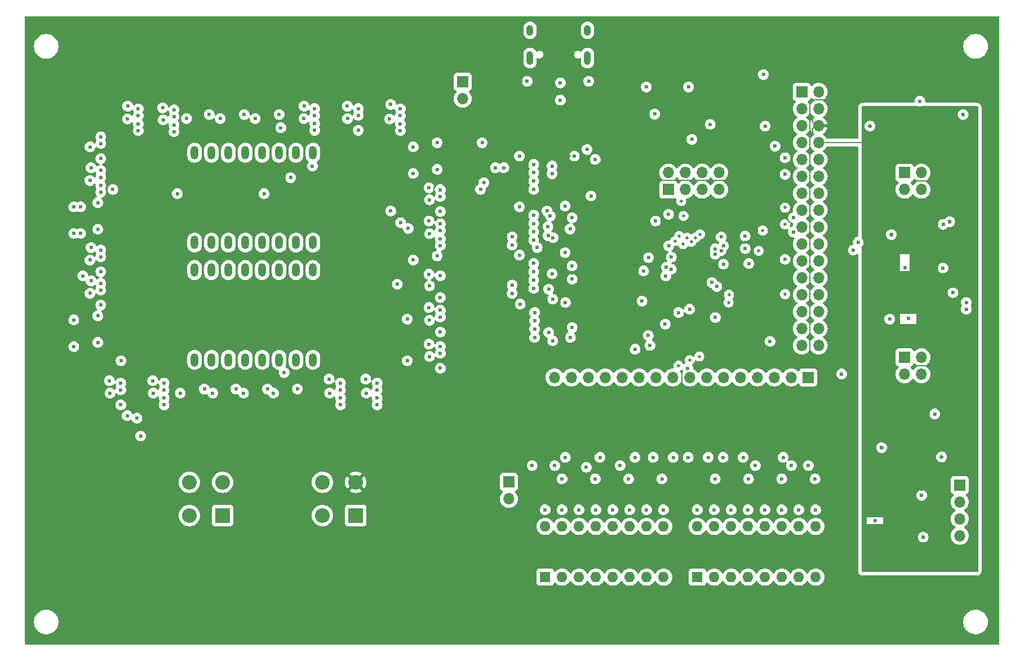
<source format=gbr>
%TF.GenerationSoftware,KiCad,Pcbnew,8.0.5*%
%TF.CreationDate,2024-11-20T12:06:12-07:00*%
%TF.ProjectId,CMPE2750,434d5045-3237-4353-902e-6b696361645f,rev?*%
%TF.SameCoordinates,Original*%
%TF.FileFunction,Copper,L5,Inr*%
%TF.FilePolarity,Positive*%
%FSLAX46Y46*%
G04 Gerber Fmt 4.6, Leading zero omitted, Abs format (unit mm)*
G04 Created by KiCad (PCBNEW 8.0.5) date 2024-11-20 12:06:12*
%MOMM*%
%LPD*%
G01*
G04 APERTURE LIST*
%TA.AperFunction,ComponentPad*%
%ADD10R,1.600000X1.600000*%
%TD*%
%TA.AperFunction,ComponentPad*%
%ADD11O,1.600000X1.600000*%
%TD*%
%TA.AperFunction,ComponentPad*%
%ADD12O,1.000000X2.100000*%
%TD*%
%TA.AperFunction,ComponentPad*%
%ADD13O,1.000000X1.600000*%
%TD*%
%TA.AperFunction,ComponentPad*%
%ADD14R,1.700000X1.700000*%
%TD*%
%TA.AperFunction,ComponentPad*%
%ADD15O,1.700000X1.700000*%
%TD*%
%TA.AperFunction,ComponentPad*%
%ADD16O,1.200000X2.000000*%
%TD*%
%TA.AperFunction,ComponentPad*%
%ADD17R,2.209800X2.209800*%
%TD*%
%TA.AperFunction,ComponentPad*%
%ADD18C,2.209800*%
%TD*%
%TA.AperFunction,ViaPad*%
%ADD19C,0.600000*%
%TD*%
%TA.AperFunction,ViaPad*%
%ADD20C,0.500000*%
%TD*%
%TA.AperFunction,Conductor*%
%ADD21C,0.200000*%
%TD*%
G04 APERTURE END LIST*
D10*
%TO.N,/b16*%
%TO.C,SW2*%
X132460000Y-130760000D03*
D11*
%TO.N,/b15*%
X135000000Y-130760000D03*
%TO.N,/b14*%
X137540000Y-130760000D03*
%TO.N,/b13*%
X140080000Y-130760000D03*
%TO.N,/b12*%
X142620000Y-130760000D03*
%TO.N,/b11*%
X145160000Y-130760000D03*
%TO.N,/b10*%
X147700000Y-130760000D03*
%TO.N,/b9*%
X150240000Y-130760000D03*
%TO.N,VDD*%
X150240000Y-123140000D03*
X147700000Y-123140000D03*
X145160000Y-123140000D03*
X142620000Y-123140000D03*
X140080000Y-123140000D03*
X137540000Y-123140000D03*
X135000000Y-123140000D03*
X132460000Y-123140000D03*
%TD*%
D12*
%TO.N,Net-(J6-SHIELD)*%
%TO.C,J6*%
X138820000Y-52780000D03*
D13*
X138820000Y-48600000D03*
D12*
X130180000Y-52780000D03*
D13*
X130180000Y-48600000D03*
%TD*%
D14*
%TO.N,/filters and amps/V_{DAC}*%
%TO.C,J8*%
X186460000Y-70000000D03*
D15*
%TO.N,/filters and amps/Ooutput_2b*%
X189000000Y-70000000D03*
%TO.N,/filters and amps/out_filt_input*%
X186460000Y-72540000D03*
%TO.N,/filters and amps/out_conditioning*%
X189000000Y-72540000D03*
%TD*%
D16*
%TO.N,/Display/t1*%
%TO.C,U10*%
X79800000Y-80500000D03*
%TO.N,/Display/t2*%
X82340000Y-80500000D03*
%TO.N,/Display/t3*%
X84880000Y-80500000D03*
%TO.N,/Display/t4*%
X87420000Y-80500000D03*
%TO.N,/Display/t5*%
X89960000Y-80500000D03*
%TO.N,/Display/t6*%
X92500000Y-80500000D03*
%TO.N,/Display/t7*%
X95040000Y-80500000D03*
%TO.N,/Display/t8*%
X97580000Y-80500000D03*
%TO.N,/Display/t9*%
X97580000Y-67000000D03*
%TO.N,/Display/t10*%
X95040000Y-67000000D03*
%TO.N,/Display/t11*%
X92500000Y-67000000D03*
%TO.N,/Display/t12*%
X89960000Y-67000000D03*
%TO.N,/Display/t13*%
X87420000Y-67000000D03*
%TO.N,/Display/t14*%
X84880000Y-67000000D03*
%TO.N,/Display/t15*%
X82340000Y-67000000D03*
%TO.N,/Display/t16*%
X79800000Y-67000000D03*
%TD*%
D14*
%TO.N,/ADC*%
%TO.C,J3*%
X171000000Y-57850000D03*
D15*
%TO.N,VBUS*%
X173540000Y-57850000D03*
%TO.N,/PC1*%
X171000000Y-60390000D03*
%TO.N,VDD*%
X173540000Y-60390000D03*
%TO.N,/PC2*%
X171000000Y-62930000D03*
%TO.N,GND*%
X173540000Y-62930000D03*
%TO.N,/PC3*%
X171000000Y-65470000D03*
%TO.N,-5V*%
X173540000Y-65470000D03*
%TO.N,/~{SRCLR}*%
X171000000Y-68010000D03*
%TO.N,/PA0*%
X173540000Y-68010000D03*
%TO.N,/~{RCL}*%
X171000000Y-70550000D03*
%TO.N,/PA1*%
X173540000Y-70550000D03*
%TO.N,/PC6*%
X171000000Y-73090000D03*
%TO.N,/PA2*%
X173540000Y-73090000D03*
%TO.N,/PC7*%
X171000000Y-75630000D03*
%TO.N,/PA3*%
X173540000Y-75630000D03*
%TO.N,/PC8*%
X171000000Y-78170000D03*
%TO.N,/DAC*%
X173540000Y-78170000D03*
%TO.N,/PC9*%
X171000000Y-80710000D03*
%TO.N,/1.25V*%
X173540000Y-80710000D03*
%TO.N,/PC13*%
X171000000Y-83250000D03*
%TO.N,/PA6*%
X173540000Y-83250000D03*
%TO.N,/NRST*%
X171000000Y-85790000D03*
%TO.N,/PA7*%
X173540000Y-85790000D03*
%TO.N,/BOOT0*%
X171000000Y-88330000D03*
%TO.N,/PA8*%
X173540000Y-88330000D03*
%TO.N,unconnected-(J3-Pin_27-Pad27)*%
X171000000Y-90870000D03*
%TO.N,/PH0*%
X173540000Y-90870000D03*
%TO.N,unconnected-(J3-Pin_29-Pad29)*%
X171000000Y-93410000D03*
%TO.N,/PH1*%
X173540000Y-93410000D03*
%TO.N,VDDA*%
X171000000Y-95950000D03*
%TO.N,/PD2*%
X173540000Y-95950000D03*
%TD*%
D10*
%TO.N,/b8*%
%TO.C,SW3*%
X155320000Y-130760000D03*
D11*
%TO.N,/b7*%
X157860000Y-130760000D03*
%TO.N,/b6*%
X160400000Y-130760000D03*
%TO.N,/b5*%
X162940000Y-130760000D03*
%TO.N,/b4*%
X165480000Y-130760000D03*
%TO.N,/b3*%
X168020000Y-130760000D03*
%TO.N,/b2*%
X170560000Y-130760000D03*
%TO.N,/b1*%
X173100000Y-130760000D03*
%TO.N,VDD*%
X173100000Y-123140000D03*
X170560000Y-123140000D03*
X168020000Y-123140000D03*
X165480000Y-123140000D03*
X162940000Y-123140000D03*
X160400000Y-123140000D03*
X157860000Y-123140000D03*
X155320000Y-123140000D03*
%TD*%
D14*
%TO.N,/SER{slash}MOSI*%
%TO.C,J2*%
X150960000Y-72540000D03*
D15*
%TO.N,/Display/SER*%
X150960000Y-70000000D03*
%TO.N,/SO{slash}MISO*%
X153500000Y-72540000D03*
%TO.N,/Display/SO*%
X153500000Y-70000000D03*
%TO.N,/SRCLK{slash}CLK*%
X156040000Y-72540000D03*
%TO.N,/Display/SRCLK*%
X156040000Y-70000000D03*
%TO.N,/RCLK{slash}CS*%
X158580000Y-72540000D03*
%TO.N,/Display/RCLK*%
X158580000Y-70000000D03*
%TD*%
D14*
%TO.N,VBUS*%
%TO.C,J9*%
X120080000Y-56345000D03*
D15*
%TO.N,/Display/V_{DISP}*%
X120080000Y-58885000D03*
%TD*%
D14*
%TO.N,OUT*%
%TO.C,J5*%
X194750000Y-116920000D03*
D15*
%TO.N,Net-(J5-Pin_2)*%
X194750000Y-119460000D03*
%TO.N,Net-(J5-Pin_3)*%
X194750000Y-122000000D03*
%TO.N,Net-(J5-Pin_4)*%
X194750000Y-124540000D03*
%TD*%
D14*
%TO.N,/b1*%
%TO.C,J4*%
X171980000Y-100750000D03*
D15*
%TO.N,/b2*%
X169440000Y-100750000D03*
%TO.N,/b3*%
X166900000Y-100750000D03*
%TO.N,/b4*%
X164360000Y-100750000D03*
%TO.N,/b5*%
X161820000Y-100750000D03*
%TO.N,/b6*%
X159280000Y-100750000D03*
%TO.N,/b7*%
X156740000Y-100750000D03*
%TO.N,/b8*%
X154200000Y-100750000D03*
%TO.N,/b9*%
X151660000Y-100750000D03*
%TO.N,/b10*%
X149120000Y-100750000D03*
%TO.N,/b11*%
X146580000Y-100750000D03*
%TO.N,/b12*%
X144040000Y-100750000D03*
%TO.N,/b13*%
X141500000Y-100750000D03*
%TO.N,/b14*%
X138960000Y-100750000D03*
%TO.N,/b15*%
X136420000Y-100750000D03*
%TO.N,/b16*%
X133880000Y-100750000D03*
%TD*%
D17*
%TO.N,/PH0*%
%TO.C,SW4*%
X84000000Y-121500000D03*
D18*
%TO.N,VDD*%
X84000000Y-116500000D03*
%TO.N,Net-(C32-Pad2)*%
X79000000Y-116500000D03*
%TO.N,Net-(C32-Pad1)*%
X79000000Y-121500000D03*
%TD*%
D14*
%TO.N,/filters and amps/conditioned_input*%
%TO.C,J7*%
X186460000Y-97725000D03*
D15*
%TO.N,/filters and amps/Output_2a*%
X189000000Y-97725000D03*
%TO.N,/filters and amps/in_filter_input*%
X186460000Y-100265000D03*
%TO.N,/ADC*%
X189000000Y-100265000D03*
%TD*%
D14*
%TO.N,VBUS*%
%TO.C,J10*%
X127000000Y-116460000D03*
D15*
%TO.N,/switches/switch_leds/sl_power*%
X127000000Y-119000000D03*
%TD*%
D17*
%TO.N,/NRST*%
%TO.C,SW1*%
X104000000Y-121500000D03*
D18*
%TO.N,GND*%
X104000000Y-116500000D03*
%TO.N,Net-(C8-Pad2)*%
X99000000Y-116500000D03*
%TO.N,Net-(C8-Pad1)*%
X99000000Y-121500000D03*
%TD*%
D16*
%TO.N,/Display/b1*%
%TO.C,U11*%
X79800000Y-98120000D03*
%TO.N,/Display/b2*%
X82340000Y-98120000D03*
%TO.N,/Display/b3*%
X84880000Y-98120000D03*
%TO.N,/Display/b4*%
X87420000Y-98120000D03*
%TO.N,/Display/b5*%
X89960000Y-98120000D03*
%TO.N,/Display/b6*%
X92500000Y-98120000D03*
%TO.N,/Display/b7*%
X95040000Y-98120000D03*
%TO.N,/Display/b8*%
X97580000Y-98120000D03*
%TO.N,/Display/b9*%
X97580000Y-84620000D03*
%TO.N,/Display/b10*%
X95040000Y-84620000D03*
%TO.N,/Display/b11*%
X92500000Y-84620000D03*
%TO.N,/Display/b12*%
X89960000Y-84620000D03*
%TO.N,/Display/b13*%
X87420000Y-84620000D03*
%TO.N,/Display/b14*%
X84880000Y-84620000D03*
%TO.N,/Display/b15*%
X82340000Y-84620000D03*
%TO.N,/Display/b16*%
X79800000Y-84620000D03*
%TD*%
D19*
%TO.N,VDD*%
X162500000Y-79520000D03*
X157250000Y-62750000D03*
X149040000Y-77250000D03*
X135500000Y-89500000D03*
X135460000Y-82000000D03*
X140000000Y-68000000D03*
X154006600Y-57124400D03*
X152500000Y-91000000D03*
X130500000Y-114000000D03*
X135460000Y-75000000D03*
X151000000Y-76250000D03*
X158020000Y-91750000D03*
X147000000Y-89287500D03*
X165500000Y-63000000D03*
%TO.N,GND*%
X148926600Y-57124400D03*
X152736600Y-57124400D03*
X157840000Y-128000000D03*
X84000000Y-63750000D03*
X130925000Y-57250000D03*
X176000000Y-87240000D03*
X60750000Y-93000000D03*
X168500000Y-66730000D03*
X176000000Y-84750000D03*
X156250000Y-107500000D03*
X129610000Y-82375000D03*
X147680000Y-128000000D03*
X94330000Y-60920000D03*
X161500000Y-108000000D03*
X172250000Y-108000000D03*
X176000000Y-66750000D03*
X193225000Y-77345000D03*
X135980000Y-67500000D03*
X111500000Y-70000000D03*
X195250000Y-61250000D03*
X137510000Y-91500000D03*
X183000000Y-111300000D03*
X98205000Y-102170000D03*
X168500000Y-71740000D03*
X145750000Y-107250000D03*
X137520000Y-128000000D03*
X150220000Y-128000000D03*
X133000000Y-108000000D03*
D20*
X150000000Y-77250000D03*
D19*
X155300000Y-128000000D03*
X176000000Y-69250000D03*
X162300000Y-55250000D03*
X165500000Y-108250000D03*
D20*
X145000000Y-87000000D03*
D19*
X134540000Y-89500000D03*
X113205000Y-73120000D03*
X168500000Y-61730000D03*
X168500000Y-69230000D03*
X134980000Y-128000000D03*
X137500000Y-107750000D03*
X78250000Y-105000000D03*
X176000000Y-92240000D03*
X113205000Y-96670000D03*
X129610000Y-67500000D03*
X176000000Y-74240000D03*
X128750000Y-56250000D03*
X168500000Y-81990000D03*
X153250000Y-50250000D03*
X140500000Y-56250000D03*
X176000000Y-71740000D03*
X131760000Y-80125000D03*
X129610000Y-75125000D03*
D20*
X162500000Y-80480000D03*
D19*
X195735000Y-90500000D03*
X62205000Y-70220000D03*
D20*
X151960000Y-76250000D03*
D19*
X136500000Y-85010000D03*
X140000000Y-107750000D03*
X168500000Y-59250000D03*
X126490000Y-72000000D03*
X168500000Y-76750000D03*
X170540000Y-128000000D03*
D20*
X151540000Y-91000000D03*
D19*
X168500000Y-79700000D03*
X122055000Y-62120000D03*
X113205000Y-91220000D03*
X73205000Y-61120000D03*
X176000000Y-94740000D03*
X160380000Y-128000000D03*
D20*
X144250000Y-84500000D03*
D19*
X65205000Y-102170000D03*
X154750000Y-107500000D03*
X176000000Y-89740000D03*
X107205000Y-60970000D03*
X113205000Y-86045000D03*
X165460000Y-128000000D03*
X61000000Y-80000000D03*
X184475000Y-79295000D03*
X134500000Y-82000000D03*
X162550000Y-63000000D03*
X127000000Y-82250000D03*
X67830000Y-60970000D03*
X134500000Y-75000000D03*
X168500000Y-64250000D03*
X160000000Y-108000000D03*
X137760000Y-68750000D03*
X131760000Y-87375000D03*
X112000000Y-84000000D03*
D20*
X144250000Y-77500000D03*
X158020000Y-90750000D03*
D19*
X61000000Y-76000000D03*
X140060000Y-128000000D03*
X121250000Y-50250000D03*
X169250000Y-73500000D03*
X167250000Y-108250000D03*
X170750000Y-108000000D03*
X62205000Y-65170000D03*
X176000000Y-81750000D03*
X137750000Y-57250000D03*
X151466600Y-57124400D03*
X113205000Y-78220000D03*
X151000000Y-108000000D03*
X144320000Y-107250000D03*
X100892500Y-60920000D03*
X136500000Y-75740000D03*
X132440000Y-128000000D03*
X103705000Y-102170000D03*
X131760000Y-72500000D03*
X181250000Y-63000000D03*
X89250000Y-63750000D03*
X162920000Y-128000000D03*
X92000000Y-105000000D03*
D20*
X156500000Y-75000000D03*
D19*
X83000000Y-105000000D03*
X129747500Y-89750000D03*
X168500000Y-87230000D03*
X145140000Y-128000000D03*
X149290000Y-107750000D03*
X173080000Y-128000000D03*
X60750000Y-97000000D03*
X126627500Y-94250000D03*
X131897500Y-94750000D03*
X111750000Y-67000000D03*
X189250000Y-124750000D03*
X62205000Y-87170000D03*
X126490000Y-86875000D03*
X87500000Y-105000000D03*
D20*
X158500000Y-75000000D03*
D19*
X79000000Y-63750000D03*
X71705000Y-102170000D03*
D20*
X148500000Y-73510000D03*
X154500000Y-75000000D03*
D19*
X168000000Y-128000000D03*
X62205000Y-82170000D03*
X135000000Y-108000000D03*
X142600000Y-128000000D03*
X126490000Y-79625000D03*
X192000000Y-112710000D03*
%TO.N,VBUS*%
X190980000Y-106250000D03*
X129750000Y-56250000D03*
X192225000Y-84345000D03*
X193725000Y-88000000D03*
X192250000Y-77750000D03*
X165250000Y-55250000D03*
X188750000Y-59250000D03*
X139000000Y-56250000D03*
X189025000Y-118475000D03*
%TO.N,-5V*%
X187000000Y-91905000D03*
X191290000Y-77750000D03*
X186500000Y-84250000D03*
X191265000Y-84345000D03*
X190020000Y-106250000D03*
X193725000Y-87040000D03*
X192715000Y-93250000D03*
X182050000Y-122270000D03*
X189050000Y-117540000D03*
X185275000Y-111405000D03*
X195250000Y-64500000D03*
%TO.N,/Display/V_{DISP}*%
X73500000Y-101250000D03*
X69750000Y-60000000D03*
X96250000Y-60000000D03*
X109250000Y-59750000D03*
X97830000Y-60360000D03*
X116705000Y-96110000D03*
X105500000Y-101000000D03*
X116705000Y-85485000D03*
X110705000Y-60410000D03*
X100000000Y-101000000D03*
X115000000Y-77250000D03*
X115000000Y-72250000D03*
X64250000Y-86250000D03*
X116705000Y-72560000D03*
X75205000Y-101610000D03*
X115000000Y-95750000D03*
X116705000Y-77660000D03*
X67000000Y-101250000D03*
X104392500Y-60360000D03*
X101705000Y-101610000D03*
X115000000Y-85250000D03*
X65705000Y-69660000D03*
X71330000Y-60410000D03*
X115000000Y-90250000D03*
X64250000Y-81250000D03*
X65705000Y-86610000D03*
X65705000Y-64610000D03*
X116705000Y-90660000D03*
X102750000Y-60000000D03*
X65705000Y-81610000D03*
X64250000Y-69250000D03*
X75000000Y-60250000D03*
X76705000Y-60560000D03*
X107205000Y-101610000D03*
X68705000Y-101610000D03*
%TO.N,Net-(D3-A)*%
X132450000Y-120650000D03*
%TO.N,Net-(D4-K)*%
X135000000Y-116000000D03*
%TO.N,Net-(D4-A)*%
X134990000Y-120650000D03*
%TO.N,Net-(D5-A)*%
X137530000Y-120650000D03*
%TO.N,Net-(D6-K)*%
X140000000Y-116000000D03*
%TO.N,Net-(D6-A)*%
X140070000Y-120650000D03*
%TO.N,Net-(D7-A)*%
X147690000Y-120650000D03*
%TO.N,Net-(D8-K)*%
X145000000Y-116000000D03*
%TO.N,Net-(D8-A)*%
X145150000Y-120650000D03*
%TO.N,Net-(D9-A)*%
X150230000Y-120650000D03*
%TO.N,Net-(D9-K)*%
X150000000Y-116000000D03*
%TO.N,Net-(D10-A)*%
X142610000Y-120650000D03*
%TO.N,Net-(D11-A)*%
X160390000Y-120650000D03*
%TO.N,Net-(D12-K)*%
X158000000Y-116000000D03*
%TO.N,Net-(D12-A)*%
X157850000Y-120650000D03*
%TO.N,Net-(D13-A)*%
X162930000Y-120650000D03*
%TO.N,Net-(D13-K)*%
X163000000Y-116000000D03*
%TO.N,Net-(D14-A)*%
X155310000Y-120650000D03*
%TO.N,Net-(D15-A)*%
X165470000Y-120650000D03*
%TO.N,Net-(D16-K)*%
X168000000Y-116000000D03*
%TO.N,Net-(D16-A)*%
X168010000Y-120650000D03*
%TO.N,Net-(D17-A)*%
X170550000Y-120650000D03*
%TO.N,Net-(D18-A)*%
X173090000Y-120650000D03*
%TO.N,Net-(D18-K)*%
X173000000Y-116000000D03*
%TO.N,VDDA*%
X148200000Y-95950000D03*
%TO.N,Net-(J1-Pin_13)*%
X147656600Y-57124400D03*
X162500000Y-81401470D03*
%TO.N,/NRST*%
X153879265Y-99381597D03*
X148000000Y-82750000D03*
X167000000Y-66000000D03*
X148926600Y-61188400D03*
%TO.N,/Display/SO*%
X136250000Y-94750000D03*
%TO.N,/Display/RCLK*%
X136200735Y-78450735D03*
X138750000Y-66515000D03*
X136500000Y-93250000D03*
X136500000Y-86000000D03*
%TO.N,/PC1*%
X154500000Y-65000000D03*
X147250000Y-84750000D03*
%TO.N,/PC2*%
X150653321Y-84212816D03*
%TO.N,/ADC*%
X145972100Y-96515072D03*
%TO.N,/~{RCL}*%
X136828529Y-67500000D03*
X132910999Y-79470545D03*
X133000000Y-94000000D03*
X168500000Y-70250000D03*
X133000000Y-87500000D03*
X133500000Y-70151472D03*
%TO.N,/PC13*%
X168500000Y-83010000D03*
X151016940Y-80983060D03*
%TO.N,/PC3*%
X150580442Y-85523362D03*
D20*
%TO.N,/PC7*%
X168500000Y-75250000D03*
X165150000Y-78678529D03*
%TO.N,/PC8*%
X168500000Y-77750000D03*
X164550000Y-81750000D03*
D19*
%TO.N,/PC9*%
X159250000Y-83750000D03*
%TO.N,/~{SRCLR}*%
X139350000Y-73500000D03*
X133655756Y-79770005D03*
X133510999Y-85190472D03*
X133600000Y-89000000D03*
X168500000Y-67750000D03*
X133600000Y-95250000D03*
X133225000Y-76500000D03*
%TO.N,/b3*%
X164040000Y-114000000D03*
D20*
X160000000Y-89500000D03*
D19*
%TO.N,/b5*%
X159190000Y-112760000D03*
D20*
X155000000Y-79750000D03*
D19*
%TO.N,/b1*%
X169460000Y-114000000D03*
D20*
X160075000Y-88344063D03*
%TO.N,/b6*%
X154400000Y-80376102D03*
D19*
X162210000Y-112760000D03*
D20*
%TO.N,/b4*%
X155750000Y-79250000D03*
D19*
X168210000Y-112760000D03*
%TO.N,/b2*%
X172000000Y-114000000D03*
%TO.N,OUT*%
X195735000Y-89500000D03*
%TO.N,/D-*%
X158892228Y-81715544D03*
X169750000Y-78900000D03*
%TO.N,/D+*%
X169750000Y-76750000D03*
X159250000Y-81000000D03*
X134750000Y-56500000D03*
X134750000Y-59091400D03*
%TO.N,Net-(Q1-G)*%
X71330000Y-61430000D03*
X69705000Y-61920000D03*
%TO.N,/Display/t1*%
X111877739Y-78372261D03*
%TO.N,Net-(Q11-D)*%
X116705000Y-78680000D03*
X115080000Y-79170000D03*
%TO.N,Net-(Q12-D)*%
X75080000Y-62070000D03*
X76705000Y-61580000D03*
%TO.N,/Display/t2*%
X109250000Y-75750000D03*
%TO.N,Net-(Q13-D)*%
X115080000Y-74070000D03*
X116705000Y-73580000D03*
%TO.N,/Display/t7*%
X77192734Y-73150000D03*
%TO.N,Net-(Q14-D)*%
X65705000Y-70680000D03*
X64080000Y-71170000D03*
%TO.N,Net-(Q15-D)*%
X96205000Y-61870000D03*
X97830000Y-61380000D03*
%TO.N,Net-(Q16-D)*%
X102767500Y-61870000D03*
X104392500Y-61380000D03*
%TO.N,Net-(Q17-D)*%
X64080000Y-66120000D03*
X65705000Y-65630000D03*
%TO.N,/Display/t8*%
X90230000Y-73150000D03*
%TO.N,Net-(Q18-D)*%
X109080000Y-61920000D03*
X110705000Y-61430000D03*
%TO.N,Net-(Q10-G)*%
X71330000Y-63680000D03*
%TO.N,Net-(Q11-G)*%
X116705000Y-80930000D03*
%TO.N,Net-(Q12-G)*%
X76705000Y-63830000D03*
%TO.N,Net-(Q13-G)*%
X116705000Y-75830000D03*
%TO.N,Net-(Q14-G)*%
X65705000Y-72930000D03*
%TO.N,Net-(Q15-G)*%
X97830000Y-63630000D03*
%TO.N,Net-(Q16-G)*%
X104392500Y-63630000D03*
%TO.N,Net-(Q17-G)*%
X65705000Y-67880000D03*
%TO.N,Net-(Q18-G)*%
X110705000Y-63680000D03*
%TO.N,Net-(Q19-G)*%
X64080000Y-83120000D03*
X65705000Y-82630000D03*
%TO.N,Net-(Q20-G)*%
X105580000Y-103120000D03*
X107205000Y-102630000D03*
%TO.N,Net-(Q21-G)*%
X65705000Y-87630000D03*
X64080000Y-88120000D03*
%TO.N,/Display/b15*%
X63000000Y-85500000D03*
%TO.N,Net-(Q22-G)*%
X101705000Y-102630000D03*
X100080000Y-103120000D03*
%TO.N,/Display/b7*%
X93250000Y-100020000D03*
%TO.N,Net-(Q23-G)*%
X73580000Y-103120000D03*
X75205000Y-102630000D03*
%TO.N,Net-(Q24-G)*%
X115080000Y-86995000D03*
%TO.N,Net-(Q25-G)*%
X116705000Y-91680000D03*
X115080000Y-92170000D03*
%TO.N,/Display/b10*%
X111750000Y-92000000D03*
%TO.N,Net-(Q26-G)*%
X67080000Y-103120000D03*
X68705000Y-102630000D03*
%TO.N,/Display/b8*%
X68750000Y-98250000D03*
%TO.N,/Display/b9*%
X111750000Y-98250000D03*
%TO.N,Net-(Q27-G)*%
X115080000Y-97620000D03*
X116705000Y-97130000D03*
%TO.N,Net-(Q28-G)*%
X65705000Y-84880000D03*
%TO.N,Net-(Q29-G)*%
X107205000Y-104880000D03*
%TO.N,Net-(Q30-G)*%
X65705000Y-89880000D03*
%TO.N,Net-(Q31-G)*%
X101705000Y-104880000D03*
%TO.N,Net-(Q32-G)*%
X75205000Y-104880000D03*
%TO.N,Net-(Q33-G)*%
X116705000Y-88755000D03*
%TO.N,Net-(Q34-G)*%
X116705000Y-93930000D03*
%TO.N,Net-(Q35-G)*%
X68705000Y-104880000D03*
%TO.N,Net-(Q36-G)*%
X116705000Y-99380000D03*
%TO.N,Net-(Q37-G)*%
X88892500Y-61870000D03*
%TO.N,Net-(Q37-D)*%
X92500000Y-61250000D03*
%TO.N,Net-(Q38-G)*%
X78580000Y-61870000D03*
%TO.N,Net-(Q38-D)*%
X82000000Y-61250000D03*
%TO.N,Net-(Q39-G)*%
X83642500Y-61870000D03*
%TO.N,Net-(Q39-D)*%
X87250000Y-61250000D03*
%TO.N,Net-(Q40-G)*%
X112642500Y-66120000D03*
%TO.N,Net-(Q40-D)*%
X116250000Y-65500000D03*
%TO.N,Net-(Q41-D)*%
X116250000Y-69500000D03*
%TO.N,Net-(Q41-G)*%
X112642500Y-70120000D03*
%TO.N,Net-(Q42-D)*%
X65250000Y-74500000D03*
%TO.N,Net-(Q42-G)*%
X61642500Y-75120000D03*
%TO.N,Net-(Q43-G)*%
X61642500Y-79120000D03*
%TO.N,Net-(Q43-D)*%
X65250000Y-78500000D03*
%TO.N,Net-(Q44-G)*%
X112642500Y-83120000D03*
%TO.N,Net-(Q44-D)*%
X116250000Y-82500000D03*
%TO.N,Net-(Q45-G)*%
X61642500Y-92120000D03*
%TO.N,Net-(Q45-D)*%
X65250000Y-91500000D03*
%TO.N,Net-(Q46-G)*%
X61642500Y-96120000D03*
%TO.N,Net-(Q46-D)*%
X65250000Y-95500000D03*
%TO.N,Net-(Q47-D)*%
X90750000Y-102500000D03*
%TO.N,Net-(Q47-G)*%
X87142500Y-103120000D03*
%TO.N,Net-(Q48-G)*%
X91642500Y-103120000D03*
%TO.N,Net-(Q48-D)*%
X95250000Y-102500000D03*
%TO.N,Net-(Q49-G)*%
X77642500Y-103120000D03*
%TO.N,Net-(Q49-D)*%
X81250000Y-102500000D03*
%TO.N,Net-(Q50-D)*%
X86000000Y-102500000D03*
%TO.N,Net-(Q50-G)*%
X82517500Y-103120000D03*
D20*
%TO.N,/BOOT0*%
X153250000Y-76500000D03*
X168500000Y-88250000D03*
D19*
%TO.N,/PA0*%
X158901471Y-79651471D03*
%TO.N,/PA1*%
X158000000Y-81449997D03*
%TO.N,/PA2*%
X158000000Y-82250000D03*
%TO.N,/PA3*%
X147950735Y-94450735D03*
%TO.N,/PA6*%
X154150000Y-90500000D03*
X166250000Y-95350000D03*
%TO.N,/PA7*%
X158250000Y-87100000D03*
%TO.N,/PA8*%
X163051472Y-83650000D03*
%TO.N,/PH0*%
X151400000Y-82669063D03*
X177000000Y-100250000D03*
%TO.N,/PH1*%
X151400000Y-84500000D03*
D20*
%TO.N,/PD2*%
X152890000Y-74250000D03*
D19*
%TO.N,/filters and amps/V_{OFF}*%
X184215000Y-92000000D03*
X179500000Y-80435000D03*
%TO.N,/Display/p16*%
X127510000Y-80875000D03*
X71330000Y-62660000D03*
%TO.N,/Display/p1*%
X133500000Y-69000000D03*
X116705000Y-79910000D03*
%TO.N,/Display/p15*%
X127510000Y-79625000D03*
X76705000Y-62810000D03*
%TO.N,/Display/p2*%
X128590000Y-67500000D03*
%TO.N,/Display/p7*%
X65705000Y-71910000D03*
X123250000Y-71500000D03*
%TO.N,/Display/p11*%
X130740000Y-76375000D03*
X110750000Y-77500000D03*
X97830000Y-62610000D03*
%TO.N,/Display/p10*%
X123000000Y-65500000D03*
X128590000Y-75125000D03*
%TO.N,/Display/p8*%
X122750000Y-72500000D03*
X67500000Y-72510000D03*
%TO.N,/Display/p9*%
X110705000Y-62660000D03*
X136500000Y-76760000D03*
%TO.N,/Display/p17*%
X107205000Y-103860000D03*
X136495000Y-83995000D03*
%TO.N,/Display/p18*%
X101705000Y-103860000D03*
X128590000Y-82375000D03*
%TO.N,/Display/p23*%
X75205000Y-103860000D03*
X127510000Y-86875000D03*
%TO.N,/Display/p27*%
X130877500Y-91000000D03*
%TO.N,/Display/p26*%
X128727500Y-89750000D03*
%TO.N,/Display/p24*%
X127510000Y-88125000D03*
X69661317Y-106500000D03*
%TO.N,/Display/t12*%
X92750000Y-63250000D03*
%TO.N,/Display/t4*%
X97500000Y-69000000D03*
%TO.N,/Display/t3*%
X94230000Y-70750000D03*
%TO.N,/Display/p12*%
X132737500Y-75737500D03*
X130740000Y-77625000D03*
%TO.N,/Display/p14*%
X131250000Y-81250000D03*
X130740000Y-80125000D03*
%TO.N,/Display/p13*%
X130740000Y-78875000D03*
X132864767Y-78114767D03*
%TO.N,/Display/p4*%
X125000000Y-69250000D03*
X130740000Y-70000000D03*
%TO.N,/Display/p3*%
X126250000Y-69250000D03*
X130740000Y-68750000D03*
%TO.N,/Display/p6*%
X130740000Y-72500000D03*
X62662500Y-75120000D03*
%TO.N,/Display/p5*%
X62662500Y-79120000D03*
X130740000Y-71250000D03*
%TO.N,/Display/p28*%
X130877500Y-92250000D03*
X110250000Y-86750000D03*
%TO.N,/Display/p30*%
X71685582Y-109564418D03*
X130877500Y-94750000D03*
%TO.N,/Display/p29*%
X71125000Y-106875000D03*
X130877500Y-93500000D03*
%TO.N,/Display/p20*%
X130740000Y-84875000D03*
%TO.N,/Display/p19*%
X130740000Y-83625000D03*
%TO.N,/Display/p22*%
X130740000Y-87375000D03*
%TO.N,/Display/p21*%
X130740000Y-86125000D03*
%TO.N,/b8*%
X156960000Y-112760000D03*
D20*
X153200000Y-80750000D03*
%TO.N,/b16*%
X155605862Y-97605862D03*
D19*
X135487500Y-112760000D03*
%TO.N,/b7*%
X153940000Y-112760000D03*
D20*
X153800000Y-79750000D03*
%TO.N,/b15*%
X154181597Y-98181597D03*
D19*
X133900000Y-114000000D03*
D20*
%TO.N,/b14*%
X152507332Y-99007332D03*
D19*
X140700000Y-112760000D03*
%TO.N,/b13*%
X138640000Y-114250000D03*
%TO.N,/b12*%
X145960000Y-112760000D03*
%TO.N,/b11*%
X143720000Y-114000000D03*
D20*
%TO.N,/b10*%
X152000000Y-80250000D03*
D19*
X151710000Y-112760000D03*
D20*
%TO.N,/b9*%
X152600000Y-79528379D03*
D19*
X148690000Y-112760000D03*
%TO.N,/1.25V*%
X178750000Y-81635000D03*
X150500000Y-92750000D03*
%TO.N,/DAC*%
X157500000Y-86500000D03*
%TD*%
D21*
%TO.N,GND*%
X149900000Y-71150000D02*
X159900000Y-71150000D01*
X115750000Y-72250000D02*
X116000000Y-72000000D01*
X75750000Y-61250000D02*
X74750000Y-61250000D01*
X172650000Y-62400000D02*
X172650000Y-61750000D01*
X172250000Y-97500000D02*
X172250000Y-59500000D01*
X172650000Y-63350000D02*
X172650000Y-64250000D01*
X172250000Y-59500000D02*
X172750000Y-59000000D01*
X173540000Y-62930000D02*
X173070000Y-62930000D01*
X173540000Y-62930000D02*
X173180000Y-62930000D01*
X173070000Y-62930000D02*
X172650000Y-63350000D01*
X173180000Y-62930000D02*
X172650000Y-62400000D01*
X149750000Y-71000000D02*
X149900000Y-71150000D01*
X115750000Y-73000000D02*
X115750000Y-72250000D01*
X168500000Y-76750000D02*
X169500000Y-77750000D01*
X153000000Y-100000000D02*
X153000000Y-102500000D01*
X172750000Y-59000000D02*
X175250000Y-59000000D01*
%TO.N,-5V*%
X173540000Y-65470000D02*
X180220000Y-65470000D01*
X188000000Y-99000000D02*
X190000000Y-99000000D01*
X190000000Y-71250000D02*
X188000000Y-71250000D01*
X180220000Y-65470000D02*
X181500000Y-66750000D01*
%TD*%
%TA.AperFunction,Conductor*%
%TO.N,-5V*%
G36*
X187978418Y-98620417D02*
G01*
X188006673Y-98641569D01*
X188128597Y-98763493D01*
X188128603Y-98763498D01*
X188314158Y-98893425D01*
X188357783Y-98948002D01*
X188364977Y-99017500D01*
X188333454Y-99079855D01*
X188314158Y-99096575D01*
X188128597Y-99226505D01*
X187961505Y-99393597D01*
X187831575Y-99579158D01*
X187776998Y-99622783D01*
X187707500Y-99629977D01*
X187645145Y-99598454D01*
X187628425Y-99579158D01*
X187498496Y-99393600D01*
X187498493Y-99393597D01*
X187376567Y-99271671D01*
X187343084Y-99210351D01*
X187348068Y-99140659D01*
X187389939Y-99084725D01*
X187420915Y-99067810D01*
X187552331Y-99018796D01*
X187667546Y-98932546D01*
X187753796Y-98817331D01*
X187802810Y-98685916D01*
X187844681Y-98629984D01*
X187910145Y-98605566D01*
X187978418Y-98620417D01*
G37*
%TD.AperFunction*%
%TA.AperFunction,Conductor*%
G36*
X187978418Y-70895417D02*
G01*
X188006673Y-70916569D01*
X188128597Y-71038493D01*
X188128603Y-71038498D01*
X188314158Y-71168425D01*
X188357783Y-71223002D01*
X188364977Y-71292500D01*
X188333454Y-71354855D01*
X188314158Y-71371575D01*
X188128597Y-71501505D01*
X187961505Y-71668597D01*
X187831575Y-71854158D01*
X187776998Y-71897783D01*
X187707500Y-71904977D01*
X187645145Y-71873454D01*
X187628425Y-71854158D01*
X187498496Y-71668600D01*
X187498493Y-71668597D01*
X187376567Y-71546671D01*
X187343084Y-71485351D01*
X187348068Y-71415659D01*
X187389939Y-71359725D01*
X187420915Y-71342810D01*
X187552331Y-71293796D01*
X187667546Y-71207546D01*
X187753796Y-71092331D01*
X187802810Y-70960916D01*
X187844681Y-70904984D01*
X187910145Y-70880566D01*
X187978418Y-70895417D01*
G37*
%TD.AperFunction*%
%TA.AperFunction,Conductor*%
G36*
X188489554Y-60006958D02*
G01*
X188570745Y-60035368D01*
X188570750Y-60035369D01*
X188749996Y-60055565D01*
X188750000Y-60055565D01*
X188750004Y-60055565D01*
X188929249Y-60035369D01*
X188929252Y-60035368D01*
X188929255Y-60035368D01*
X189010446Y-60006957D01*
X189051401Y-60000000D01*
X197376000Y-60000000D01*
X197443039Y-60019685D01*
X197488794Y-60072489D01*
X197500000Y-60124000D01*
X197500000Y-129876000D01*
X197480315Y-129943039D01*
X197427511Y-129988794D01*
X197376000Y-130000000D01*
X180124000Y-130000000D01*
X180056961Y-129980315D01*
X180011206Y-129927511D01*
X180000000Y-129876000D01*
X180000000Y-124749996D01*
X188444435Y-124749996D01*
X188444435Y-124750003D01*
X188464630Y-124929249D01*
X188464631Y-124929254D01*
X188524211Y-125099523D01*
X188598549Y-125217830D01*
X188620184Y-125252262D01*
X188747738Y-125379816D01*
X188900478Y-125475789D01*
X189070745Y-125535368D01*
X189070750Y-125535369D01*
X189249996Y-125555565D01*
X189250000Y-125555565D01*
X189250004Y-125555565D01*
X189429249Y-125535369D01*
X189429252Y-125535368D01*
X189429255Y-125535368D01*
X189599522Y-125475789D01*
X189752262Y-125379816D01*
X189879816Y-125252262D01*
X189975789Y-125099522D01*
X190035368Y-124929255D01*
X190052702Y-124775413D01*
X190055565Y-124750003D01*
X190055565Y-124749996D01*
X190035369Y-124570750D01*
X190035368Y-124570745D01*
X190024610Y-124540000D01*
X189975789Y-124400478D01*
X189879816Y-124247738D01*
X189752262Y-124120184D01*
X189599523Y-124024211D01*
X189429254Y-123964631D01*
X189429249Y-123964630D01*
X189250004Y-123944435D01*
X189249996Y-123944435D01*
X189070750Y-123964630D01*
X189070745Y-123964631D01*
X188900476Y-124024211D01*
X188747737Y-124120184D01*
X188620184Y-124247737D01*
X188524211Y-124400476D01*
X188464631Y-124570745D01*
X188464630Y-124570750D01*
X188444435Y-124749996D01*
X180000000Y-124749996D01*
X180000000Y-122750000D01*
X180750000Y-122750000D01*
X183250000Y-122750000D01*
X183250000Y-121750000D01*
X180750000Y-121750000D01*
X180750000Y-122750000D01*
X180000000Y-122750000D01*
X180000000Y-119459999D01*
X193394341Y-119459999D01*
X193394341Y-119460000D01*
X193414936Y-119695403D01*
X193414938Y-119695413D01*
X193476094Y-119923655D01*
X193476096Y-119923659D01*
X193476097Y-119923663D01*
X193575965Y-120137830D01*
X193575967Y-120137834D01*
X193711501Y-120331395D01*
X193711506Y-120331402D01*
X193878597Y-120498493D01*
X193878603Y-120498498D01*
X194064158Y-120628425D01*
X194107783Y-120683002D01*
X194114977Y-120752500D01*
X194083454Y-120814855D01*
X194064158Y-120831575D01*
X193878597Y-120961505D01*
X193711505Y-121128597D01*
X193575965Y-121322169D01*
X193575964Y-121322171D01*
X193476098Y-121536335D01*
X193476094Y-121536344D01*
X193414938Y-121764586D01*
X193414936Y-121764596D01*
X193394341Y-121999999D01*
X193394341Y-122000000D01*
X193414936Y-122235403D01*
X193414938Y-122235413D01*
X193476094Y-122463655D01*
X193476096Y-122463659D01*
X193476097Y-122463663D01*
X193575965Y-122677830D01*
X193575967Y-122677834D01*
X193711501Y-122871395D01*
X193711506Y-122871402D01*
X193878597Y-123038493D01*
X193878603Y-123038498D01*
X194064158Y-123168425D01*
X194107783Y-123223002D01*
X194114977Y-123292500D01*
X194083454Y-123354855D01*
X194064158Y-123371575D01*
X193878597Y-123501505D01*
X193711505Y-123668597D01*
X193575965Y-123862169D01*
X193575964Y-123862171D01*
X193476098Y-124076335D01*
X193476094Y-124076344D01*
X193414938Y-124304586D01*
X193414936Y-124304596D01*
X193394341Y-124539999D01*
X193394341Y-124540000D01*
X193414936Y-124775403D01*
X193414938Y-124775413D01*
X193476094Y-125003655D01*
X193476096Y-125003659D01*
X193476097Y-125003663D01*
X193575965Y-125217830D01*
X193575967Y-125217834D01*
X193684281Y-125372521D01*
X193711505Y-125411401D01*
X193878599Y-125578495D01*
X193975384Y-125646265D01*
X194072165Y-125714032D01*
X194072167Y-125714033D01*
X194072170Y-125714035D01*
X194286337Y-125813903D01*
X194514592Y-125875063D01*
X194702918Y-125891539D01*
X194749999Y-125895659D01*
X194750000Y-125895659D01*
X194750001Y-125895659D01*
X194789234Y-125892226D01*
X194985408Y-125875063D01*
X195213663Y-125813903D01*
X195427830Y-125714035D01*
X195621401Y-125578495D01*
X195788495Y-125411401D01*
X195924035Y-125217830D01*
X196023903Y-125003663D01*
X196085063Y-124775408D01*
X196105659Y-124540000D01*
X196085063Y-124304592D01*
X196023903Y-124076337D01*
X195924035Y-123862171D01*
X195788495Y-123668599D01*
X195788494Y-123668597D01*
X195621402Y-123501506D01*
X195621396Y-123501501D01*
X195435842Y-123371575D01*
X195392217Y-123316998D01*
X195385023Y-123247500D01*
X195416546Y-123185145D01*
X195435842Y-123168425D01*
X195458026Y-123152891D01*
X195621401Y-123038495D01*
X195788495Y-122871401D01*
X195924035Y-122677830D01*
X196023903Y-122463663D01*
X196085063Y-122235408D01*
X196105659Y-122000000D01*
X196085063Y-121764592D01*
X196023903Y-121536337D01*
X195924035Y-121322171D01*
X195788495Y-121128599D01*
X195788494Y-121128597D01*
X195621402Y-120961506D01*
X195621396Y-120961501D01*
X195435842Y-120831575D01*
X195392217Y-120776998D01*
X195385023Y-120707500D01*
X195416546Y-120645145D01*
X195435842Y-120628425D01*
X195458026Y-120612891D01*
X195621401Y-120498495D01*
X195788495Y-120331401D01*
X195924035Y-120137830D01*
X196023903Y-119923663D01*
X196085063Y-119695408D01*
X196105659Y-119460000D01*
X196085063Y-119224592D01*
X196023903Y-118996337D01*
X195924035Y-118782171D01*
X195834463Y-118654249D01*
X195788496Y-118588600D01*
X195788495Y-118588599D01*
X195666567Y-118466671D01*
X195633084Y-118405351D01*
X195638068Y-118335659D01*
X195679939Y-118279725D01*
X195710915Y-118262810D01*
X195842331Y-118213796D01*
X195957546Y-118127546D01*
X196043796Y-118012331D01*
X196094091Y-117877483D01*
X196100500Y-117817873D01*
X196100499Y-116022128D01*
X196094091Y-115962517D01*
X196043796Y-115827669D01*
X196043795Y-115827668D01*
X196043793Y-115827664D01*
X195957547Y-115712455D01*
X195957544Y-115712452D01*
X195842335Y-115626206D01*
X195842328Y-115626202D01*
X195707482Y-115575908D01*
X195707483Y-115575908D01*
X195647883Y-115569501D01*
X195647881Y-115569500D01*
X195647873Y-115569500D01*
X195647864Y-115569500D01*
X193852129Y-115569500D01*
X193852123Y-115569501D01*
X193792516Y-115575908D01*
X193657671Y-115626202D01*
X193657664Y-115626206D01*
X193542455Y-115712452D01*
X193542452Y-115712455D01*
X193456206Y-115827664D01*
X193456202Y-115827671D01*
X193405908Y-115962517D01*
X193399501Y-116022116D01*
X193399501Y-116022123D01*
X193399500Y-116022135D01*
X193399500Y-117817870D01*
X193399501Y-117817876D01*
X193405908Y-117877483D01*
X193456202Y-118012328D01*
X193456206Y-118012335D01*
X193542452Y-118127544D01*
X193542455Y-118127547D01*
X193657664Y-118213793D01*
X193657671Y-118213797D01*
X193789081Y-118262810D01*
X193845015Y-118304681D01*
X193869432Y-118370145D01*
X193854580Y-118438418D01*
X193833430Y-118466673D01*
X193711503Y-118588600D01*
X193575965Y-118782169D01*
X193575964Y-118782171D01*
X193476098Y-118996335D01*
X193476094Y-118996344D01*
X193414938Y-119224586D01*
X193414936Y-119224596D01*
X193394341Y-119459999D01*
X180000000Y-119459999D01*
X180000000Y-118474996D01*
X188219435Y-118474996D01*
X188219435Y-118475003D01*
X188239630Y-118654249D01*
X188239631Y-118654254D01*
X188299211Y-118824523D01*
X188395184Y-118977262D01*
X188522738Y-119104816D01*
X188675478Y-119200789D01*
X188845745Y-119260368D01*
X188845750Y-119260369D01*
X189024996Y-119280565D01*
X189025000Y-119280565D01*
X189025004Y-119280565D01*
X189204249Y-119260369D01*
X189204252Y-119260368D01*
X189204255Y-119260368D01*
X189374522Y-119200789D01*
X189527262Y-119104816D01*
X189654816Y-118977262D01*
X189750789Y-118824522D01*
X189810368Y-118654255D01*
X189810369Y-118654249D01*
X189830565Y-118475003D01*
X189830565Y-118474996D01*
X189810369Y-118295750D01*
X189810368Y-118295745D01*
X189799292Y-118264091D01*
X189750789Y-118125478D01*
X189654816Y-117972738D01*
X189527262Y-117845184D01*
X189483797Y-117817873D01*
X189374523Y-117749211D01*
X189204254Y-117689631D01*
X189204249Y-117689630D01*
X189025004Y-117669435D01*
X189024996Y-117669435D01*
X188845750Y-117689630D01*
X188845745Y-117689631D01*
X188675476Y-117749211D01*
X188522737Y-117845184D01*
X188395184Y-117972737D01*
X188299211Y-118125476D01*
X188239631Y-118295745D01*
X188239630Y-118295750D01*
X188219435Y-118474996D01*
X180000000Y-118474996D01*
X180000000Y-112709996D01*
X191194435Y-112709996D01*
X191194435Y-112710003D01*
X191214630Y-112889249D01*
X191214631Y-112889254D01*
X191274211Y-113059523D01*
X191370184Y-113212262D01*
X191497738Y-113339816D01*
X191650478Y-113435789D01*
X191820745Y-113495368D01*
X191820750Y-113495369D01*
X191999996Y-113515565D01*
X192000000Y-113515565D01*
X192000004Y-113515565D01*
X192179249Y-113495369D01*
X192179252Y-113495368D01*
X192179255Y-113495368D01*
X192349522Y-113435789D01*
X192502262Y-113339816D01*
X192629816Y-113212262D01*
X192725789Y-113059522D01*
X192785368Y-112889255D01*
X192805565Y-112710000D01*
X192785368Y-112530745D01*
X192725789Y-112360478D01*
X192629816Y-112207738D01*
X192502262Y-112080184D01*
X192349523Y-111984211D01*
X192179254Y-111924631D01*
X192179249Y-111924630D01*
X192000004Y-111904435D01*
X191999996Y-111904435D01*
X191820750Y-111924630D01*
X191820745Y-111924631D01*
X191650476Y-111984211D01*
X191497737Y-112080184D01*
X191370184Y-112207737D01*
X191274211Y-112360476D01*
X191214631Y-112530745D01*
X191214630Y-112530750D01*
X191194435Y-112709996D01*
X180000000Y-112709996D01*
X180000000Y-111299996D01*
X182194435Y-111299996D01*
X182194435Y-111300003D01*
X182214630Y-111479249D01*
X182214631Y-111479254D01*
X182274211Y-111649523D01*
X182370184Y-111802262D01*
X182497738Y-111929816D01*
X182650478Y-112025789D01*
X182805930Y-112080184D01*
X182820745Y-112085368D01*
X182820750Y-112085369D01*
X182999996Y-112105565D01*
X183000000Y-112105565D01*
X183000004Y-112105565D01*
X183179249Y-112085369D01*
X183179252Y-112085368D01*
X183179255Y-112085368D01*
X183349522Y-112025789D01*
X183502262Y-111929816D01*
X183629816Y-111802262D01*
X183725789Y-111649522D01*
X183785368Y-111479255D01*
X183805565Y-111300000D01*
X183785368Y-111120745D01*
X183725789Y-110950478D01*
X183629816Y-110797738D01*
X183502262Y-110670184D01*
X183349523Y-110574211D01*
X183179254Y-110514631D01*
X183179249Y-110514630D01*
X183000004Y-110494435D01*
X182999996Y-110494435D01*
X182820750Y-110514630D01*
X182820745Y-110514631D01*
X182650476Y-110574211D01*
X182497737Y-110670184D01*
X182370184Y-110797737D01*
X182274211Y-110950476D01*
X182214631Y-111120745D01*
X182214630Y-111120750D01*
X182194435Y-111299996D01*
X180000000Y-111299996D01*
X180000000Y-106249996D01*
X190174435Y-106249996D01*
X190174435Y-106250003D01*
X190194630Y-106429249D01*
X190194631Y-106429254D01*
X190254211Y-106599523D01*
X190350184Y-106752262D01*
X190477738Y-106879816D01*
X190630478Y-106975789D01*
X190800745Y-107035368D01*
X190800750Y-107035369D01*
X190979996Y-107055565D01*
X190980000Y-107055565D01*
X190980004Y-107055565D01*
X191159249Y-107035369D01*
X191159252Y-107035368D01*
X191159255Y-107035368D01*
X191329522Y-106975789D01*
X191482262Y-106879816D01*
X191609816Y-106752262D01*
X191705789Y-106599522D01*
X191765368Y-106429255D01*
X191785565Y-106250000D01*
X191765368Y-106070745D01*
X191705789Y-105900478D01*
X191609816Y-105747738D01*
X191482262Y-105620184D01*
X191329523Y-105524211D01*
X191159254Y-105464631D01*
X191159249Y-105464630D01*
X190980004Y-105444435D01*
X190979996Y-105444435D01*
X190800750Y-105464630D01*
X190800745Y-105464631D01*
X190630476Y-105524211D01*
X190477737Y-105620184D01*
X190350184Y-105747737D01*
X190254211Y-105900476D01*
X190194631Y-106070745D01*
X190194630Y-106070750D01*
X190174435Y-106249996D01*
X180000000Y-106249996D01*
X180000000Y-100264999D01*
X185104341Y-100264999D01*
X185104341Y-100265000D01*
X185124936Y-100500403D01*
X185124938Y-100500413D01*
X185186094Y-100728655D01*
X185186096Y-100728659D01*
X185186097Y-100728663D01*
X185190000Y-100737032D01*
X185285965Y-100942830D01*
X185285967Y-100942834D01*
X185394281Y-101097521D01*
X185421505Y-101136401D01*
X185588599Y-101303495D01*
X185685384Y-101371265D01*
X185782165Y-101439032D01*
X185782167Y-101439033D01*
X185782170Y-101439035D01*
X185996337Y-101538903D01*
X186224592Y-101600063D01*
X186412918Y-101616539D01*
X186459999Y-101620659D01*
X186460000Y-101620659D01*
X186460001Y-101620659D01*
X186499234Y-101617226D01*
X186695408Y-101600063D01*
X186923663Y-101538903D01*
X187137830Y-101439035D01*
X187331401Y-101303495D01*
X187498495Y-101136401D01*
X187628425Y-100950842D01*
X187683002Y-100907217D01*
X187752500Y-100900023D01*
X187814855Y-100931546D01*
X187831575Y-100950842D01*
X187961500Y-101136395D01*
X187961505Y-101136401D01*
X188128599Y-101303495D01*
X188225384Y-101371265D01*
X188322165Y-101439032D01*
X188322167Y-101439033D01*
X188322170Y-101439035D01*
X188536337Y-101538903D01*
X188764592Y-101600063D01*
X188952918Y-101616539D01*
X188999999Y-101620659D01*
X189000000Y-101620659D01*
X189000001Y-101620659D01*
X189039234Y-101617226D01*
X189235408Y-101600063D01*
X189463663Y-101538903D01*
X189677830Y-101439035D01*
X189871401Y-101303495D01*
X190038495Y-101136401D01*
X190174035Y-100942830D01*
X190273903Y-100728663D01*
X190335063Y-100500408D01*
X190355659Y-100265000D01*
X190335063Y-100029592D01*
X190273903Y-99801337D01*
X190174035Y-99587171D01*
X190168425Y-99579158D01*
X190038494Y-99393597D01*
X189871402Y-99226506D01*
X189871396Y-99226501D01*
X189685842Y-99096575D01*
X189642217Y-99041998D01*
X189635023Y-98972500D01*
X189666546Y-98910145D01*
X189685842Y-98893425D01*
X189708026Y-98877891D01*
X189871401Y-98763495D01*
X190038495Y-98596401D01*
X190174035Y-98402830D01*
X190273903Y-98188663D01*
X190335063Y-97960408D01*
X190355659Y-97725000D01*
X190335063Y-97489592D01*
X190273903Y-97261337D01*
X190174035Y-97047171D01*
X190038495Y-96853599D01*
X190038494Y-96853597D01*
X189871402Y-96686506D01*
X189871395Y-96686501D01*
X189677834Y-96550967D01*
X189677830Y-96550965D01*
X189677828Y-96550964D01*
X189463663Y-96451097D01*
X189463659Y-96451096D01*
X189463655Y-96451094D01*
X189235413Y-96389938D01*
X189235403Y-96389936D01*
X189000001Y-96369341D01*
X188999999Y-96369341D01*
X188764596Y-96389936D01*
X188764586Y-96389938D01*
X188536344Y-96451094D01*
X188536335Y-96451098D01*
X188322171Y-96550964D01*
X188322169Y-96550965D01*
X188128600Y-96686503D01*
X188006673Y-96808430D01*
X187945350Y-96841914D01*
X187875658Y-96836930D01*
X187819725Y-96795058D01*
X187802810Y-96764081D01*
X187753797Y-96632671D01*
X187753793Y-96632664D01*
X187667547Y-96517455D01*
X187667544Y-96517452D01*
X187552335Y-96431206D01*
X187552328Y-96431202D01*
X187417482Y-96380908D01*
X187417483Y-96380908D01*
X187357883Y-96374501D01*
X187357881Y-96374500D01*
X187357873Y-96374500D01*
X187357864Y-96374500D01*
X185562129Y-96374500D01*
X185562123Y-96374501D01*
X185502516Y-96380908D01*
X185367671Y-96431202D01*
X185367664Y-96431206D01*
X185252455Y-96517452D01*
X185252452Y-96517455D01*
X185166206Y-96632664D01*
X185166202Y-96632671D01*
X185115908Y-96767517D01*
X185109501Y-96827116D01*
X185109500Y-96827135D01*
X185109500Y-98622870D01*
X185109501Y-98622876D01*
X185115908Y-98682483D01*
X185166202Y-98817328D01*
X185166206Y-98817335D01*
X185252452Y-98932544D01*
X185252455Y-98932547D01*
X185367664Y-99018793D01*
X185367671Y-99018797D01*
X185499081Y-99067810D01*
X185555015Y-99109681D01*
X185579432Y-99175145D01*
X185564580Y-99243418D01*
X185543430Y-99271673D01*
X185421503Y-99393600D01*
X185285965Y-99587169D01*
X185285964Y-99587171D01*
X185186098Y-99801335D01*
X185186094Y-99801344D01*
X185124938Y-100029586D01*
X185124936Y-100029596D01*
X185104341Y-100264999D01*
X180000000Y-100264999D01*
X180000000Y-91999996D01*
X183409435Y-91999996D01*
X183409435Y-92000003D01*
X183429630Y-92179249D01*
X183429631Y-92179254D01*
X183489211Y-92349523D01*
X183585184Y-92502262D01*
X183712738Y-92629816D01*
X183865478Y-92725789D01*
X184035745Y-92785368D01*
X184035750Y-92785369D01*
X184214996Y-92805565D01*
X184215000Y-92805565D01*
X184215004Y-92805565D01*
X184394249Y-92785369D01*
X184394252Y-92785368D01*
X184394255Y-92785368D01*
X184495331Y-92750000D01*
X185750000Y-92750000D01*
X188250000Y-92750000D01*
X188250000Y-91250000D01*
X185750000Y-91250000D01*
X185750000Y-92750000D01*
X184495331Y-92750000D01*
X184564522Y-92725789D01*
X184717262Y-92629816D01*
X184844816Y-92502262D01*
X184940789Y-92349522D01*
X185000368Y-92179255D01*
X185020565Y-92000000D01*
X185000368Y-91820745D01*
X184940789Y-91650478D01*
X184844816Y-91497738D01*
X184717262Y-91370184D01*
X184614422Y-91305565D01*
X184564523Y-91274211D01*
X184394254Y-91214631D01*
X184394249Y-91214630D01*
X184215004Y-91194435D01*
X184214996Y-91194435D01*
X184035750Y-91214630D01*
X184035745Y-91214631D01*
X183865476Y-91274211D01*
X183712737Y-91370184D01*
X183585184Y-91497737D01*
X183489211Y-91650476D01*
X183429631Y-91820745D01*
X183429630Y-91820750D01*
X183409435Y-91999996D01*
X180000000Y-91999996D01*
X180000000Y-89499996D01*
X194929435Y-89499996D01*
X194929435Y-89500003D01*
X194949630Y-89679249D01*
X194949633Y-89679262D01*
X195009209Y-89849520D01*
X195062309Y-89934029D01*
X195081309Y-90001266D01*
X195062309Y-90065971D01*
X195009209Y-90150479D01*
X194949633Y-90320737D01*
X194949630Y-90320750D01*
X194929435Y-90499996D01*
X194929435Y-90500003D01*
X194949630Y-90679249D01*
X194949631Y-90679254D01*
X195009211Y-90849523D01*
X195105184Y-91002262D01*
X195232738Y-91129816D01*
X195323080Y-91186582D01*
X195367721Y-91214632D01*
X195385478Y-91225789D01*
X195523860Y-91274211D01*
X195555745Y-91285368D01*
X195555750Y-91285369D01*
X195734996Y-91305565D01*
X195735000Y-91305565D01*
X195735004Y-91305565D01*
X195914249Y-91285369D01*
X195914252Y-91285368D01*
X195914255Y-91285368D01*
X196084522Y-91225789D01*
X196237262Y-91129816D01*
X196364816Y-91002262D01*
X196460789Y-90849522D01*
X196520368Y-90679255D01*
X196540565Y-90500000D01*
X196520368Y-90320745D01*
X196460789Y-90150478D01*
X196460788Y-90150475D01*
X196407691Y-90065973D01*
X196388690Y-89998736D01*
X196407691Y-89934027D01*
X196460788Y-89849524D01*
X196460789Y-89849522D01*
X196520368Y-89679255D01*
X196540565Y-89500000D01*
X196520368Y-89320745D01*
X196460789Y-89150478D01*
X196364816Y-88997738D01*
X196237262Y-88870184D01*
X196134422Y-88805565D01*
X196084523Y-88774211D01*
X195914254Y-88714631D01*
X195914249Y-88714630D01*
X195735004Y-88694435D01*
X195734996Y-88694435D01*
X195555750Y-88714630D01*
X195555745Y-88714631D01*
X195385476Y-88774211D01*
X195232737Y-88870184D01*
X195105184Y-88997737D01*
X195009211Y-89150476D01*
X194949631Y-89320745D01*
X194949630Y-89320750D01*
X194929435Y-89499996D01*
X180000000Y-89499996D01*
X180000000Y-87999996D01*
X192919435Y-87999996D01*
X192919435Y-88000003D01*
X192939630Y-88179249D01*
X192939631Y-88179254D01*
X192999211Y-88349523D01*
X193095184Y-88502262D01*
X193222738Y-88629816D01*
X193313080Y-88686582D01*
X193357721Y-88714632D01*
X193375478Y-88725789D01*
X193513860Y-88774211D01*
X193545745Y-88785368D01*
X193545750Y-88785369D01*
X193724996Y-88805565D01*
X193725000Y-88805565D01*
X193725004Y-88805565D01*
X193904249Y-88785369D01*
X193904252Y-88785368D01*
X193904255Y-88785368D01*
X194074522Y-88725789D01*
X194227262Y-88629816D01*
X194354816Y-88502262D01*
X194450789Y-88349522D01*
X194510368Y-88179255D01*
X194530565Y-88000000D01*
X194510368Y-87820745D01*
X194450789Y-87650478D01*
X194354816Y-87497738D01*
X194227262Y-87370184D01*
X194074523Y-87274211D01*
X193904254Y-87214631D01*
X193904249Y-87214630D01*
X193725004Y-87194435D01*
X193724996Y-87194435D01*
X193545750Y-87214630D01*
X193545745Y-87214631D01*
X193375476Y-87274211D01*
X193222737Y-87370184D01*
X193095184Y-87497737D01*
X192999211Y-87650476D01*
X192939631Y-87820745D01*
X192939630Y-87820750D01*
X192919435Y-87999996D01*
X180000000Y-87999996D01*
X180000000Y-84750000D01*
X185750000Y-84750000D01*
X187250000Y-84750000D01*
X187250000Y-84344996D01*
X191419435Y-84344996D01*
X191419435Y-84345003D01*
X191439630Y-84524249D01*
X191439631Y-84524254D01*
X191499211Y-84694523D01*
X191534070Y-84750000D01*
X191595184Y-84847262D01*
X191722738Y-84974816D01*
X191875478Y-85070789D01*
X192045745Y-85130368D01*
X192045750Y-85130369D01*
X192224996Y-85150565D01*
X192225000Y-85150565D01*
X192225004Y-85150565D01*
X192404249Y-85130369D01*
X192404252Y-85130368D01*
X192404255Y-85130368D01*
X192574522Y-85070789D01*
X192727262Y-84974816D01*
X192854816Y-84847262D01*
X192950789Y-84694522D01*
X193010368Y-84524255D01*
X193030565Y-84345000D01*
X193010368Y-84165745D01*
X192950789Y-83995478D01*
X192854816Y-83842738D01*
X192727262Y-83715184D01*
X192574523Y-83619211D01*
X192404254Y-83559631D01*
X192404249Y-83559630D01*
X192225004Y-83539435D01*
X192224996Y-83539435D01*
X192045750Y-83559630D01*
X192045745Y-83559631D01*
X191875476Y-83619211D01*
X191722737Y-83715184D01*
X191595184Y-83842737D01*
X191499211Y-83995476D01*
X191439631Y-84165745D01*
X191439630Y-84165750D01*
X191419435Y-84344996D01*
X187250000Y-84344996D01*
X187250000Y-82250000D01*
X185750000Y-82250000D01*
X185750000Y-84750000D01*
X180000000Y-84750000D01*
X180000000Y-81118440D01*
X180019685Y-81051401D01*
X180036319Y-81030759D01*
X180129816Y-80937262D01*
X180225789Y-80784522D01*
X180285368Y-80614255D01*
X180305565Y-80435000D01*
X180285368Y-80255745D01*
X180225789Y-80085478D01*
X180129816Y-79932738D01*
X180036319Y-79839241D01*
X180002834Y-79777918D01*
X180000000Y-79751560D01*
X180000000Y-79294996D01*
X183669435Y-79294996D01*
X183669435Y-79295003D01*
X183689630Y-79474249D01*
X183689631Y-79474254D01*
X183749211Y-79644523D01*
X183833029Y-79777918D01*
X183845184Y-79797262D01*
X183972738Y-79924816D01*
X184125478Y-80020789D01*
X184295745Y-80080368D01*
X184295750Y-80080369D01*
X184474996Y-80100565D01*
X184475000Y-80100565D01*
X184475004Y-80100565D01*
X184654249Y-80080369D01*
X184654252Y-80080368D01*
X184654255Y-80080368D01*
X184824522Y-80020789D01*
X184977262Y-79924816D01*
X185104816Y-79797262D01*
X185200789Y-79644522D01*
X185260368Y-79474255D01*
X185280565Y-79295000D01*
X185260368Y-79115745D01*
X185200789Y-78945478D01*
X185104816Y-78792738D01*
X184977262Y-78665184D01*
X184824523Y-78569211D01*
X184654254Y-78509631D01*
X184654249Y-78509630D01*
X184475004Y-78489435D01*
X184474996Y-78489435D01*
X184295750Y-78509630D01*
X184295745Y-78509631D01*
X184125476Y-78569211D01*
X183972737Y-78665184D01*
X183845184Y-78792737D01*
X183749211Y-78945476D01*
X183689631Y-79115745D01*
X183689630Y-79115750D01*
X183669435Y-79294996D01*
X180000000Y-79294996D01*
X180000000Y-77749996D01*
X191444435Y-77749996D01*
X191444435Y-77750003D01*
X191464630Y-77929249D01*
X191464631Y-77929254D01*
X191524211Y-78099523D01*
X191543593Y-78130369D01*
X191620184Y-78252262D01*
X191747738Y-78379816D01*
X191900478Y-78475789D01*
X191997190Y-78509630D01*
X192070745Y-78535368D01*
X192070750Y-78535369D01*
X192249996Y-78555565D01*
X192250000Y-78555565D01*
X192250004Y-78555565D01*
X192429249Y-78535369D01*
X192429252Y-78535368D01*
X192429255Y-78535368D01*
X192599522Y-78475789D01*
X192752262Y-78379816D01*
X192879816Y-78252262D01*
X192920860Y-78186939D01*
X192973194Y-78140648D01*
X193039738Y-78129691D01*
X193045744Y-78130367D01*
X193045745Y-78130368D01*
X193104098Y-78136942D01*
X193224997Y-78150565D01*
X193225000Y-78150565D01*
X193225004Y-78150565D01*
X193404249Y-78130369D01*
X193404252Y-78130368D01*
X193404255Y-78130368D01*
X193574522Y-78070789D01*
X193727262Y-77974816D01*
X193854816Y-77847262D01*
X193950789Y-77694522D01*
X194010368Y-77524255D01*
X194010369Y-77524249D01*
X194030565Y-77345003D01*
X194030565Y-77344996D01*
X194010369Y-77165750D01*
X194010368Y-77165745D01*
X193950789Y-76995478D01*
X193854816Y-76842738D01*
X193727262Y-76715184D01*
X193574523Y-76619211D01*
X193404254Y-76559631D01*
X193404249Y-76559630D01*
X193225004Y-76539435D01*
X193224996Y-76539435D01*
X193045750Y-76559630D01*
X193045745Y-76559631D01*
X192875476Y-76619211D01*
X192722737Y-76715184D01*
X192595182Y-76842739D01*
X192595181Y-76842741D01*
X192554137Y-76908061D01*
X192501802Y-76954352D01*
X192435261Y-76965308D01*
X192250004Y-76944435D01*
X192249996Y-76944435D01*
X192070750Y-76964630D01*
X192070745Y-76964631D01*
X191900476Y-77024211D01*
X191747737Y-77120184D01*
X191620184Y-77247737D01*
X191524211Y-77400476D01*
X191464631Y-77570745D01*
X191464630Y-77570750D01*
X191444435Y-77749996D01*
X180000000Y-77749996D01*
X180000000Y-72539999D01*
X185104341Y-72539999D01*
X185104341Y-72540000D01*
X185124936Y-72775403D01*
X185124938Y-72775413D01*
X185186094Y-73003655D01*
X185186096Y-73003659D01*
X185186097Y-73003663D01*
X185190000Y-73012032D01*
X185285965Y-73217830D01*
X185285967Y-73217834D01*
X185394281Y-73372521D01*
X185421505Y-73411401D01*
X185588599Y-73578495D01*
X185685384Y-73646265D01*
X185782165Y-73714032D01*
X185782167Y-73714033D01*
X185782170Y-73714035D01*
X185996337Y-73813903D01*
X186224592Y-73875063D01*
X186412918Y-73891539D01*
X186459999Y-73895659D01*
X186460000Y-73895659D01*
X186460001Y-73895659D01*
X186499234Y-73892226D01*
X186695408Y-73875063D01*
X186923663Y-73813903D01*
X187137830Y-73714035D01*
X187331401Y-73578495D01*
X187498495Y-73411401D01*
X187628425Y-73225842D01*
X187683002Y-73182217D01*
X187752500Y-73175023D01*
X187814855Y-73206546D01*
X187831575Y-73225842D01*
X187961500Y-73411395D01*
X187961505Y-73411401D01*
X188128599Y-73578495D01*
X188225384Y-73646265D01*
X188322165Y-73714032D01*
X188322167Y-73714033D01*
X188322170Y-73714035D01*
X188536337Y-73813903D01*
X188764592Y-73875063D01*
X188952918Y-73891539D01*
X188999999Y-73895659D01*
X189000000Y-73895659D01*
X189000001Y-73895659D01*
X189039234Y-73892226D01*
X189235408Y-73875063D01*
X189463663Y-73813903D01*
X189677830Y-73714035D01*
X189871401Y-73578495D01*
X190038495Y-73411401D01*
X190174035Y-73217830D01*
X190273903Y-73003663D01*
X190335063Y-72775408D01*
X190355659Y-72540000D01*
X190335063Y-72304592D01*
X190273903Y-72076337D01*
X190174035Y-71862171D01*
X190168425Y-71854158D01*
X190038494Y-71668597D01*
X189871402Y-71501506D01*
X189871396Y-71501501D01*
X189685842Y-71371575D01*
X189642217Y-71316998D01*
X189635023Y-71247500D01*
X189666546Y-71185145D01*
X189685842Y-71168425D01*
X189708026Y-71152891D01*
X189871401Y-71038495D01*
X190038495Y-70871401D01*
X190174035Y-70677830D01*
X190273903Y-70463663D01*
X190335063Y-70235408D01*
X190355659Y-70000000D01*
X190335063Y-69764592D01*
X190273903Y-69536337D01*
X190174035Y-69322171D01*
X190038495Y-69128599D01*
X190038494Y-69128597D01*
X189871402Y-68961506D01*
X189871395Y-68961501D01*
X189677834Y-68825967D01*
X189677830Y-68825965D01*
X189677828Y-68825964D01*
X189463663Y-68726097D01*
X189463659Y-68726096D01*
X189463655Y-68726094D01*
X189235413Y-68664938D01*
X189235403Y-68664936D01*
X189000001Y-68644341D01*
X188999999Y-68644341D01*
X188764596Y-68664936D01*
X188764586Y-68664938D01*
X188536344Y-68726094D01*
X188536335Y-68726098D01*
X188322171Y-68825964D01*
X188322169Y-68825965D01*
X188128600Y-68961503D01*
X188006673Y-69083430D01*
X187945350Y-69116914D01*
X187875658Y-69111930D01*
X187819725Y-69070058D01*
X187802810Y-69039081D01*
X187753797Y-68907671D01*
X187753793Y-68907664D01*
X187667547Y-68792455D01*
X187667544Y-68792452D01*
X187552335Y-68706206D01*
X187552328Y-68706202D01*
X187417482Y-68655908D01*
X187417483Y-68655908D01*
X187357883Y-68649501D01*
X187357881Y-68649500D01*
X187357873Y-68649500D01*
X187357864Y-68649500D01*
X185562129Y-68649500D01*
X185562123Y-68649501D01*
X185502516Y-68655908D01*
X185367671Y-68706202D01*
X185367664Y-68706206D01*
X185252455Y-68792452D01*
X185252452Y-68792455D01*
X185166206Y-68907664D01*
X185166202Y-68907671D01*
X185115908Y-69042517D01*
X185109501Y-69102116D01*
X185109500Y-69102135D01*
X185109500Y-70897870D01*
X185109501Y-70897876D01*
X185115908Y-70957483D01*
X185166202Y-71092328D01*
X185166206Y-71092335D01*
X185252452Y-71207544D01*
X185252455Y-71207547D01*
X185367664Y-71293793D01*
X185367671Y-71293797D01*
X185499081Y-71342810D01*
X185555015Y-71384681D01*
X185579432Y-71450145D01*
X185564580Y-71518418D01*
X185543430Y-71546673D01*
X185421503Y-71668600D01*
X185285965Y-71862169D01*
X185285964Y-71862171D01*
X185186098Y-72076335D01*
X185186094Y-72076344D01*
X185124938Y-72304586D01*
X185124936Y-72304596D01*
X185104341Y-72539999D01*
X180000000Y-72539999D01*
X180000000Y-62999996D01*
X180444435Y-62999996D01*
X180444435Y-63000003D01*
X180464630Y-63179249D01*
X180464631Y-63179254D01*
X180524211Y-63349523D01*
X180620184Y-63502262D01*
X180747738Y-63629816D01*
X180900478Y-63725789D01*
X181070745Y-63785368D01*
X181070750Y-63785369D01*
X181249996Y-63805565D01*
X181250000Y-63805565D01*
X181250004Y-63805565D01*
X181429249Y-63785369D01*
X181429252Y-63785368D01*
X181429255Y-63785368D01*
X181599522Y-63725789D01*
X181752262Y-63629816D01*
X181879816Y-63502262D01*
X181975789Y-63349522D01*
X182035368Y-63179255D01*
X182055565Y-63000000D01*
X182035368Y-62820745D01*
X181975789Y-62650478D01*
X181879816Y-62497738D01*
X181752262Y-62370184D01*
X181599523Y-62274211D01*
X181429254Y-62214631D01*
X181429249Y-62214630D01*
X181250004Y-62194435D01*
X181249996Y-62194435D01*
X181070750Y-62214630D01*
X181070745Y-62214631D01*
X180900476Y-62274211D01*
X180747737Y-62370184D01*
X180620184Y-62497737D01*
X180524211Y-62650476D01*
X180464631Y-62820745D01*
X180464630Y-62820750D01*
X180444435Y-62999996D01*
X180000000Y-62999996D01*
X180000000Y-61249996D01*
X194444435Y-61249996D01*
X194444435Y-61250003D01*
X194464630Y-61429249D01*
X194464631Y-61429254D01*
X194524211Y-61599523D01*
X194620184Y-61752262D01*
X194747738Y-61879816D01*
X194900478Y-61975789D01*
X195070745Y-62035368D01*
X195070750Y-62035369D01*
X195249996Y-62055565D01*
X195250000Y-62055565D01*
X195250004Y-62055565D01*
X195429249Y-62035369D01*
X195429252Y-62035368D01*
X195429255Y-62035368D01*
X195599522Y-61975789D01*
X195752262Y-61879816D01*
X195879816Y-61752262D01*
X195975789Y-61599522D01*
X196035368Y-61429255D01*
X196055565Y-61250000D01*
X196035368Y-61070745D01*
X195975789Y-60900478D01*
X195879816Y-60747738D01*
X195752262Y-60620184D01*
X195599523Y-60524211D01*
X195429254Y-60464631D01*
X195429249Y-60464630D01*
X195250004Y-60444435D01*
X195249996Y-60444435D01*
X195070750Y-60464630D01*
X195070745Y-60464631D01*
X194900476Y-60524211D01*
X194747737Y-60620184D01*
X194620184Y-60747737D01*
X194524211Y-60900476D01*
X194464631Y-61070745D01*
X194464630Y-61070750D01*
X194444435Y-61249996D01*
X180000000Y-61249996D01*
X180000000Y-60124000D01*
X180019685Y-60056961D01*
X180072489Y-60011206D01*
X180124000Y-60000000D01*
X188448599Y-60000000D01*
X188489554Y-60006958D01*
G37*
%TD.AperFunction*%
%TD*%
%TA.AperFunction,Conductor*%
%TO.N,GND*%
G36*
X189302173Y-124459010D02*
G01*
X189329237Y-124465187D01*
X189365620Y-124477918D01*
X189390636Y-124489966D01*
X189423266Y-124510469D01*
X189444975Y-124527781D01*
X189472217Y-124555023D01*
X189489529Y-124576732D01*
X189510032Y-124609362D01*
X189522081Y-124634380D01*
X189534809Y-124670755D01*
X189540988Y-124697827D01*
X189545302Y-124736120D01*
X189545302Y-124763882D01*
X189540989Y-124802170D01*
X189534809Y-124829245D01*
X189522082Y-124865616D01*
X189510034Y-124890634D01*
X189489529Y-124923267D01*
X189472217Y-124944975D01*
X189444975Y-124972217D01*
X189423266Y-124989529D01*
X189390636Y-125010032D01*
X189365618Y-125022081D01*
X189329243Y-125034809D01*
X189302172Y-125040987D01*
X189263882Y-125045301D01*
X189236116Y-125045301D01*
X189197826Y-125040987D01*
X189170755Y-125034809D01*
X189134380Y-125022081D01*
X189109362Y-125010032D01*
X189076732Y-124989529D01*
X189055023Y-124972217D01*
X189027781Y-124944975D01*
X189010472Y-124923272D01*
X188989961Y-124890630D01*
X188977919Y-124865624D01*
X188965187Y-124829238D01*
X188959011Y-124802175D01*
X188954696Y-124763870D01*
X188954697Y-124736111D01*
X188959010Y-124697829D01*
X188959011Y-124697827D01*
X188959010Y-124697825D01*
X188965186Y-124670761D01*
X188977919Y-124634373D01*
X188989966Y-124609361D01*
X189010469Y-124576731D01*
X189027777Y-124555026D01*
X189055026Y-124527777D01*
X189076731Y-124510469D01*
X189109361Y-124489966D01*
X189134373Y-124477919D01*
X189170761Y-124465186D01*
X189197822Y-124459010D01*
X189236118Y-124454696D01*
X189263880Y-124454696D01*
X189302173Y-124459010D01*
G37*
%TD.AperFunction*%
%TA.AperFunction,Conductor*%
G36*
X192052173Y-112419010D02*
G01*
X192079237Y-112425187D01*
X192115620Y-112437918D01*
X192140636Y-112449966D01*
X192173266Y-112470469D01*
X192194975Y-112487781D01*
X192222217Y-112515023D01*
X192239529Y-112536732D01*
X192260032Y-112569362D01*
X192272081Y-112594381D01*
X192284808Y-112630754D01*
X192290986Y-112657821D01*
X192295301Y-112696111D01*
X192295301Y-112723882D01*
X192290986Y-112762176D01*
X192284808Y-112789244D01*
X192272081Y-112825617D01*
X192260032Y-112850636D01*
X192239529Y-112883266D01*
X192222217Y-112904975D01*
X192194975Y-112932217D01*
X192173266Y-112949529D01*
X192140636Y-112970032D01*
X192115618Y-112982081D01*
X192079243Y-112994809D01*
X192052172Y-113000987D01*
X192013882Y-113005301D01*
X191986116Y-113005301D01*
X191947826Y-113000987D01*
X191920755Y-112994809D01*
X191884380Y-112982081D01*
X191859362Y-112970032D01*
X191826732Y-112949529D01*
X191805023Y-112932217D01*
X191777781Y-112904975D01*
X191760469Y-112883266D01*
X191739966Y-112850636D01*
X191727918Y-112825619D01*
X191715190Y-112789245D01*
X191709011Y-112762175D01*
X191704696Y-112723870D01*
X191704697Y-112696111D01*
X191709010Y-112657829D01*
X191715186Y-112630761D01*
X191727919Y-112594373D01*
X191739966Y-112569361D01*
X191760469Y-112536731D01*
X191777777Y-112515026D01*
X191805026Y-112487777D01*
X191826731Y-112470469D01*
X191859361Y-112449966D01*
X191884373Y-112437919D01*
X191920761Y-112425186D01*
X191947822Y-112419010D01*
X191986118Y-112414696D01*
X192013880Y-112414696D01*
X192052173Y-112419010D01*
G37*
%TD.AperFunction*%
%TA.AperFunction,Conductor*%
G36*
X183052173Y-111009010D02*
G01*
X183079237Y-111015187D01*
X183115620Y-111027918D01*
X183140636Y-111039966D01*
X183173266Y-111060469D01*
X183194975Y-111077781D01*
X183222217Y-111105023D01*
X183239529Y-111126732D01*
X183260032Y-111159362D01*
X183272081Y-111184381D01*
X183284808Y-111220754D01*
X183290986Y-111247821D01*
X183295301Y-111286111D01*
X183295301Y-111313882D01*
X183290986Y-111352176D01*
X183284808Y-111379244D01*
X183272081Y-111415617D01*
X183260032Y-111440636D01*
X183239529Y-111473266D01*
X183222217Y-111494975D01*
X183194975Y-111522217D01*
X183173266Y-111539529D01*
X183140636Y-111560032D01*
X183115618Y-111572081D01*
X183079243Y-111584809D01*
X183052172Y-111590987D01*
X183013882Y-111595301D01*
X182986116Y-111595301D01*
X182947826Y-111590987D01*
X182920755Y-111584809D01*
X182884380Y-111572081D01*
X182859362Y-111560032D01*
X182826732Y-111539529D01*
X182805023Y-111522217D01*
X182777781Y-111494975D01*
X182760469Y-111473266D01*
X182739966Y-111440636D01*
X182727918Y-111415619D01*
X182715190Y-111379245D01*
X182709011Y-111352175D01*
X182704696Y-111313870D01*
X182704697Y-111286111D01*
X182709010Y-111247829D01*
X182715186Y-111220761D01*
X182727919Y-111184373D01*
X182739966Y-111159361D01*
X182760469Y-111126731D01*
X182777777Y-111105026D01*
X182805026Y-111077777D01*
X182826731Y-111060469D01*
X182859361Y-111039966D01*
X182884373Y-111027919D01*
X182920761Y-111015186D01*
X182947822Y-111009010D01*
X182986118Y-111004696D01*
X183013880Y-111004696D01*
X183052173Y-111009010D01*
G37*
%TD.AperFunction*%
%TA.AperFunction,Conductor*%
G36*
X172354855Y-94076546D02*
G01*
X172371575Y-94095842D01*
X172501501Y-94281396D01*
X172501506Y-94281402D01*
X172668597Y-94448493D01*
X172668603Y-94448498D01*
X172854158Y-94578425D01*
X172897783Y-94633002D01*
X172904977Y-94702500D01*
X172873454Y-94764855D01*
X172854158Y-94781575D01*
X172668597Y-94911505D01*
X172501505Y-95078597D01*
X172371575Y-95264158D01*
X172316998Y-95307783D01*
X172247500Y-95314977D01*
X172185145Y-95283454D01*
X172168425Y-95264158D01*
X172038494Y-95078597D01*
X171871402Y-94911506D01*
X171871396Y-94911501D01*
X171685842Y-94781575D01*
X171642217Y-94726998D01*
X171635023Y-94657500D01*
X171666546Y-94595145D01*
X171685842Y-94578425D01*
X171712420Y-94559815D01*
X171871401Y-94448495D01*
X172038495Y-94281401D01*
X172168425Y-94095842D01*
X172223002Y-94052217D01*
X172292500Y-94045023D01*
X172354855Y-94076546D01*
G37*
%TD.AperFunction*%
%TA.AperFunction,Conductor*%
G36*
X172354855Y-91536546D02*
G01*
X172371575Y-91555842D01*
X172501501Y-91741396D01*
X172501506Y-91741402D01*
X172668597Y-91908493D01*
X172668603Y-91908498D01*
X172854158Y-92038425D01*
X172897783Y-92093002D01*
X172904977Y-92162500D01*
X172873454Y-92224855D01*
X172854158Y-92241575D01*
X172668597Y-92371505D01*
X172501505Y-92538597D01*
X172371575Y-92724158D01*
X172316998Y-92767783D01*
X172247500Y-92774977D01*
X172185145Y-92743454D01*
X172168425Y-92724158D01*
X172038494Y-92538597D01*
X171871402Y-92371506D01*
X171871396Y-92371501D01*
X171685842Y-92241575D01*
X171642217Y-92186998D01*
X171635023Y-92117500D01*
X171666546Y-92055145D01*
X171685842Y-92038425D01*
X171791229Y-91964632D01*
X171871401Y-91908495D01*
X172038495Y-91741401D01*
X172168425Y-91555842D01*
X172223002Y-91512217D01*
X172292500Y-91505023D01*
X172354855Y-91536546D01*
G37*
%TD.AperFunction*%
%TA.AperFunction,Conductor*%
G36*
X195937670Y-90302538D02*
G01*
X195987727Y-90347734D01*
X195995033Y-90359362D01*
X196007080Y-90384378D01*
X196019808Y-90420753D01*
X196025986Y-90447821D01*
X196030301Y-90486111D01*
X196030301Y-90513882D01*
X196025986Y-90552176D01*
X196019808Y-90579244D01*
X196007081Y-90615617D01*
X195995032Y-90640636D01*
X195974529Y-90673266D01*
X195957217Y-90694975D01*
X195929975Y-90722217D01*
X195908266Y-90739529D01*
X195875636Y-90760032D01*
X195850618Y-90772081D01*
X195814243Y-90784809D01*
X195787172Y-90790987D01*
X195748882Y-90795301D01*
X195721116Y-90795301D01*
X195682826Y-90790987D01*
X195655756Y-90784809D01*
X195619380Y-90772081D01*
X195594363Y-90760034D01*
X195594360Y-90760032D01*
X195592024Y-90758564D01*
X195592023Y-90758564D01*
X195577199Y-90749249D01*
X195561732Y-90739530D01*
X195540025Y-90722219D01*
X195512781Y-90694975D01*
X195495469Y-90673266D01*
X195474966Y-90640636D01*
X195462918Y-90615619D01*
X195450190Y-90579245D01*
X195444011Y-90552176D01*
X195439696Y-90513870D01*
X195439697Y-90486113D01*
X195444012Y-90447816D01*
X195450189Y-90420749D01*
X195462917Y-90384378D01*
X195474959Y-90359373D01*
X195482272Y-90347734D01*
X195534606Y-90301442D01*
X195601151Y-90290484D01*
X195734997Y-90305565D01*
X195735000Y-90305565D01*
X195735003Y-90305565D01*
X195850947Y-90292501D01*
X195868848Y-90290484D01*
X195937670Y-90302538D01*
G37*
%TD.AperFunction*%
%TA.AperFunction,Conductor*%
G36*
X172354855Y-88996546D02*
G01*
X172371575Y-89015842D01*
X172501501Y-89201396D01*
X172501506Y-89201402D01*
X172668597Y-89368493D01*
X172668603Y-89368498D01*
X172854158Y-89498425D01*
X172897783Y-89553002D01*
X172904977Y-89622500D01*
X172873454Y-89684855D01*
X172854158Y-89701575D01*
X172668597Y-89831505D01*
X172501505Y-89998597D01*
X172371575Y-90184158D01*
X172316998Y-90227783D01*
X172247500Y-90234977D01*
X172185145Y-90203454D01*
X172168425Y-90184158D01*
X172038494Y-89998597D01*
X171871402Y-89831506D01*
X171871396Y-89831501D01*
X171685842Y-89701575D01*
X171642217Y-89646998D01*
X171635023Y-89577500D01*
X171666546Y-89515145D01*
X171685842Y-89498425D01*
X171734106Y-89464630D01*
X171871401Y-89368495D01*
X172038495Y-89201401D01*
X172168425Y-89015842D01*
X172223002Y-88972217D01*
X172292500Y-88965023D01*
X172354855Y-88996546D01*
G37*
%TD.AperFunction*%
%TA.AperFunction,Conductor*%
G36*
X172354855Y-86456546D02*
G01*
X172371575Y-86475842D01*
X172501501Y-86661396D01*
X172501506Y-86661402D01*
X172668597Y-86828493D01*
X172668603Y-86828498D01*
X172854158Y-86958425D01*
X172897783Y-87013002D01*
X172904977Y-87082500D01*
X172873454Y-87144855D01*
X172854158Y-87161575D01*
X172668597Y-87291505D01*
X172501505Y-87458597D01*
X172371575Y-87644158D01*
X172316998Y-87687783D01*
X172247500Y-87694977D01*
X172185145Y-87663454D01*
X172168425Y-87644158D01*
X172038494Y-87458597D01*
X171871402Y-87291506D01*
X171871396Y-87291501D01*
X171685842Y-87161575D01*
X171642217Y-87106998D01*
X171635023Y-87037500D01*
X171666546Y-86975145D01*
X171685842Y-86958425D01*
X171727502Y-86929254D01*
X171871401Y-86828495D01*
X172038495Y-86661401D01*
X172168425Y-86475842D01*
X172223002Y-86432217D01*
X172292500Y-86425023D01*
X172354855Y-86456546D01*
G37*
%TD.AperFunction*%
%TA.AperFunction,Conductor*%
G36*
X172354855Y-83916546D02*
G01*
X172371575Y-83935842D01*
X172501501Y-84121396D01*
X172501506Y-84121402D01*
X172668597Y-84288493D01*
X172668603Y-84288498D01*
X172854158Y-84418425D01*
X172897783Y-84473002D01*
X172904977Y-84542500D01*
X172873454Y-84604855D01*
X172854158Y-84621575D01*
X172668597Y-84751505D01*
X172501505Y-84918597D01*
X172371575Y-85104158D01*
X172316998Y-85147783D01*
X172247500Y-85154977D01*
X172185145Y-85123454D01*
X172168425Y-85104158D01*
X172038494Y-84918597D01*
X171871402Y-84751506D01*
X171871396Y-84751501D01*
X171685842Y-84621575D01*
X171642217Y-84566998D01*
X171635023Y-84497500D01*
X171666546Y-84435145D01*
X171685842Y-84418425D01*
X171723488Y-84392065D01*
X171871401Y-84288495D01*
X172038495Y-84121401D01*
X172168425Y-83935842D01*
X172223002Y-83892217D01*
X172292500Y-83885023D01*
X172354855Y-83916546D01*
G37*
%TD.AperFunction*%
%TA.AperFunction,Conductor*%
G36*
X172354855Y-81376546D02*
G01*
X172371575Y-81395842D01*
X172501501Y-81581396D01*
X172501506Y-81581402D01*
X172668597Y-81748493D01*
X172668603Y-81748498D01*
X172854158Y-81878425D01*
X172897783Y-81933002D01*
X172904977Y-82002500D01*
X172873454Y-82064855D01*
X172854158Y-82081575D01*
X172668597Y-82211505D01*
X172501505Y-82378597D01*
X172371575Y-82564158D01*
X172316998Y-82607783D01*
X172247500Y-82614977D01*
X172185145Y-82583454D01*
X172168425Y-82564158D01*
X172038494Y-82378597D01*
X171871402Y-82211506D01*
X171871396Y-82211501D01*
X171685842Y-82081575D01*
X171642217Y-82026998D01*
X171635023Y-81957500D01*
X171666546Y-81895145D01*
X171685842Y-81878425D01*
X171708026Y-81862891D01*
X171871401Y-81748495D01*
X172038495Y-81581401D01*
X172168425Y-81395842D01*
X172223002Y-81352217D01*
X172292500Y-81345023D01*
X172354855Y-81376546D01*
G37*
%TD.AperFunction*%
%TA.AperFunction,Conductor*%
G36*
X172354855Y-78836546D02*
G01*
X172371575Y-78855842D01*
X172501501Y-79041396D01*
X172501506Y-79041402D01*
X172668597Y-79208493D01*
X172668603Y-79208498D01*
X172854158Y-79338425D01*
X172897783Y-79393002D01*
X172904977Y-79462500D01*
X172873454Y-79524855D01*
X172854158Y-79541575D01*
X172668597Y-79671505D01*
X172501505Y-79838597D01*
X172371575Y-80024158D01*
X172316998Y-80067783D01*
X172247500Y-80074977D01*
X172185145Y-80043454D01*
X172168425Y-80024158D01*
X172038494Y-79838597D01*
X171871402Y-79671506D01*
X171871396Y-79671501D01*
X171685842Y-79541575D01*
X171642217Y-79486998D01*
X171635023Y-79417500D01*
X171666546Y-79355145D01*
X171685842Y-79338425D01*
X171753150Y-79291295D01*
X171871401Y-79208495D01*
X172038495Y-79041401D01*
X172161241Y-78866102D01*
X172168425Y-78855842D01*
X172223002Y-78812217D01*
X172292500Y-78805023D01*
X172354855Y-78836546D01*
G37*
%TD.AperFunction*%
%TA.AperFunction,Conductor*%
G36*
X184527173Y-79004010D02*
G01*
X184554237Y-79010187D01*
X184590620Y-79022918D01*
X184615636Y-79034966D01*
X184648266Y-79055469D01*
X184669975Y-79072781D01*
X184697217Y-79100023D01*
X184714529Y-79121732D01*
X184735032Y-79154362D01*
X184747081Y-79179381D01*
X184759808Y-79215754D01*
X184765986Y-79242821D01*
X184770301Y-79281111D01*
X184770301Y-79308882D01*
X184765986Y-79347176D01*
X184759808Y-79374244D01*
X184747081Y-79410617D01*
X184735032Y-79435636D01*
X184714529Y-79468266D01*
X184697217Y-79489975D01*
X184669975Y-79517217D01*
X184648266Y-79534529D01*
X184615636Y-79555032D01*
X184590618Y-79567081D01*
X184554243Y-79579809D01*
X184527172Y-79585987D01*
X184488882Y-79590301D01*
X184461116Y-79590301D01*
X184422826Y-79585987D01*
X184395755Y-79579809D01*
X184359380Y-79567081D01*
X184334362Y-79555032D01*
X184301732Y-79534529D01*
X184280023Y-79517217D01*
X184252782Y-79489976D01*
X184235469Y-79468267D01*
X184214961Y-79435629D01*
X184202919Y-79410623D01*
X184190188Y-79374240D01*
X184184012Y-79347175D01*
X184179697Y-79308875D01*
X184179697Y-79281111D01*
X184184010Y-79242825D01*
X184190186Y-79215761D01*
X184202919Y-79179373D01*
X184214966Y-79154361D01*
X184235469Y-79121731D01*
X184252777Y-79100026D01*
X184280026Y-79072777D01*
X184301731Y-79055469D01*
X184334361Y-79034966D01*
X184359373Y-79022919D01*
X184395761Y-79010186D01*
X184422822Y-79004010D01*
X184461118Y-78999696D01*
X184488880Y-78999696D01*
X184527173Y-79004010D01*
G37*
%TD.AperFunction*%
%TA.AperFunction,Conductor*%
G36*
X169403395Y-77476810D02*
G01*
X169570737Y-77535366D01*
X169570743Y-77535367D01*
X169570745Y-77535368D01*
X169570746Y-77535368D01*
X169570750Y-77535369D01*
X169623247Y-77541284D01*
X169687661Y-77568350D01*
X169727216Y-77625945D01*
X169729354Y-77695782D01*
X169726283Y-77705639D01*
X169664938Y-77934586D01*
X169664936Y-77934596D01*
X169658642Y-78006535D01*
X169633189Y-78071603D01*
X169576597Y-78112581D01*
X169576069Y-78112767D01*
X169400480Y-78174209D01*
X169375206Y-78190089D01*
X169307969Y-78209087D01*
X169241134Y-78188717D01*
X169195922Y-78135448D01*
X169186686Y-78066191D01*
X169192196Y-78044138D01*
X169195265Y-78035369D01*
X169216113Y-77975788D01*
X169236313Y-77918060D01*
X169236313Y-77918059D01*
X169255249Y-77750002D01*
X169255249Y-77749997D01*
X169239220Y-77607735D01*
X169251274Y-77538913D01*
X169298624Y-77487533D01*
X169366234Y-77469909D01*
X169403395Y-77476810D01*
G37*
%TD.AperFunction*%
%TA.AperFunction,Conductor*%
G36*
X193277173Y-77054010D02*
G01*
X193304237Y-77060187D01*
X193340620Y-77072918D01*
X193365636Y-77084966D01*
X193398266Y-77105469D01*
X193419975Y-77122781D01*
X193447217Y-77150023D01*
X193464529Y-77171732D01*
X193485032Y-77204362D01*
X193497081Y-77229380D01*
X193509809Y-77265755D01*
X193515987Y-77292826D01*
X193520301Y-77331116D01*
X193520301Y-77358882D01*
X193515987Y-77397172D01*
X193509809Y-77424243D01*
X193497081Y-77460618D01*
X193485032Y-77485636D01*
X193464529Y-77518266D01*
X193447217Y-77539975D01*
X193419975Y-77567217D01*
X193398266Y-77584529D01*
X193365636Y-77605032D01*
X193340618Y-77617081D01*
X193304243Y-77629809D01*
X193277173Y-77635987D01*
X193238885Y-77640301D01*
X193211118Y-77640301D01*
X193160687Y-77634619D01*
X193160686Y-77634618D01*
X193130918Y-77631265D01*
X193066504Y-77604199D01*
X193027759Y-77549001D01*
X192975789Y-77400478D01*
X192949652Y-77358882D01*
X192946154Y-77353314D01*
X192927153Y-77286077D01*
X192947520Y-77219242D01*
X192956609Y-77207101D01*
X192982154Y-77177007D01*
X192985465Y-77171736D01*
X193002777Y-77150026D01*
X193030026Y-77122777D01*
X193051731Y-77105469D01*
X193084361Y-77084966D01*
X193109373Y-77072919D01*
X193145761Y-77060186D01*
X193172822Y-77054010D01*
X193211118Y-77049696D01*
X193238880Y-77049696D01*
X193277173Y-77054010D01*
G37*
%TD.AperFunction*%
%TA.AperFunction,Conductor*%
G36*
X172354855Y-76296546D02*
G01*
X172371575Y-76315842D01*
X172501501Y-76501396D01*
X172501506Y-76501402D01*
X172668597Y-76668493D01*
X172668603Y-76668498D01*
X172854158Y-76798425D01*
X172897783Y-76853002D01*
X172904977Y-76922500D01*
X172873454Y-76984855D01*
X172854158Y-77001575D01*
X172668597Y-77131505D01*
X172501505Y-77298597D01*
X172371575Y-77484158D01*
X172316998Y-77527783D01*
X172247500Y-77534977D01*
X172185145Y-77503454D01*
X172168425Y-77484158D01*
X172038494Y-77298597D01*
X171871402Y-77131506D01*
X171871396Y-77131501D01*
X171685842Y-77001575D01*
X171642217Y-76946998D01*
X171635023Y-76877500D01*
X171666546Y-76815145D01*
X171685842Y-76798425D01*
X171755000Y-76750000D01*
X171871401Y-76668495D01*
X172038495Y-76501401D01*
X172168425Y-76315842D01*
X172223002Y-76272217D01*
X172292500Y-76265023D01*
X172354855Y-76296546D01*
G37*
%TD.AperFunction*%
%TA.AperFunction,Conductor*%
G36*
X172354855Y-73756546D02*
G01*
X172371575Y-73775842D01*
X172501501Y-73961396D01*
X172501506Y-73961402D01*
X172668597Y-74128493D01*
X172668603Y-74128498D01*
X172854158Y-74258425D01*
X172897783Y-74313002D01*
X172904977Y-74382500D01*
X172873454Y-74444855D01*
X172854158Y-74461575D01*
X172668597Y-74591505D01*
X172501505Y-74758597D01*
X172371575Y-74944158D01*
X172316998Y-74987783D01*
X172247500Y-74994977D01*
X172185145Y-74963454D01*
X172168425Y-74944158D01*
X172038494Y-74758597D01*
X171871402Y-74591506D01*
X171871396Y-74591501D01*
X171685842Y-74461575D01*
X171642217Y-74406998D01*
X171635023Y-74337500D01*
X171666546Y-74275145D01*
X171685842Y-74258425D01*
X171748386Y-74214631D01*
X171871401Y-74128495D01*
X172038495Y-73961401D01*
X172168425Y-73775842D01*
X172223002Y-73732217D01*
X172292500Y-73725023D01*
X172354855Y-73756546D01*
G37*
%TD.AperFunction*%
%TA.AperFunction,Conductor*%
G36*
X172354855Y-71216546D02*
G01*
X172371575Y-71235842D01*
X172501501Y-71421396D01*
X172501506Y-71421402D01*
X172668597Y-71588493D01*
X172668603Y-71588498D01*
X172854158Y-71718425D01*
X172897783Y-71773002D01*
X172904977Y-71842500D01*
X172873454Y-71904855D01*
X172854158Y-71921575D01*
X172668597Y-72051505D01*
X172501505Y-72218597D01*
X172371575Y-72404158D01*
X172316998Y-72447783D01*
X172247500Y-72454977D01*
X172185145Y-72423454D01*
X172168425Y-72404158D01*
X172038494Y-72218597D01*
X171871402Y-72051506D01*
X171871396Y-72051501D01*
X171685842Y-71921575D01*
X171642217Y-71866998D01*
X171635023Y-71797500D01*
X171666546Y-71735145D01*
X171685842Y-71718425D01*
X171708026Y-71702891D01*
X171871401Y-71588495D01*
X172038495Y-71421401D01*
X172168425Y-71235842D01*
X172223002Y-71192217D01*
X172292500Y-71185023D01*
X172354855Y-71216546D01*
G37*
%TD.AperFunction*%
%TA.AperFunction,Conductor*%
G36*
X172354855Y-68676546D02*
G01*
X172371575Y-68695842D01*
X172501501Y-68881396D01*
X172501506Y-68881402D01*
X172668597Y-69048493D01*
X172668603Y-69048498D01*
X172854158Y-69178425D01*
X172897783Y-69233002D01*
X172904977Y-69302500D01*
X172873454Y-69364855D01*
X172854158Y-69381575D01*
X172668597Y-69511505D01*
X172501505Y-69678597D01*
X172371575Y-69864158D01*
X172316998Y-69907783D01*
X172247500Y-69914977D01*
X172185145Y-69883454D01*
X172168425Y-69864158D01*
X172038494Y-69678597D01*
X171871402Y-69511506D01*
X171871396Y-69511501D01*
X171685842Y-69381575D01*
X171642217Y-69326998D01*
X171635023Y-69257500D01*
X171666546Y-69195145D01*
X171685842Y-69178425D01*
X171757001Y-69128599D01*
X171871401Y-69048495D01*
X172038495Y-68881401D01*
X172168425Y-68695842D01*
X172223002Y-68652217D01*
X172292500Y-68645023D01*
X172354855Y-68676546D01*
G37*
%TD.AperFunction*%
%TA.AperFunction,Conductor*%
G36*
X172354855Y-66136546D02*
G01*
X172371575Y-66155842D01*
X172501501Y-66341396D01*
X172501506Y-66341402D01*
X172668597Y-66508493D01*
X172668603Y-66508498D01*
X172854158Y-66638425D01*
X172897783Y-66693002D01*
X172904977Y-66762500D01*
X172873454Y-66824855D01*
X172854158Y-66841575D01*
X172668597Y-66971505D01*
X172501505Y-67138597D01*
X172371575Y-67324158D01*
X172316998Y-67367783D01*
X172247500Y-67374977D01*
X172185145Y-67343454D01*
X172168425Y-67324158D01*
X172038494Y-67138597D01*
X171871402Y-66971506D01*
X171871396Y-66971501D01*
X171685842Y-66841575D01*
X171642217Y-66786998D01*
X171635023Y-66717500D01*
X171666546Y-66655145D01*
X171685842Y-66638425D01*
X171708925Y-66622262D01*
X171871401Y-66508495D01*
X172038495Y-66341401D01*
X172168425Y-66155842D01*
X172223002Y-66112217D01*
X172292500Y-66105023D01*
X172354855Y-66136546D01*
G37*
%TD.AperFunction*%
%TA.AperFunction,Conductor*%
G36*
X172355160Y-63596110D02*
G01*
X172371879Y-63615405D01*
X172501890Y-63801078D01*
X172668917Y-63968105D01*
X172854595Y-64098119D01*
X172898219Y-64152696D01*
X172905412Y-64222195D01*
X172873890Y-64284549D01*
X172854595Y-64301269D01*
X172668594Y-64431508D01*
X172501505Y-64598597D01*
X172371575Y-64784158D01*
X172316998Y-64827783D01*
X172247500Y-64834977D01*
X172185145Y-64803454D01*
X172168425Y-64784158D01*
X172038494Y-64598597D01*
X171871402Y-64431506D01*
X171871396Y-64431501D01*
X171685842Y-64301575D01*
X171642217Y-64246998D01*
X171635023Y-64177500D01*
X171666546Y-64115145D01*
X171685842Y-64098425D01*
X171775895Y-64035369D01*
X171871401Y-63968495D01*
X172038495Y-63801401D01*
X172168730Y-63615405D01*
X172223307Y-63571781D01*
X172292805Y-63564587D01*
X172355160Y-63596110D01*
G37*
%TD.AperFunction*%
%TA.AperFunction,Conductor*%
G36*
X181302173Y-62709010D02*
G01*
X181329237Y-62715187D01*
X181365620Y-62727918D01*
X181390636Y-62739966D01*
X181423266Y-62760469D01*
X181444975Y-62777781D01*
X181472217Y-62805023D01*
X181489529Y-62826732D01*
X181510032Y-62859362D01*
X181522081Y-62884381D01*
X181534808Y-62920754D01*
X181540986Y-62947821D01*
X181545301Y-62986111D01*
X181545301Y-63013882D01*
X181540986Y-63052176D01*
X181534808Y-63079244D01*
X181522081Y-63115617D01*
X181510032Y-63140636D01*
X181489529Y-63173266D01*
X181472217Y-63194975D01*
X181444975Y-63222217D01*
X181423266Y-63239529D01*
X181390636Y-63260032D01*
X181365618Y-63272081D01*
X181329243Y-63284809D01*
X181302172Y-63290987D01*
X181263882Y-63295301D01*
X181236116Y-63295301D01*
X181197826Y-63290987D01*
X181170755Y-63284809D01*
X181134380Y-63272081D01*
X181109362Y-63260032D01*
X181076732Y-63239529D01*
X181055023Y-63222217D01*
X181027781Y-63194975D01*
X181010469Y-63173266D01*
X180989966Y-63140636D01*
X180977918Y-63115619D01*
X180965190Y-63079245D01*
X180959011Y-63052175D01*
X180954696Y-63013870D01*
X180954697Y-62986111D01*
X180959010Y-62947825D01*
X180965186Y-62920761D01*
X180977919Y-62884373D01*
X180989966Y-62859361D01*
X181010469Y-62826731D01*
X181027777Y-62805026D01*
X181055026Y-62777777D01*
X181076731Y-62760469D01*
X181109361Y-62739966D01*
X181134373Y-62727919D01*
X181170761Y-62715186D01*
X181197822Y-62709010D01*
X181236118Y-62704696D01*
X181263880Y-62704696D01*
X181302173Y-62709010D01*
G37*
%TD.AperFunction*%
%TA.AperFunction,Conductor*%
G36*
X172354855Y-61056546D02*
G01*
X172371575Y-61075842D01*
X172501501Y-61261396D01*
X172501506Y-61261402D01*
X172668597Y-61428493D01*
X172668603Y-61428498D01*
X172692135Y-61444975D01*
X172827020Y-61539423D01*
X172854594Y-61558730D01*
X172898219Y-61613307D01*
X172905413Y-61682805D01*
X172873890Y-61745160D01*
X172854595Y-61761880D01*
X172668922Y-61891890D01*
X172668920Y-61891891D01*
X172501891Y-62058920D01*
X172501890Y-62058922D01*
X172371880Y-62244595D01*
X172317303Y-62288219D01*
X172247804Y-62295412D01*
X172185450Y-62263890D01*
X172168730Y-62244594D01*
X172038494Y-62058597D01*
X171871402Y-61891506D01*
X171871396Y-61891501D01*
X171685842Y-61761575D01*
X171642217Y-61706998D01*
X171635023Y-61637500D01*
X171666546Y-61575145D01*
X171685842Y-61558425D01*
X171784235Y-61489529D01*
X171871401Y-61428495D01*
X172038495Y-61261401D01*
X172167802Y-61076732D01*
X172168425Y-61075842D01*
X172223002Y-61032217D01*
X172292500Y-61025023D01*
X172354855Y-61056546D01*
G37*
%TD.AperFunction*%
%TA.AperFunction,Conductor*%
G36*
X195302173Y-60959010D02*
G01*
X195329237Y-60965187D01*
X195365620Y-60977918D01*
X195390636Y-60989966D01*
X195423266Y-61010469D01*
X195444975Y-61027781D01*
X195472217Y-61055023D01*
X195489529Y-61076732D01*
X195510032Y-61109362D01*
X195522081Y-61134381D01*
X195534808Y-61170754D01*
X195540986Y-61197821D01*
X195545301Y-61236111D01*
X195545301Y-61263882D01*
X195540986Y-61302176D01*
X195534808Y-61329244D01*
X195522081Y-61365617D01*
X195510032Y-61390636D01*
X195489529Y-61423266D01*
X195472217Y-61444975D01*
X195444975Y-61472217D01*
X195423266Y-61489529D01*
X195390636Y-61510032D01*
X195365618Y-61522081D01*
X195329243Y-61534809D01*
X195302172Y-61540987D01*
X195263882Y-61545301D01*
X195236116Y-61545301D01*
X195197826Y-61540987D01*
X195170755Y-61534809D01*
X195134380Y-61522081D01*
X195109362Y-61510032D01*
X195076732Y-61489529D01*
X195055023Y-61472217D01*
X195027781Y-61444975D01*
X195010469Y-61423266D01*
X194989966Y-61390636D01*
X194977918Y-61365619D01*
X194965190Y-61329245D01*
X194959011Y-61302175D01*
X194954696Y-61263870D01*
X194954697Y-61236111D01*
X194958681Y-61200749D01*
X194959010Y-61197825D01*
X194965186Y-61170761D01*
X194977919Y-61134373D01*
X194989966Y-61109361D01*
X195010469Y-61076731D01*
X195027777Y-61055026D01*
X195055026Y-61027777D01*
X195076731Y-61010469D01*
X195109361Y-60989966D01*
X195134373Y-60977919D01*
X195170761Y-60965186D01*
X195197822Y-60959010D01*
X195236118Y-60954696D01*
X195263880Y-60954696D01*
X195302173Y-60959010D01*
G37*
%TD.AperFunction*%
%TA.AperFunction,Conductor*%
G36*
X172518418Y-58745417D02*
G01*
X172546673Y-58766569D01*
X172668597Y-58888493D01*
X172668603Y-58888498D01*
X172854158Y-59018425D01*
X172897783Y-59073002D01*
X172904977Y-59142500D01*
X172873454Y-59204855D01*
X172854158Y-59221575D01*
X172668597Y-59351505D01*
X172501505Y-59518597D01*
X172371575Y-59704158D01*
X172316998Y-59747783D01*
X172247500Y-59754977D01*
X172185145Y-59723454D01*
X172168425Y-59704158D01*
X172038496Y-59518600D01*
X171984526Y-59464630D01*
X171916567Y-59396671D01*
X171883084Y-59335351D01*
X171888068Y-59265659D01*
X171929939Y-59209725D01*
X171960915Y-59192810D01*
X172092331Y-59143796D01*
X172207546Y-59057546D01*
X172293796Y-58942331D01*
X172342810Y-58810916D01*
X172384681Y-58754984D01*
X172450145Y-58730566D01*
X172518418Y-58745417D01*
G37*
%TD.AperFunction*%
%TA.AperFunction,Conductor*%
G36*
X153086062Y-99615658D02*
G01*
X153131277Y-99668926D01*
X153135002Y-99678324D01*
X153138314Y-99687788D01*
X153153475Y-99731118D01*
X153162329Y-99745208D01*
X153181329Y-99812445D01*
X153160961Y-99879280D01*
X153158910Y-99882303D01*
X153031575Y-100064158D01*
X152976998Y-100107783D01*
X152907500Y-100114977D01*
X152845145Y-100083454D01*
X152828425Y-100064158D01*
X152711945Y-99897807D01*
X152689618Y-99831601D01*
X152706628Y-99763834D01*
X152757576Y-99716021D01*
X152772563Y-99709643D01*
X152835022Y-99687788D01*
X152835025Y-99687785D01*
X152835029Y-99687784D01*
X152951991Y-99614292D01*
X153019227Y-99595291D01*
X153086062Y-99615658D01*
G37*
%TD.AperFunction*%
%TA.AperFunction,Conductor*%
G36*
X154854855Y-70666546D02*
G01*
X154871575Y-70685842D01*
X155001501Y-70871396D01*
X155001506Y-70871402D01*
X155168597Y-71038493D01*
X155168603Y-71038498D01*
X155354158Y-71168425D01*
X155397783Y-71223002D01*
X155404977Y-71292500D01*
X155373454Y-71354855D01*
X155354158Y-71371575D01*
X155168597Y-71501505D01*
X155001505Y-71668597D01*
X154871575Y-71854158D01*
X154816998Y-71897783D01*
X154747500Y-71904977D01*
X154685145Y-71873454D01*
X154668425Y-71854158D01*
X154538494Y-71668597D01*
X154371402Y-71501506D01*
X154371396Y-71501501D01*
X154185842Y-71371575D01*
X154142217Y-71316998D01*
X154135023Y-71247500D01*
X154166546Y-71185145D01*
X154185842Y-71168425D01*
X154325343Y-71070745D01*
X154371401Y-71038495D01*
X154538495Y-70871401D01*
X154668425Y-70685842D01*
X154723002Y-70642217D01*
X154792500Y-70635023D01*
X154854855Y-70666546D01*
G37*
%TD.AperFunction*%
%TA.AperFunction,Conductor*%
G36*
X157394855Y-70666546D02*
G01*
X157411575Y-70685842D01*
X157541501Y-70871396D01*
X157541506Y-70871402D01*
X157708597Y-71038493D01*
X157708603Y-71038498D01*
X157894158Y-71168425D01*
X157937783Y-71223002D01*
X157944977Y-71292500D01*
X157913454Y-71354855D01*
X157894158Y-71371575D01*
X157708597Y-71501505D01*
X157541505Y-71668597D01*
X157411575Y-71854158D01*
X157356998Y-71897783D01*
X157287500Y-71904977D01*
X157225145Y-71873454D01*
X157208425Y-71854158D01*
X157078494Y-71668597D01*
X156911402Y-71501506D01*
X156911396Y-71501501D01*
X156725842Y-71371575D01*
X156682217Y-71316998D01*
X156675023Y-71247500D01*
X156706546Y-71185145D01*
X156725842Y-71168425D01*
X156865343Y-71070745D01*
X156911401Y-71038495D01*
X157078495Y-70871401D01*
X157208425Y-70685842D01*
X157263002Y-70642217D01*
X157332500Y-70635023D01*
X157394855Y-70666546D01*
G37*
%TD.AperFunction*%
%TA.AperFunction,Conductor*%
G36*
X152314855Y-70666546D02*
G01*
X152331575Y-70685842D01*
X152461501Y-70871396D01*
X152461506Y-70871402D01*
X152628597Y-71038493D01*
X152628603Y-71038498D01*
X152814158Y-71168425D01*
X152857783Y-71223002D01*
X152864977Y-71292500D01*
X152833454Y-71354855D01*
X152814158Y-71371575D01*
X152628600Y-71501503D01*
X152506673Y-71623430D01*
X152445350Y-71656914D01*
X152375658Y-71651930D01*
X152319725Y-71610058D01*
X152302810Y-71579081D01*
X152253797Y-71447671D01*
X152253793Y-71447664D01*
X152167547Y-71332455D01*
X152167544Y-71332452D01*
X152052335Y-71246206D01*
X152052328Y-71246202D01*
X151920917Y-71197189D01*
X151864983Y-71155318D01*
X151840566Y-71089853D01*
X151855418Y-71021580D01*
X151876563Y-70993332D01*
X151998495Y-70871401D01*
X152128425Y-70685842D01*
X152183002Y-70642217D01*
X152252500Y-70635023D01*
X152314855Y-70666546D01*
G37*
%TD.AperFunction*%
%TA.AperFunction,Conductor*%
G36*
X115873507Y-72630669D02*
G01*
X115911879Y-72689059D01*
X115916484Y-72711321D01*
X115919630Y-72739250D01*
X115919631Y-72739254D01*
X115979211Y-72909523D01*
X116038593Y-73004028D01*
X116057593Y-73071265D01*
X116038593Y-73135972D01*
X115979211Y-73230476D01*
X115919631Y-73400745D01*
X115919630Y-73400749D01*
X115910304Y-73483528D01*
X115883237Y-73547942D01*
X115825643Y-73587497D01*
X115755806Y-73589634D01*
X115699403Y-73557325D01*
X115582262Y-73440184D01*
X115429523Y-73344211D01*
X115259254Y-73284631D01*
X115259250Y-73284630D01*
X115199757Y-73277927D01*
X115135343Y-73250860D01*
X115095789Y-73193264D01*
X115093652Y-73123427D01*
X115129611Y-73063521D01*
X115172688Y-73037665D01*
X115179251Y-73035368D01*
X115179255Y-73035368D01*
X115349522Y-72975789D01*
X115502262Y-72879816D01*
X115629816Y-72752262D01*
X115688270Y-72659232D01*
X115740605Y-72612942D01*
X115809658Y-72602294D01*
X115873507Y-72630669D01*
G37*
%TD.AperFunction*%
%TA.AperFunction,Conductor*%
G36*
X75873507Y-60630669D02*
G01*
X75911879Y-60689059D01*
X75916484Y-60711321D01*
X75919630Y-60739250D01*
X75919631Y-60739254D01*
X75979211Y-60909523D01*
X76038593Y-61004028D01*
X76057593Y-61071265D01*
X76038593Y-61135972D01*
X75979211Y-61230476D01*
X75919631Y-61400745D01*
X75919630Y-61400749D01*
X75910304Y-61483528D01*
X75883237Y-61547942D01*
X75825643Y-61587497D01*
X75755806Y-61589634D01*
X75699403Y-61557325D01*
X75582262Y-61440184D01*
X75429523Y-61344211D01*
X75259254Y-61284631D01*
X75259250Y-61284630D01*
X75199757Y-61277927D01*
X75135343Y-61250860D01*
X75095789Y-61193264D01*
X75093652Y-61123427D01*
X75129611Y-61063521D01*
X75172688Y-61037665D01*
X75179251Y-61035368D01*
X75179255Y-61035368D01*
X75349522Y-60975789D01*
X75502262Y-60879816D01*
X75629816Y-60752262D01*
X75688270Y-60659232D01*
X75740605Y-60612942D01*
X75809658Y-60602294D01*
X75873507Y-60630669D01*
G37*
%TD.AperFunction*%
%TA.AperFunction,Conductor*%
G36*
X200622539Y-46520185D02*
G01*
X200668294Y-46572989D01*
X200679500Y-46624500D01*
X200679500Y-140775500D01*
X200659815Y-140842539D01*
X200607011Y-140888294D01*
X200555500Y-140899500D01*
X54444500Y-140899500D01*
X54377461Y-140879815D01*
X54331706Y-140827011D01*
X54320500Y-140775500D01*
X54320500Y-137378711D01*
X55649500Y-137378711D01*
X55649500Y-137621288D01*
X55681161Y-137861785D01*
X55743947Y-138096104D01*
X55836773Y-138320205D01*
X55836776Y-138320212D01*
X55958064Y-138530289D01*
X55958066Y-138530292D01*
X55958067Y-138530293D01*
X56105733Y-138722736D01*
X56105739Y-138722743D01*
X56277256Y-138894260D01*
X56277262Y-138894265D01*
X56469711Y-139041936D01*
X56679788Y-139163224D01*
X56903900Y-139256054D01*
X57138211Y-139318838D01*
X57318586Y-139342584D01*
X57378711Y-139350500D01*
X57378712Y-139350500D01*
X57621289Y-139350500D01*
X57669388Y-139344167D01*
X57861789Y-139318838D01*
X58096100Y-139256054D01*
X58320212Y-139163224D01*
X58530289Y-139041936D01*
X58722738Y-138894265D01*
X58894265Y-138722738D01*
X59041936Y-138530289D01*
X59163224Y-138320212D01*
X59256054Y-138096100D01*
X59318838Y-137861789D01*
X59350500Y-137621288D01*
X59350500Y-137378712D01*
X59350500Y-137378711D01*
X195274500Y-137378711D01*
X195274500Y-137621288D01*
X195306161Y-137861785D01*
X195368947Y-138096104D01*
X195461773Y-138320205D01*
X195461776Y-138320212D01*
X195583064Y-138530289D01*
X195583066Y-138530292D01*
X195583067Y-138530293D01*
X195730733Y-138722736D01*
X195730739Y-138722743D01*
X195902256Y-138894260D01*
X195902262Y-138894265D01*
X196094711Y-139041936D01*
X196304788Y-139163224D01*
X196528900Y-139256054D01*
X196763211Y-139318838D01*
X196943586Y-139342584D01*
X197003711Y-139350500D01*
X197003712Y-139350500D01*
X197246289Y-139350500D01*
X197294388Y-139344167D01*
X197486789Y-139318838D01*
X197721100Y-139256054D01*
X197945212Y-139163224D01*
X198155289Y-139041936D01*
X198347738Y-138894265D01*
X198519265Y-138722738D01*
X198666936Y-138530289D01*
X198788224Y-138320212D01*
X198881054Y-138096100D01*
X198943838Y-137861789D01*
X198975500Y-137621288D01*
X198975500Y-137378712D01*
X198943838Y-137138211D01*
X198881054Y-136903900D01*
X198788224Y-136679788D01*
X198666936Y-136469711D01*
X198519265Y-136277262D01*
X198519260Y-136277256D01*
X198347743Y-136105739D01*
X198347736Y-136105733D01*
X198155293Y-135958067D01*
X198155292Y-135958066D01*
X198155289Y-135958064D01*
X197945212Y-135836776D01*
X197945205Y-135836773D01*
X197721104Y-135743947D01*
X197486785Y-135681161D01*
X197246289Y-135649500D01*
X197246288Y-135649500D01*
X197003712Y-135649500D01*
X197003711Y-135649500D01*
X196763214Y-135681161D01*
X196528895Y-135743947D01*
X196304794Y-135836773D01*
X196304785Y-135836777D01*
X196094706Y-135958067D01*
X195902263Y-136105733D01*
X195902256Y-136105739D01*
X195730739Y-136277256D01*
X195730733Y-136277263D01*
X195583067Y-136469706D01*
X195461777Y-136679785D01*
X195461773Y-136679794D01*
X195368947Y-136903895D01*
X195306161Y-137138214D01*
X195274500Y-137378711D01*
X59350500Y-137378711D01*
X59318838Y-137138211D01*
X59256054Y-136903900D01*
X59163224Y-136679788D01*
X59041936Y-136469711D01*
X58894265Y-136277262D01*
X58894260Y-136277256D01*
X58722743Y-136105739D01*
X58722736Y-136105733D01*
X58530293Y-135958067D01*
X58530292Y-135958066D01*
X58530289Y-135958064D01*
X58320212Y-135836776D01*
X58320205Y-135836773D01*
X58096104Y-135743947D01*
X57861785Y-135681161D01*
X57621289Y-135649500D01*
X57621288Y-135649500D01*
X57378712Y-135649500D01*
X57378711Y-135649500D01*
X57138214Y-135681161D01*
X56903895Y-135743947D01*
X56679794Y-135836773D01*
X56679785Y-135836777D01*
X56469706Y-135958067D01*
X56277263Y-136105733D01*
X56277256Y-136105739D01*
X56105739Y-136277256D01*
X56105733Y-136277263D01*
X55958067Y-136469706D01*
X55836777Y-136679785D01*
X55836773Y-136679794D01*
X55743947Y-136903895D01*
X55681161Y-137138214D01*
X55649500Y-137378711D01*
X54320500Y-137378711D01*
X54320500Y-129912135D01*
X131159500Y-129912135D01*
X131159500Y-131607870D01*
X131159501Y-131607876D01*
X131165908Y-131667483D01*
X131216202Y-131802328D01*
X131216206Y-131802335D01*
X131302452Y-131917544D01*
X131302455Y-131917547D01*
X131417664Y-132003793D01*
X131417671Y-132003797D01*
X131552517Y-132054091D01*
X131552516Y-132054091D01*
X131559444Y-132054835D01*
X131612127Y-132060500D01*
X133307872Y-132060499D01*
X133367483Y-132054091D01*
X133502331Y-132003796D01*
X133617546Y-131917546D01*
X133703796Y-131802331D01*
X133754091Y-131667483D01*
X133757862Y-131632401D01*
X133784599Y-131567855D01*
X133841990Y-131528006D01*
X133911816Y-131525511D01*
X133971905Y-131561163D01*
X133982726Y-131574536D01*
X133999956Y-131599143D01*
X134160858Y-131760045D01*
X134160861Y-131760047D01*
X134347266Y-131890568D01*
X134553504Y-131986739D01*
X134773308Y-132045635D01*
X134935230Y-132059801D01*
X134999998Y-132065468D01*
X135000000Y-132065468D01*
X135000002Y-132065468D01*
X135056807Y-132060498D01*
X135226692Y-132045635D01*
X135446496Y-131986739D01*
X135652734Y-131890568D01*
X135839139Y-131760047D01*
X136000047Y-131599139D01*
X136130568Y-131412734D01*
X136157618Y-131354724D01*
X136203790Y-131302285D01*
X136270983Y-131283133D01*
X136337865Y-131303348D01*
X136382382Y-131354725D01*
X136409429Y-131412728D01*
X136409432Y-131412734D01*
X136539954Y-131599141D01*
X136700858Y-131760045D01*
X136700861Y-131760047D01*
X136887266Y-131890568D01*
X137093504Y-131986739D01*
X137313308Y-132045635D01*
X137475230Y-132059801D01*
X137539998Y-132065468D01*
X137540000Y-132065468D01*
X137540002Y-132065468D01*
X137596807Y-132060498D01*
X137766692Y-132045635D01*
X137986496Y-131986739D01*
X138192734Y-131890568D01*
X138379139Y-131760047D01*
X138540047Y-131599139D01*
X138670568Y-131412734D01*
X138697618Y-131354724D01*
X138743790Y-131302285D01*
X138810983Y-131283133D01*
X138877865Y-131303348D01*
X138922382Y-131354725D01*
X138949429Y-131412728D01*
X138949432Y-131412734D01*
X139079954Y-131599141D01*
X139240858Y-131760045D01*
X139240861Y-131760047D01*
X139427266Y-131890568D01*
X139633504Y-131986739D01*
X139853308Y-132045635D01*
X140015230Y-132059801D01*
X140079998Y-132065468D01*
X140080000Y-132065468D01*
X140080002Y-132065468D01*
X140136807Y-132060498D01*
X140306692Y-132045635D01*
X140526496Y-131986739D01*
X140732734Y-131890568D01*
X140919139Y-131760047D01*
X141080047Y-131599139D01*
X141210568Y-131412734D01*
X141237618Y-131354724D01*
X141283790Y-131302285D01*
X141350983Y-131283133D01*
X141417865Y-131303348D01*
X141462382Y-131354725D01*
X141489429Y-131412728D01*
X141489432Y-131412734D01*
X141619954Y-131599141D01*
X141780858Y-131760045D01*
X141780861Y-131760047D01*
X141967266Y-131890568D01*
X142173504Y-131986739D01*
X142393308Y-132045635D01*
X142555230Y-132059801D01*
X142619998Y-132065468D01*
X142620000Y-132065468D01*
X142620002Y-132065468D01*
X142676807Y-132060498D01*
X142846692Y-132045635D01*
X143066496Y-131986739D01*
X143272734Y-131890568D01*
X143459139Y-131760047D01*
X143620047Y-131599139D01*
X143750568Y-131412734D01*
X143777618Y-131354724D01*
X143823790Y-131302285D01*
X143890983Y-131283133D01*
X143957865Y-131303348D01*
X144002382Y-131354725D01*
X144029429Y-131412728D01*
X144029432Y-131412734D01*
X144159954Y-131599141D01*
X144320858Y-131760045D01*
X144320861Y-131760047D01*
X144507266Y-131890568D01*
X144713504Y-131986739D01*
X144933308Y-132045635D01*
X145095230Y-132059801D01*
X145159998Y-132065468D01*
X145160000Y-132065468D01*
X145160002Y-132065468D01*
X145216807Y-132060498D01*
X145386692Y-132045635D01*
X145606496Y-131986739D01*
X145812734Y-131890568D01*
X145999139Y-131760047D01*
X146160047Y-131599139D01*
X146290568Y-131412734D01*
X146317618Y-131354724D01*
X146363790Y-131302285D01*
X146430983Y-131283133D01*
X146497865Y-131303348D01*
X146542382Y-131354725D01*
X146569429Y-131412728D01*
X146569432Y-131412734D01*
X146699954Y-131599141D01*
X146860858Y-131760045D01*
X146860861Y-131760047D01*
X147047266Y-131890568D01*
X147253504Y-131986739D01*
X147473308Y-132045635D01*
X147635230Y-132059801D01*
X147699998Y-132065468D01*
X147700000Y-132065468D01*
X147700002Y-132065468D01*
X147756807Y-132060498D01*
X147926692Y-132045635D01*
X148146496Y-131986739D01*
X148352734Y-131890568D01*
X148539139Y-131760047D01*
X148700047Y-131599139D01*
X148830568Y-131412734D01*
X148857618Y-131354724D01*
X148903790Y-131302285D01*
X148970983Y-131283133D01*
X149037865Y-131303348D01*
X149082382Y-131354725D01*
X149109429Y-131412728D01*
X149109432Y-131412734D01*
X149239954Y-131599141D01*
X149400858Y-131760045D01*
X149400861Y-131760047D01*
X149587266Y-131890568D01*
X149793504Y-131986739D01*
X150013308Y-132045635D01*
X150175230Y-132059801D01*
X150239998Y-132065468D01*
X150240000Y-132065468D01*
X150240002Y-132065468D01*
X150296807Y-132060498D01*
X150466692Y-132045635D01*
X150686496Y-131986739D01*
X150892734Y-131890568D01*
X151079139Y-131760047D01*
X151240047Y-131599139D01*
X151370568Y-131412734D01*
X151466739Y-131206496D01*
X151525635Y-130986692D01*
X151545468Y-130760000D01*
X151525635Y-130533308D01*
X151466739Y-130313504D01*
X151370568Y-130107266D01*
X151240047Y-129920861D01*
X151240045Y-129920858D01*
X151231322Y-129912135D01*
X154019500Y-129912135D01*
X154019500Y-131607870D01*
X154019501Y-131607876D01*
X154025908Y-131667483D01*
X154076202Y-131802328D01*
X154076206Y-131802335D01*
X154162452Y-131917544D01*
X154162455Y-131917547D01*
X154277664Y-132003793D01*
X154277671Y-132003797D01*
X154412517Y-132054091D01*
X154412516Y-132054091D01*
X154419444Y-132054835D01*
X154472127Y-132060500D01*
X156167872Y-132060499D01*
X156227483Y-132054091D01*
X156362331Y-132003796D01*
X156477546Y-131917546D01*
X156563796Y-131802331D01*
X156614091Y-131667483D01*
X156617862Y-131632401D01*
X156644599Y-131567855D01*
X156701990Y-131528006D01*
X156771816Y-131525511D01*
X156831905Y-131561163D01*
X156842726Y-131574536D01*
X156859956Y-131599143D01*
X157020858Y-131760045D01*
X157020861Y-131760047D01*
X157207266Y-131890568D01*
X157413504Y-131986739D01*
X157633308Y-132045635D01*
X157795230Y-132059801D01*
X157859998Y-132065468D01*
X157860000Y-132065468D01*
X157860002Y-132065468D01*
X157916807Y-132060498D01*
X158086692Y-132045635D01*
X158306496Y-131986739D01*
X158512734Y-131890568D01*
X158699139Y-131760047D01*
X158860047Y-131599139D01*
X158990568Y-131412734D01*
X159017618Y-131354724D01*
X159063790Y-131302285D01*
X159130983Y-131283133D01*
X159197865Y-131303348D01*
X159242382Y-131354725D01*
X159269429Y-131412728D01*
X159269432Y-131412734D01*
X159399954Y-131599141D01*
X159560858Y-131760045D01*
X159560861Y-131760047D01*
X159747266Y-131890568D01*
X159953504Y-131986739D01*
X160173308Y-132045635D01*
X160335230Y-132059801D01*
X160399998Y-132065468D01*
X160400000Y-132065468D01*
X160400002Y-132065468D01*
X160456807Y-132060498D01*
X160626692Y-132045635D01*
X160846496Y-131986739D01*
X161052734Y-131890568D01*
X161239139Y-131760047D01*
X161400047Y-131599139D01*
X161530568Y-131412734D01*
X161557618Y-131354724D01*
X161603790Y-131302285D01*
X161670983Y-131283133D01*
X161737865Y-131303348D01*
X161782382Y-131354725D01*
X161809429Y-131412728D01*
X161809432Y-131412734D01*
X161939954Y-131599141D01*
X162100858Y-131760045D01*
X162100861Y-131760047D01*
X162287266Y-131890568D01*
X162493504Y-131986739D01*
X162713308Y-132045635D01*
X162875230Y-132059801D01*
X162939998Y-132065468D01*
X162940000Y-132065468D01*
X162940002Y-132065468D01*
X162996807Y-132060498D01*
X163166692Y-132045635D01*
X163386496Y-131986739D01*
X163592734Y-131890568D01*
X163779139Y-131760047D01*
X163940047Y-131599139D01*
X164070568Y-131412734D01*
X164097618Y-131354724D01*
X164143790Y-131302285D01*
X164210983Y-131283133D01*
X164277865Y-131303348D01*
X164322382Y-131354725D01*
X164349429Y-131412728D01*
X164349432Y-131412734D01*
X164479954Y-131599141D01*
X164640858Y-131760045D01*
X164640861Y-131760047D01*
X164827266Y-131890568D01*
X165033504Y-131986739D01*
X165253308Y-132045635D01*
X165415230Y-132059801D01*
X165479998Y-132065468D01*
X165480000Y-132065468D01*
X165480002Y-132065468D01*
X165536807Y-132060498D01*
X165706692Y-132045635D01*
X165926496Y-131986739D01*
X166132734Y-131890568D01*
X166319139Y-131760047D01*
X166480047Y-131599139D01*
X166610568Y-131412734D01*
X166637618Y-131354724D01*
X166683790Y-131302285D01*
X166750983Y-131283133D01*
X166817865Y-131303348D01*
X166862382Y-131354725D01*
X166889429Y-131412728D01*
X166889432Y-131412734D01*
X167019954Y-131599141D01*
X167180858Y-131760045D01*
X167180861Y-131760047D01*
X167367266Y-131890568D01*
X167573504Y-131986739D01*
X167793308Y-132045635D01*
X167955230Y-132059801D01*
X168019998Y-132065468D01*
X168020000Y-132065468D01*
X168020002Y-132065468D01*
X168076807Y-132060498D01*
X168246692Y-132045635D01*
X168466496Y-131986739D01*
X168672734Y-131890568D01*
X168859139Y-131760047D01*
X169020047Y-131599139D01*
X169150568Y-131412734D01*
X169177618Y-131354724D01*
X169223790Y-131302285D01*
X169290983Y-131283133D01*
X169357865Y-131303348D01*
X169402382Y-131354725D01*
X169429429Y-131412728D01*
X169429432Y-131412734D01*
X169559954Y-131599141D01*
X169720858Y-131760045D01*
X169720861Y-131760047D01*
X169907266Y-131890568D01*
X170113504Y-131986739D01*
X170333308Y-132045635D01*
X170495230Y-132059801D01*
X170559998Y-132065468D01*
X170560000Y-132065468D01*
X170560002Y-132065468D01*
X170616807Y-132060498D01*
X170786692Y-132045635D01*
X171006496Y-131986739D01*
X171212734Y-131890568D01*
X171399139Y-131760047D01*
X171560047Y-131599139D01*
X171690568Y-131412734D01*
X171717618Y-131354724D01*
X171763790Y-131302285D01*
X171830983Y-131283133D01*
X171897865Y-131303348D01*
X171942382Y-131354725D01*
X171969429Y-131412728D01*
X171969432Y-131412734D01*
X172099954Y-131599141D01*
X172260858Y-131760045D01*
X172260861Y-131760047D01*
X172447266Y-131890568D01*
X172653504Y-131986739D01*
X172873308Y-132045635D01*
X173035230Y-132059801D01*
X173099998Y-132065468D01*
X173100000Y-132065468D01*
X173100002Y-132065468D01*
X173156807Y-132060498D01*
X173326692Y-132045635D01*
X173546496Y-131986739D01*
X173752734Y-131890568D01*
X173939139Y-131760047D01*
X174100047Y-131599139D01*
X174230568Y-131412734D01*
X174326739Y-131206496D01*
X174385635Y-130986692D01*
X174405468Y-130760000D01*
X174385635Y-130533308D01*
X174326739Y-130313504D01*
X174230568Y-130107266D01*
X174100047Y-129920861D01*
X174100045Y-129920858D01*
X173939141Y-129759954D01*
X173752734Y-129629432D01*
X173752732Y-129629431D01*
X173546497Y-129533261D01*
X173546488Y-129533258D01*
X173326697Y-129474366D01*
X173326693Y-129474365D01*
X173326692Y-129474365D01*
X173326691Y-129474364D01*
X173326686Y-129474364D01*
X173100002Y-129454532D01*
X173099998Y-129454532D01*
X172873313Y-129474364D01*
X172873302Y-129474366D01*
X172653511Y-129533258D01*
X172653502Y-129533261D01*
X172447267Y-129629431D01*
X172447265Y-129629432D01*
X172260858Y-129759954D01*
X172099954Y-129920858D01*
X171969432Y-130107265D01*
X171969431Y-130107267D01*
X171942382Y-130165275D01*
X171896209Y-130217714D01*
X171829016Y-130236866D01*
X171762135Y-130216650D01*
X171717618Y-130165275D01*
X171690568Y-130107267D01*
X171690567Y-130107265D01*
X171675298Y-130085459D01*
X171560047Y-129920861D01*
X171560045Y-129920858D01*
X171399141Y-129759954D01*
X171212734Y-129629432D01*
X171212732Y-129629431D01*
X171006497Y-129533261D01*
X171006488Y-129533258D01*
X170786697Y-129474366D01*
X170786693Y-129474365D01*
X170786692Y-129474365D01*
X170786691Y-129474364D01*
X170786686Y-129474364D01*
X170560002Y-129454532D01*
X170559998Y-129454532D01*
X170333313Y-129474364D01*
X170333302Y-129474366D01*
X170113511Y-129533258D01*
X170113502Y-129533261D01*
X169907267Y-129629431D01*
X169907265Y-129629432D01*
X169720858Y-129759954D01*
X169559954Y-129920858D01*
X169429432Y-130107265D01*
X169429431Y-130107267D01*
X169402382Y-130165275D01*
X169356209Y-130217714D01*
X169289016Y-130236866D01*
X169222135Y-130216650D01*
X169177618Y-130165275D01*
X169150568Y-130107267D01*
X169150567Y-130107265D01*
X169135298Y-130085459D01*
X169020047Y-129920861D01*
X169020045Y-129920858D01*
X168859141Y-129759954D01*
X168672734Y-129629432D01*
X168672732Y-129629431D01*
X168466497Y-129533261D01*
X168466488Y-129533258D01*
X168246697Y-129474366D01*
X168246693Y-129474365D01*
X168246692Y-129474365D01*
X168246691Y-129474364D01*
X168246686Y-129474364D01*
X168020002Y-129454532D01*
X168019998Y-129454532D01*
X167793313Y-129474364D01*
X167793302Y-129474366D01*
X167573511Y-129533258D01*
X167573502Y-129533261D01*
X167367267Y-129629431D01*
X167367265Y-129629432D01*
X167180858Y-129759954D01*
X167019954Y-129920858D01*
X166889432Y-130107265D01*
X166889431Y-130107267D01*
X166862382Y-130165275D01*
X166816209Y-130217714D01*
X166749016Y-130236866D01*
X166682135Y-130216650D01*
X166637618Y-130165275D01*
X166610568Y-130107267D01*
X166610567Y-130107265D01*
X166595298Y-130085459D01*
X166480047Y-129920861D01*
X166480045Y-129920858D01*
X166319141Y-129759954D01*
X166132734Y-129629432D01*
X166132732Y-129629431D01*
X165926497Y-129533261D01*
X165926488Y-129533258D01*
X165706697Y-129474366D01*
X165706693Y-129474365D01*
X165706692Y-129474365D01*
X165706691Y-129474364D01*
X165706686Y-129474364D01*
X165480002Y-129454532D01*
X165479998Y-129454532D01*
X165253313Y-129474364D01*
X165253302Y-129474366D01*
X165033511Y-129533258D01*
X165033502Y-129533261D01*
X164827267Y-129629431D01*
X164827265Y-129629432D01*
X164640858Y-129759954D01*
X164479954Y-129920858D01*
X164349432Y-130107265D01*
X164349431Y-130107267D01*
X164322382Y-130165275D01*
X164276209Y-130217714D01*
X164209016Y-130236866D01*
X164142135Y-130216650D01*
X164097618Y-130165275D01*
X164070568Y-130107267D01*
X164070567Y-130107265D01*
X164055298Y-130085459D01*
X163940047Y-129920861D01*
X163940045Y-129920858D01*
X163779141Y-129759954D01*
X163592734Y-129629432D01*
X163592732Y-129629431D01*
X163386497Y-129533261D01*
X163386488Y-129533258D01*
X163166697Y-129474366D01*
X163166693Y-129474365D01*
X163166692Y-129474365D01*
X163166691Y-129474364D01*
X163166686Y-129474364D01*
X162940002Y-129454532D01*
X162939998Y-129454532D01*
X162713313Y-129474364D01*
X162713302Y-129474366D01*
X162493511Y-129533258D01*
X162493502Y-129533261D01*
X162287267Y-129629431D01*
X162287265Y-129629432D01*
X162100858Y-129759954D01*
X161939954Y-129920858D01*
X161809432Y-130107265D01*
X161809431Y-130107267D01*
X161782382Y-130165275D01*
X161736209Y-130217714D01*
X161669016Y-130236866D01*
X161602135Y-130216650D01*
X161557618Y-130165275D01*
X161530568Y-130107267D01*
X161530567Y-130107265D01*
X161515298Y-130085459D01*
X161400047Y-129920861D01*
X161400045Y-129920858D01*
X161239141Y-129759954D01*
X161052734Y-129629432D01*
X161052732Y-129629431D01*
X160846497Y-129533261D01*
X160846488Y-129533258D01*
X160626697Y-129474366D01*
X160626693Y-129474365D01*
X160626692Y-129474365D01*
X160626691Y-129474364D01*
X160626686Y-129474364D01*
X160400002Y-129454532D01*
X160399998Y-129454532D01*
X160173313Y-129474364D01*
X160173302Y-129474366D01*
X159953511Y-129533258D01*
X159953502Y-129533261D01*
X159747267Y-129629431D01*
X159747265Y-129629432D01*
X159560858Y-129759954D01*
X159399954Y-129920858D01*
X159269432Y-130107265D01*
X159269431Y-130107267D01*
X159242382Y-130165275D01*
X159196209Y-130217714D01*
X159129016Y-130236866D01*
X159062135Y-130216650D01*
X159017618Y-130165275D01*
X158990568Y-130107267D01*
X158990567Y-130107265D01*
X158975298Y-130085459D01*
X158860047Y-129920861D01*
X158860045Y-129920858D01*
X158699141Y-129759954D01*
X158512734Y-129629432D01*
X158512732Y-129629431D01*
X158306497Y-129533261D01*
X158306488Y-129533258D01*
X158086697Y-129474366D01*
X158086693Y-129474365D01*
X158086692Y-129474365D01*
X158086691Y-129474364D01*
X158086686Y-129474364D01*
X157860002Y-129454532D01*
X157859998Y-129454532D01*
X157633313Y-129474364D01*
X157633302Y-129474366D01*
X157413511Y-129533258D01*
X157413502Y-129533261D01*
X157207267Y-129629431D01*
X157207265Y-129629432D01*
X157020858Y-129759954D01*
X156859954Y-129920858D01*
X156842725Y-129945464D01*
X156788147Y-129989088D01*
X156718648Y-129996280D01*
X156656294Y-129964757D01*
X156620882Y-129904526D01*
X156617861Y-129887591D01*
X156614091Y-129852516D01*
X156563797Y-129717671D01*
X156563793Y-129717664D01*
X156477547Y-129602455D01*
X156477544Y-129602452D01*
X156362335Y-129516206D01*
X156362328Y-129516202D01*
X156227482Y-129465908D01*
X156227483Y-129465908D01*
X156167883Y-129459501D01*
X156167881Y-129459500D01*
X156167873Y-129459500D01*
X156167864Y-129459500D01*
X154472129Y-129459500D01*
X154472123Y-129459501D01*
X154412516Y-129465908D01*
X154277671Y-129516202D01*
X154277664Y-129516206D01*
X154162455Y-129602452D01*
X154162452Y-129602455D01*
X154076206Y-129717664D01*
X154076202Y-129717671D01*
X154025908Y-129852517D01*
X154019501Y-129912116D01*
X154019500Y-129912135D01*
X151231322Y-129912135D01*
X151079141Y-129759954D01*
X150892734Y-129629432D01*
X150892732Y-129629431D01*
X150686497Y-129533261D01*
X150686488Y-129533258D01*
X150466697Y-129474366D01*
X150466693Y-129474365D01*
X150466692Y-129474365D01*
X150466691Y-129474364D01*
X150466686Y-129474364D01*
X150240002Y-129454532D01*
X150239998Y-129454532D01*
X150013313Y-129474364D01*
X150013302Y-129474366D01*
X149793511Y-129533258D01*
X149793502Y-129533261D01*
X149587267Y-129629431D01*
X149587265Y-129629432D01*
X149400858Y-129759954D01*
X149239954Y-129920858D01*
X149109432Y-130107265D01*
X149109431Y-130107267D01*
X149082382Y-130165275D01*
X149036209Y-130217714D01*
X148969016Y-130236866D01*
X148902135Y-130216650D01*
X148857618Y-130165275D01*
X148830568Y-130107267D01*
X148830567Y-130107265D01*
X148815298Y-130085459D01*
X148700047Y-129920861D01*
X148700045Y-129920858D01*
X148539141Y-129759954D01*
X148352734Y-129629432D01*
X148352732Y-129629431D01*
X148146497Y-129533261D01*
X148146488Y-129533258D01*
X147926697Y-129474366D01*
X147926693Y-129474365D01*
X147926692Y-129474365D01*
X147926691Y-129474364D01*
X147926686Y-129474364D01*
X147700002Y-129454532D01*
X147699998Y-129454532D01*
X147473313Y-129474364D01*
X147473302Y-129474366D01*
X147253511Y-129533258D01*
X147253502Y-129533261D01*
X147047267Y-129629431D01*
X147047265Y-129629432D01*
X146860858Y-129759954D01*
X146699954Y-129920858D01*
X146569432Y-130107265D01*
X146569431Y-130107267D01*
X146542382Y-130165275D01*
X146496209Y-130217714D01*
X146429016Y-130236866D01*
X146362135Y-130216650D01*
X146317618Y-130165275D01*
X146290568Y-130107267D01*
X146290567Y-130107265D01*
X146275298Y-130085459D01*
X146160047Y-129920861D01*
X146160045Y-129920858D01*
X145999141Y-129759954D01*
X145812734Y-129629432D01*
X145812732Y-129629431D01*
X145606497Y-129533261D01*
X145606488Y-129533258D01*
X145386697Y-129474366D01*
X145386693Y-129474365D01*
X145386692Y-129474365D01*
X145386691Y-129474364D01*
X145386686Y-129474364D01*
X145160002Y-129454532D01*
X145159998Y-129454532D01*
X144933313Y-129474364D01*
X144933302Y-129474366D01*
X144713511Y-129533258D01*
X144713502Y-129533261D01*
X144507267Y-129629431D01*
X144507265Y-129629432D01*
X144320858Y-129759954D01*
X144159954Y-129920858D01*
X144029432Y-130107265D01*
X144029431Y-130107267D01*
X144002382Y-130165275D01*
X143956209Y-130217714D01*
X143889016Y-130236866D01*
X143822135Y-130216650D01*
X143777618Y-130165275D01*
X143750568Y-130107267D01*
X143750567Y-130107265D01*
X143735298Y-130085459D01*
X143620047Y-129920861D01*
X143620045Y-129920858D01*
X143459141Y-129759954D01*
X143272734Y-129629432D01*
X143272732Y-129629431D01*
X143066497Y-129533261D01*
X143066488Y-129533258D01*
X142846697Y-129474366D01*
X142846693Y-129474365D01*
X142846692Y-129474365D01*
X142846691Y-129474364D01*
X142846686Y-129474364D01*
X142620002Y-129454532D01*
X142619998Y-129454532D01*
X142393313Y-129474364D01*
X142393302Y-129474366D01*
X142173511Y-129533258D01*
X142173502Y-129533261D01*
X141967267Y-129629431D01*
X141967265Y-129629432D01*
X141780858Y-129759954D01*
X141619954Y-129920858D01*
X141489432Y-130107265D01*
X141489431Y-130107267D01*
X141462382Y-130165275D01*
X141416209Y-130217714D01*
X141349016Y-130236866D01*
X141282135Y-130216650D01*
X141237618Y-130165275D01*
X141210568Y-130107267D01*
X141210567Y-130107265D01*
X141195298Y-130085459D01*
X141080047Y-129920861D01*
X141080045Y-129920858D01*
X140919141Y-129759954D01*
X140732734Y-129629432D01*
X140732732Y-129629431D01*
X140526497Y-129533261D01*
X140526488Y-129533258D01*
X140306697Y-129474366D01*
X140306693Y-129474365D01*
X140306692Y-129474365D01*
X140306691Y-129474364D01*
X140306686Y-129474364D01*
X140080002Y-129454532D01*
X140079998Y-129454532D01*
X139853313Y-129474364D01*
X139853302Y-129474366D01*
X139633511Y-129533258D01*
X139633502Y-129533261D01*
X139427267Y-129629431D01*
X139427265Y-129629432D01*
X139240858Y-129759954D01*
X139079954Y-129920858D01*
X138949432Y-130107265D01*
X138949431Y-130107267D01*
X138922382Y-130165275D01*
X138876209Y-130217714D01*
X138809016Y-130236866D01*
X138742135Y-130216650D01*
X138697618Y-130165275D01*
X138670568Y-130107267D01*
X138670567Y-130107265D01*
X138655298Y-130085459D01*
X138540047Y-129920861D01*
X138540045Y-129920858D01*
X138379141Y-129759954D01*
X138192734Y-129629432D01*
X138192732Y-129629431D01*
X137986497Y-129533261D01*
X137986488Y-129533258D01*
X137766697Y-129474366D01*
X137766693Y-129474365D01*
X137766692Y-129474365D01*
X137766691Y-129474364D01*
X137766686Y-129474364D01*
X137540002Y-129454532D01*
X137539998Y-129454532D01*
X137313313Y-129474364D01*
X137313302Y-129474366D01*
X137093511Y-129533258D01*
X137093502Y-129533261D01*
X136887267Y-129629431D01*
X136887265Y-129629432D01*
X136700858Y-129759954D01*
X136539954Y-129920858D01*
X136409432Y-130107265D01*
X136409431Y-130107267D01*
X136382382Y-130165275D01*
X136336209Y-130217714D01*
X136269016Y-130236866D01*
X136202135Y-130216650D01*
X136157618Y-130165275D01*
X136130568Y-130107267D01*
X136130567Y-130107265D01*
X136115298Y-130085459D01*
X136000047Y-129920861D01*
X136000045Y-129920858D01*
X135839141Y-129759954D01*
X135652734Y-129629432D01*
X135652732Y-129629431D01*
X135446497Y-129533261D01*
X135446488Y-129533258D01*
X135226697Y-129474366D01*
X135226693Y-129474365D01*
X135226692Y-129474365D01*
X135226691Y-129474364D01*
X135226686Y-129474364D01*
X135000002Y-129454532D01*
X134999998Y-129454532D01*
X134773313Y-129474364D01*
X134773302Y-129474366D01*
X134553511Y-129533258D01*
X134553502Y-129533261D01*
X134347267Y-129629431D01*
X134347265Y-129629432D01*
X134160858Y-129759954D01*
X133999954Y-129920858D01*
X133982725Y-129945464D01*
X133928147Y-129989088D01*
X133858648Y-129996280D01*
X133796294Y-129964757D01*
X133760882Y-129904526D01*
X133757861Y-129887591D01*
X133754091Y-129852516D01*
X133703797Y-129717671D01*
X133703793Y-129717664D01*
X133617547Y-129602455D01*
X133617544Y-129602452D01*
X133502335Y-129516206D01*
X133502328Y-129516202D01*
X133367482Y-129465908D01*
X133367483Y-129465908D01*
X133307883Y-129459501D01*
X133307881Y-129459500D01*
X133307873Y-129459500D01*
X133307864Y-129459500D01*
X131612129Y-129459500D01*
X131612123Y-129459501D01*
X131552516Y-129465908D01*
X131417671Y-129516202D01*
X131417664Y-129516206D01*
X131302455Y-129602452D01*
X131302452Y-129602455D01*
X131216206Y-129717664D01*
X131216202Y-129717671D01*
X131165908Y-129852517D01*
X131159501Y-129912116D01*
X131159500Y-129912135D01*
X54320500Y-129912135D01*
X54320500Y-123139998D01*
X131154532Y-123139998D01*
X131154532Y-123140001D01*
X131174364Y-123366686D01*
X131174366Y-123366697D01*
X131233258Y-123586488D01*
X131233261Y-123586497D01*
X131329431Y-123792732D01*
X131329432Y-123792734D01*
X131459954Y-123979141D01*
X131620858Y-124140045D01*
X131620861Y-124140047D01*
X131807266Y-124270568D01*
X132013504Y-124366739D01*
X132233308Y-124425635D01*
X132395230Y-124439801D01*
X132459998Y-124445468D01*
X132460000Y-124445468D01*
X132460002Y-124445468D01*
X132516673Y-124440509D01*
X132686692Y-124425635D01*
X132906496Y-124366739D01*
X133112734Y-124270568D01*
X133299139Y-124140047D01*
X133460047Y-123979139D01*
X133590568Y-123792734D01*
X133617618Y-123734724D01*
X133663790Y-123682285D01*
X133730983Y-123663133D01*
X133797865Y-123683348D01*
X133842382Y-123734725D01*
X133869429Y-123792728D01*
X133869432Y-123792734D01*
X133999954Y-123979141D01*
X134160858Y-124140045D01*
X134160861Y-124140047D01*
X134347266Y-124270568D01*
X134553504Y-124366739D01*
X134773308Y-124425635D01*
X134935230Y-124439801D01*
X134999998Y-124445468D01*
X135000000Y-124445468D01*
X135000002Y-124445468D01*
X135056673Y-124440509D01*
X135226692Y-124425635D01*
X135446496Y-124366739D01*
X135652734Y-124270568D01*
X135839139Y-124140047D01*
X136000047Y-123979139D01*
X136130568Y-123792734D01*
X136157618Y-123734724D01*
X136203790Y-123682285D01*
X136270983Y-123663133D01*
X136337865Y-123683348D01*
X136382382Y-123734725D01*
X136409429Y-123792728D01*
X136409432Y-123792734D01*
X136539954Y-123979141D01*
X136700858Y-124140045D01*
X136700861Y-124140047D01*
X136887266Y-124270568D01*
X137093504Y-124366739D01*
X137313308Y-124425635D01*
X137475230Y-124439801D01*
X137539998Y-124445468D01*
X137540000Y-124445468D01*
X137540002Y-124445468D01*
X137596673Y-124440509D01*
X137766692Y-124425635D01*
X137986496Y-124366739D01*
X138192734Y-124270568D01*
X138379139Y-124140047D01*
X138540047Y-123979139D01*
X138670568Y-123792734D01*
X138697618Y-123734724D01*
X138743790Y-123682285D01*
X138810983Y-123663133D01*
X138877865Y-123683348D01*
X138922382Y-123734725D01*
X138949429Y-123792728D01*
X138949432Y-123792734D01*
X139079954Y-123979141D01*
X139240858Y-124140045D01*
X139240861Y-124140047D01*
X139427266Y-124270568D01*
X139633504Y-124366739D01*
X139853308Y-124425635D01*
X140015230Y-124439801D01*
X140079998Y-124445468D01*
X140080000Y-124445468D01*
X140080002Y-124445468D01*
X140136673Y-124440509D01*
X140306692Y-124425635D01*
X140526496Y-124366739D01*
X140732734Y-124270568D01*
X140919139Y-124140047D01*
X141080047Y-123979139D01*
X141210568Y-123792734D01*
X141237618Y-123734724D01*
X141283790Y-123682285D01*
X141350983Y-123663133D01*
X141417865Y-123683348D01*
X141462382Y-123734725D01*
X141489429Y-123792728D01*
X141489432Y-123792734D01*
X141619954Y-123979141D01*
X141780858Y-124140045D01*
X141780861Y-124140047D01*
X141967266Y-124270568D01*
X142173504Y-124366739D01*
X142393308Y-124425635D01*
X142555230Y-124439801D01*
X142619998Y-124445468D01*
X142620000Y-124445468D01*
X142620002Y-124445468D01*
X142676673Y-124440509D01*
X142846692Y-124425635D01*
X143066496Y-124366739D01*
X143272734Y-124270568D01*
X143459139Y-124140047D01*
X143620047Y-123979139D01*
X143750568Y-123792734D01*
X143777618Y-123734724D01*
X143823790Y-123682285D01*
X143890983Y-123663133D01*
X143957865Y-123683348D01*
X144002382Y-123734725D01*
X144029429Y-123792728D01*
X144029432Y-123792734D01*
X144159954Y-123979141D01*
X144320858Y-124140045D01*
X144320861Y-124140047D01*
X144507266Y-124270568D01*
X144713504Y-124366739D01*
X144933308Y-124425635D01*
X145095230Y-124439801D01*
X145159998Y-124445468D01*
X145160000Y-124445468D01*
X145160002Y-124445468D01*
X145216673Y-124440509D01*
X145386692Y-124425635D01*
X145606496Y-124366739D01*
X145812734Y-124270568D01*
X145999139Y-124140047D01*
X146160047Y-123979139D01*
X146290568Y-123792734D01*
X146317618Y-123734724D01*
X146363790Y-123682285D01*
X146430983Y-123663133D01*
X146497865Y-123683348D01*
X146542382Y-123734725D01*
X146569429Y-123792728D01*
X146569432Y-123792734D01*
X146699954Y-123979141D01*
X146860858Y-124140045D01*
X146860861Y-124140047D01*
X147047266Y-124270568D01*
X147253504Y-124366739D01*
X147473308Y-124425635D01*
X147635230Y-124439801D01*
X147699998Y-124445468D01*
X147700000Y-124445468D01*
X147700002Y-124445468D01*
X147756673Y-124440509D01*
X147926692Y-124425635D01*
X148146496Y-124366739D01*
X148352734Y-124270568D01*
X148539139Y-124140047D01*
X148700047Y-123979139D01*
X148830568Y-123792734D01*
X148857618Y-123734724D01*
X148903790Y-123682285D01*
X148970983Y-123663133D01*
X149037865Y-123683348D01*
X149082382Y-123734725D01*
X149109429Y-123792728D01*
X149109432Y-123792734D01*
X149239954Y-123979141D01*
X149400858Y-124140045D01*
X149400861Y-124140047D01*
X149587266Y-124270568D01*
X149793504Y-124366739D01*
X150013308Y-124425635D01*
X150175230Y-124439801D01*
X150239998Y-124445468D01*
X150240000Y-124445468D01*
X150240002Y-124445468D01*
X150296673Y-124440509D01*
X150466692Y-124425635D01*
X150686496Y-124366739D01*
X150892734Y-124270568D01*
X151079139Y-124140047D01*
X151240047Y-123979139D01*
X151370568Y-123792734D01*
X151466739Y-123586496D01*
X151525635Y-123366692D01*
X151545468Y-123140000D01*
X151545468Y-123139998D01*
X154014532Y-123139998D01*
X154014532Y-123140001D01*
X154034364Y-123366686D01*
X154034366Y-123366697D01*
X154093258Y-123586488D01*
X154093261Y-123586497D01*
X154189431Y-123792732D01*
X154189432Y-123792734D01*
X154319954Y-123979141D01*
X154480858Y-124140045D01*
X154480861Y-124140047D01*
X154667266Y-124270568D01*
X154873504Y-124366739D01*
X155093308Y-124425635D01*
X155255230Y-124439801D01*
X155319998Y-124445468D01*
X155320000Y-124445468D01*
X155320002Y-124445468D01*
X155376673Y-124440509D01*
X155546692Y-124425635D01*
X155766496Y-124366739D01*
X155972734Y-124270568D01*
X156159139Y-124140047D01*
X156320047Y-123979139D01*
X156450568Y-123792734D01*
X156477618Y-123734724D01*
X156523790Y-123682285D01*
X156590983Y-123663133D01*
X156657865Y-123683348D01*
X156702382Y-123734725D01*
X156729429Y-123792728D01*
X156729432Y-123792734D01*
X156859954Y-123979141D01*
X157020858Y-124140045D01*
X157020861Y-124140047D01*
X157207266Y-124270568D01*
X157413504Y-124366739D01*
X157633308Y-124425635D01*
X157795230Y-124439801D01*
X157859998Y-124445468D01*
X157860000Y-124445468D01*
X157860002Y-124445468D01*
X157916673Y-124440509D01*
X158086692Y-124425635D01*
X158306496Y-124366739D01*
X158512734Y-124270568D01*
X158699139Y-124140047D01*
X158860047Y-123979139D01*
X158990568Y-123792734D01*
X159017618Y-123734724D01*
X159063790Y-123682285D01*
X159130983Y-123663133D01*
X159197865Y-123683348D01*
X159242382Y-123734725D01*
X159269429Y-123792728D01*
X159269432Y-123792734D01*
X159399954Y-123979141D01*
X159560858Y-124140045D01*
X159560861Y-124140047D01*
X159747266Y-124270568D01*
X159953504Y-124366739D01*
X160173308Y-124425635D01*
X160335230Y-124439801D01*
X160399998Y-124445468D01*
X160400000Y-124445468D01*
X160400002Y-124445468D01*
X160456673Y-124440509D01*
X160626692Y-124425635D01*
X160846496Y-124366739D01*
X161052734Y-124270568D01*
X161239139Y-124140047D01*
X161400047Y-123979139D01*
X161530568Y-123792734D01*
X161557618Y-123734724D01*
X161603790Y-123682285D01*
X161670983Y-123663133D01*
X161737865Y-123683348D01*
X161782382Y-123734725D01*
X161809429Y-123792728D01*
X161809432Y-123792734D01*
X161939954Y-123979141D01*
X162100858Y-124140045D01*
X162100861Y-124140047D01*
X162287266Y-124270568D01*
X162493504Y-124366739D01*
X162713308Y-124425635D01*
X162875230Y-124439801D01*
X162939998Y-124445468D01*
X162940000Y-124445468D01*
X162940002Y-124445468D01*
X162996673Y-124440509D01*
X163166692Y-124425635D01*
X163386496Y-124366739D01*
X163592734Y-124270568D01*
X163779139Y-124140047D01*
X163940047Y-123979139D01*
X164070568Y-123792734D01*
X164097618Y-123734724D01*
X164143790Y-123682285D01*
X164210983Y-123663133D01*
X164277865Y-123683348D01*
X164322382Y-123734725D01*
X164349429Y-123792728D01*
X164349432Y-123792734D01*
X164479954Y-123979141D01*
X164640858Y-124140045D01*
X164640861Y-124140047D01*
X164827266Y-124270568D01*
X165033504Y-124366739D01*
X165253308Y-124425635D01*
X165415230Y-124439801D01*
X165479998Y-124445468D01*
X165480000Y-124445468D01*
X165480002Y-124445468D01*
X165536673Y-124440509D01*
X165706692Y-124425635D01*
X165926496Y-124366739D01*
X166132734Y-124270568D01*
X166319139Y-124140047D01*
X166480047Y-123979139D01*
X166610568Y-123792734D01*
X166637618Y-123734724D01*
X166683790Y-123682285D01*
X166750983Y-123663133D01*
X166817865Y-123683348D01*
X166862382Y-123734725D01*
X166889429Y-123792728D01*
X166889432Y-123792734D01*
X167019954Y-123979141D01*
X167180858Y-124140045D01*
X167180861Y-124140047D01*
X167367266Y-124270568D01*
X167573504Y-124366739D01*
X167793308Y-124425635D01*
X167955230Y-124439801D01*
X168019998Y-124445468D01*
X168020000Y-124445468D01*
X168020002Y-124445468D01*
X168076673Y-124440509D01*
X168246692Y-124425635D01*
X168466496Y-124366739D01*
X168672734Y-124270568D01*
X168859139Y-124140047D01*
X169020047Y-123979139D01*
X169150568Y-123792734D01*
X169177618Y-123734724D01*
X169223790Y-123682285D01*
X169290983Y-123663133D01*
X169357865Y-123683348D01*
X169402382Y-123734725D01*
X169429429Y-123792728D01*
X169429432Y-123792734D01*
X169559954Y-123979141D01*
X169720858Y-124140045D01*
X169720861Y-124140047D01*
X169907266Y-124270568D01*
X170113504Y-124366739D01*
X170333308Y-124425635D01*
X170495230Y-124439801D01*
X170559998Y-124445468D01*
X170560000Y-124445468D01*
X170560002Y-124445468D01*
X170616673Y-124440509D01*
X170786692Y-124425635D01*
X171006496Y-124366739D01*
X171212734Y-124270568D01*
X171399139Y-124140047D01*
X171560047Y-123979139D01*
X171690568Y-123792734D01*
X171717618Y-123734724D01*
X171763790Y-123682285D01*
X171830983Y-123663133D01*
X171897865Y-123683348D01*
X171942382Y-123734725D01*
X171969429Y-123792728D01*
X171969432Y-123792734D01*
X172099954Y-123979141D01*
X172260858Y-124140045D01*
X172260861Y-124140047D01*
X172447266Y-124270568D01*
X172653504Y-124366739D01*
X172873308Y-124425635D01*
X173035230Y-124439801D01*
X173099998Y-124445468D01*
X173100000Y-124445468D01*
X173100002Y-124445468D01*
X173156673Y-124440509D01*
X173326692Y-124425635D01*
X173546496Y-124366739D01*
X173752734Y-124270568D01*
X173939139Y-124140047D01*
X174100047Y-123979139D01*
X174230568Y-123792734D01*
X174326739Y-123586496D01*
X174385635Y-123366692D01*
X174405468Y-123140000D01*
X174385635Y-122913308D01*
X174326739Y-122693504D01*
X174230568Y-122487266D01*
X174100047Y-122300861D01*
X174100045Y-122300858D01*
X173939141Y-122139954D01*
X173752734Y-122009432D01*
X173752732Y-122009431D01*
X173546497Y-121913261D01*
X173546488Y-121913258D01*
X173326697Y-121854366D01*
X173326693Y-121854365D01*
X173326692Y-121854365D01*
X173326691Y-121854364D01*
X173326686Y-121854364D01*
X173100002Y-121834532D01*
X173099998Y-121834532D01*
X172873313Y-121854364D01*
X172873302Y-121854366D01*
X172653511Y-121913258D01*
X172653502Y-121913261D01*
X172447267Y-122009431D01*
X172447265Y-122009432D01*
X172260858Y-122139954D01*
X172099954Y-122300858D01*
X171969432Y-122487265D01*
X171969431Y-122487267D01*
X171942382Y-122545275D01*
X171896209Y-122597714D01*
X171829016Y-122616866D01*
X171762135Y-122596650D01*
X171717618Y-122545275D01*
X171690568Y-122487267D01*
X171690567Y-122487265D01*
X171560045Y-122300858D01*
X171399141Y-122139954D01*
X171212734Y-122009432D01*
X171212732Y-122009431D01*
X171006497Y-121913261D01*
X171006488Y-121913258D01*
X170786697Y-121854366D01*
X170786693Y-121854365D01*
X170786692Y-121854365D01*
X170786691Y-121854364D01*
X170786686Y-121854364D01*
X170560002Y-121834532D01*
X170559998Y-121834532D01*
X170333313Y-121854364D01*
X170333302Y-121854366D01*
X170113511Y-121913258D01*
X170113502Y-121913261D01*
X169907267Y-122009431D01*
X169907265Y-122009432D01*
X169720858Y-122139954D01*
X169559954Y-122300858D01*
X169429432Y-122487265D01*
X169429431Y-122487267D01*
X169402382Y-122545275D01*
X169356209Y-122597714D01*
X169289016Y-122616866D01*
X169222135Y-122596650D01*
X169177618Y-122545275D01*
X169150568Y-122487267D01*
X169150567Y-122487265D01*
X169020045Y-122300858D01*
X168859141Y-122139954D01*
X168672734Y-122009432D01*
X168672732Y-122009431D01*
X168466497Y-121913261D01*
X168466488Y-121913258D01*
X168246697Y-121854366D01*
X168246693Y-121854365D01*
X168246692Y-121854365D01*
X168246691Y-121854364D01*
X168246686Y-121854364D01*
X168020002Y-121834532D01*
X168019998Y-121834532D01*
X167793313Y-121854364D01*
X167793302Y-121854366D01*
X167573511Y-121913258D01*
X167573502Y-121913261D01*
X167367267Y-122009431D01*
X167367265Y-122009432D01*
X167180858Y-122139954D01*
X167019954Y-122300858D01*
X166889432Y-122487265D01*
X166889431Y-122487267D01*
X166862382Y-122545275D01*
X166816209Y-122597714D01*
X166749016Y-122616866D01*
X166682135Y-122596650D01*
X166637618Y-122545275D01*
X166610568Y-122487267D01*
X166610567Y-122487265D01*
X166480045Y-122300858D01*
X166319141Y-122139954D01*
X166132734Y-122009432D01*
X166132732Y-122009431D01*
X165926497Y-121913261D01*
X165926488Y-121913258D01*
X165706697Y-121854366D01*
X165706693Y-121854365D01*
X165706692Y-121854365D01*
X165706691Y-121854364D01*
X165706686Y-121854364D01*
X165480002Y-121834532D01*
X165479998Y-121834532D01*
X165253313Y-121854364D01*
X165253302Y-121854366D01*
X165033511Y-121913258D01*
X165033502Y-121913261D01*
X164827267Y-122009431D01*
X164827265Y-122009432D01*
X164640858Y-122139954D01*
X164479954Y-122300858D01*
X164349432Y-122487265D01*
X164349431Y-122487267D01*
X164322382Y-122545275D01*
X164276209Y-122597714D01*
X164209016Y-122616866D01*
X164142135Y-122596650D01*
X164097618Y-122545275D01*
X164070568Y-122487267D01*
X164070567Y-122487265D01*
X163940045Y-122300858D01*
X163779141Y-122139954D01*
X163592734Y-122009432D01*
X163592732Y-122009431D01*
X163386497Y-121913261D01*
X163386488Y-121913258D01*
X163166697Y-121854366D01*
X163166693Y-121854365D01*
X163166692Y-121854365D01*
X163166691Y-121854364D01*
X163166686Y-121854364D01*
X162940002Y-121834532D01*
X162939998Y-121834532D01*
X162713313Y-121854364D01*
X162713302Y-121854366D01*
X162493511Y-121913258D01*
X162493502Y-121913261D01*
X162287267Y-122009431D01*
X162287265Y-122009432D01*
X162100858Y-122139954D01*
X161939954Y-122300858D01*
X161809432Y-122487265D01*
X161809431Y-122487267D01*
X161782382Y-122545275D01*
X161736209Y-122597714D01*
X161669016Y-122616866D01*
X161602135Y-122596650D01*
X161557618Y-122545275D01*
X161530568Y-122487267D01*
X161530567Y-122487265D01*
X161400045Y-122300858D01*
X161239141Y-122139954D01*
X161052734Y-122009432D01*
X161052732Y-122009431D01*
X160846497Y-121913261D01*
X160846488Y-121913258D01*
X160626697Y-121854366D01*
X160626693Y-121854365D01*
X160626692Y-121854365D01*
X160626691Y-121854364D01*
X160626686Y-121854364D01*
X160400002Y-121834532D01*
X160399998Y-121834532D01*
X160173313Y-121854364D01*
X160173302Y-121854366D01*
X159953511Y-121913258D01*
X159953502Y-121913261D01*
X159747267Y-122009431D01*
X159747265Y-122009432D01*
X159560858Y-122139954D01*
X159399954Y-122300858D01*
X159269432Y-122487265D01*
X159269431Y-122487267D01*
X159242382Y-122545275D01*
X159196209Y-122597714D01*
X159129016Y-122616866D01*
X159062135Y-122596650D01*
X159017618Y-122545275D01*
X158990568Y-122487267D01*
X158990567Y-122487265D01*
X158860045Y-122300858D01*
X158699141Y-122139954D01*
X158512734Y-122009432D01*
X158512732Y-122009431D01*
X158306497Y-121913261D01*
X158306488Y-121913258D01*
X158086697Y-121854366D01*
X158086693Y-121854365D01*
X158086692Y-121854365D01*
X158086691Y-121854364D01*
X158086686Y-121854364D01*
X157860002Y-121834532D01*
X157859998Y-121834532D01*
X157633313Y-121854364D01*
X157633302Y-121854366D01*
X157413511Y-121913258D01*
X157413502Y-121913261D01*
X157207267Y-122009431D01*
X157207265Y-122009432D01*
X157020858Y-122139954D01*
X156859954Y-122300858D01*
X156729432Y-122487265D01*
X156729431Y-122487267D01*
X156702382Y-122545275D01*
X156656209Y-122597714D01*
X156589016Y-122616866D01*
X156522135Y-122596650D01*
X156477618Y-122545275D01*
X156450568Y-122487267D01*
X156450567Y-122487265D01*
X156320045Y-122300858D01*
X156159141Y-122139954D01*
X155972734Y-122009432D01*
X155972732Y-122009431D01*
X155766497Y-121913261D01*
X155766488Y-121913258D01*
X155546697Y-121854366D01*
X155546693Y-121854365D01*
X155546692Y-121854365D01*
X155546691Y-121854364D01*
X155546686Y-121854364D01*
X155320002Y-121834532D01*
X155319998Y-121834532D01*
X155093313Y-121854364D01*
X155093302Y-121854366D01*
X154873511Y-121913258D01*
X154873502Y-121913261D01*
X154667267Y-122009431D01*
X154667265Y-122009432D01*
X154480858Y-122139954D01*
X154319954Y-122300858D01*
X154189432Y-122487265D01*
X154189431Y-122487267D01*
X154093261Y-122693502D01*
X154093258Y-122693511D01*
X154034366Y-122913302D01*
X154034364Y-122913313D01*
X154014532Y-123139998D01*
X151545468Y-123139998D01*
X151525635Y-122913308D01*
X151466739Y-122693504D01*
X151370568Y-122487266D01*
X151240047Y-122300861D01*
X151240045Y-122300858D01*
X151079141Y-122139954D01*
X150892734Y-122009432D01*
X150892732Y-122009431D01*
X150686497Y-121913261D01*
X150686488Y-121913258D01*
X150466697Y-121854366D01*
X150466693Y-121854365D01*
X150466692Y-121854365D01*
X150466691Y-121854364D01*
X150466686Y-121854364D01*
X150240002Y-121834532D01*
X150239998Y-121834532D01*
X150013313Y-121854364D01*
X150013302Y-121854366D01*
X149793511Y-121913258D01*
X149793502Y-121913261D01*
X149587267Y-122009431D01*
X149587265Y-122009432D01*
X149400858Y-122139954D01*
X149239954Y-122300858D01*
X149109432Y-122487265D01*
X149109431Y-122487267D01*
X149082382Y-122545275D01*
X149036209Y-122597714D01*
X148969016Y-122616866D01*
X148902135Y-122596650D01*
X148857618Y-122545275D01*
X148830568Y-122487267D01*
X148830567Y-122487265D01*
X148700045Y-122300858D01*
X148539141Y-122139954D01*
X148352734Y-122009432D01*
X148352732Y-122009431D01*
X148146497Y-121913261D01*
X148146488Y-121913258D01*
X147926697Y-121854366D01*
X147926693Y-121854365D01*
X147926692Y-121854365D01*
X147926691Y-121854364D01*
X147926686Y-121854364D01*
X147700002Y-121834532D01*
X147699998Y-121834532D01*
X147473313Y-121854364D01*
X147473302Y-121854366D01*
X147253511Y-121913258D01*
X147253502Y-121913261D01*
X147047267Y-122009431D01*
X147047265Y-122009432D01*
X146860858Y-122139954D01*
X146699954Y-122300858D01*
X146569432Y-122487265D01*
X146569431Y-122487267D01*
X146542382Y-122545275D01*
X146496209Y-122597714D01*
X146429016Y-122616866D01*
X146362135Y-122596650D01*
X146317618Y-122545275D01*
X146290568Y-122487267D01*
X146290567Y-122487265D01*
X146160045Y-122300858D01*
X145999141Y-122139954D01*
X145812734Y-122009432D01*
X145812732Y-122009431D01*
X145606497Y-121913261D01*
X145606488Y-121913258D01*
X145386697Y-121854366D01*
X145386693Y-121854365D01*
X145386692Y-121854365D01*
X145386691Y-121854364D01*
X145386686Y-121854364D01*
X145160002Y-121834532D01*
X145159998Y-121834532D01*
X144933313Y-121854364D01*
X144933302Y-121854366D01*
X144713511Y-121913258D01*
X144713502Y-121913261D01*
X144507267Y-122009431D01*
X144507265Y-122009432D01*
X144320858Y-122139954D01*
X144159954Y-122300858D01*
X144029432Y-122487265D01*
X144029431Y-122487267D01*
X144002382Y-122545275D01*
X143956209Y-122597714D01*
X143889016Y-122616866D01*
X143822135Y-122596650D01*
X143777618Y-122545275D01*
X143750568Y-122487267D01*
X143750567Y-122487265D01*
X143620045Y-122300858D01*
X143459141Y-122139954D01*
X143272734Y-122009432D01*
X143272732Y-122009431D01*
X143066497Y-121913261D01*
X143066488Y-121913258D01*
X142846697Y-121854366D01*
X142846693Y-121854365D01*
X142846692Y-121854365D01*
X142846691Y-121854364D01*
X142846686Y-121854364D01*
X142620002Y-121834532D01*
X142619998Y-121834532D01*
X142393313Y-121854364D01*
X142393302Y-121854366D01*
X142173511Y-121913258D01*
X142173502Y-121913261D01*
X141967267Y-122009431D01*
X141967265Y-122009432D01*
X141780858Y-122139954D01*
X141619954Y-122300858D01*
X141489432Y-122487265D01*
X141489431Y-122487267D01*
X141462382Y-122545275D01*
X141416209Y-122597714D01*
X141349016Y-122616866D01*
X141282135Y-122596650D01*
X141237618Y-122545275D01*
X141210568Y-122487267D01*
X141210567Y-122487265D01*
X141080045Y-122300858D01*
X140919141Y-122139954D01*
X140732734Y-122009432D01*
X140732732Y-122009431D01*
X140526497Y-121913261D01*
X140526488Y-121913258D01*
X140306697Y-121854366D01*
X140306693Y-121854365D01*
X140306692Y-121854365D01*
X140306691Y-121854364D01*
X140306686Y-121854364D01*
X140080002Y-121834532D01*
X140079998Y-121834532D01*
X139853313Y-121854364D01*
X139853302Y-121854366D01*
X139633511Y-121913258D01*
X139633502Y-121913261D01*
X139427267Y-122009431D01*
X139427265Y-122009432D01*
X139240858Y-122139954D01*
X139079954Y-122300858D01*
X138949432Y-122487265D01*
X138949431Y-122487267D01*
X138922382Y-122545275D01*
X138876209Y-122597714D01*
X138809016Y-122616866D01*
X138742135Y-122596650D01*
X138697618Y-122545275D01*
X138670568Y-122487267D01*
X138670567Y-122487265D01*
X138540045Y-122300858D01*
X138379141Y-122139954D01*
X138192734Y-122009432D01*
X138192732Y-122009431D01*
X137986497Y-121913261D01*
X137986488Y-121913258D01*
X137766697Y-121854366D01*
X137766693Y-121854365D01*
X137766692Y-121854365D01*
X137766691Y-121854364D01*
X137766686Y-121854364D01*
X137540002Y-121834532D01*
X137539998Y-121834532D01*
X137313313Y-121854364D01*
X137313302Y-121854366D01*
X137093511Y-121913258D01*
X137093502Y-121913261D01*
X136887267Y-122009431D01*
X136887265Y-122009432D01*
X136700858Y-122139954D01*
X136539954Y-122300858D01*
X136409432Y-122487265D01*
X136409431Y-122487267D01*
X136382382Y-122545275D01*
X136336209Y-122597714D01*
X136269016Y-122616866D01*
X136202135Y-122596650D01*
X136157618Y-122545275D01*
X136130568Y-122487267D01*
X136130567Y-122487265D01*
X136000045Y-122300858D01*
X135839141Y-122139954D01*
X135652734Y-122009432D01*
X135652732Y-122009431D01*
X135446497Y-121913261D01*
X135446488Y-121913258D01*
X135226697Y-121854366D01*
X135226693Y-121854365D01*
X135226692Y-121854365D01*
X135226691Y-121854364D01*
X135226686Y-121854364D01*
X135000002Y-121834532D01*
X134999998Y-121834532D01*
X134773313Y-121854364D01*
X134773302Y-121854366D01*
X134553511Y-121913258D01*
X134553502Y-121913261D01*
X134347267Y-122009431D01*
X134347265Y-122009432D01*
X134160858Y-122139954D01*
X133999954Y-122300858D01*
X133869432Y-122487265D01*
X133869431Y-122487267D01*
X133842382Y-122545275D01*
X133796209Y-122597714D01*
X133729016Y-122616866D01*
X133662135Y-122596650D01*
X133617618Y-122545275D01*
X133590568Y-122487267D01*
X133590567Y-122487265D01*
X133460045Y-122300858D01*
X133299141Y-122139954D01*
X133112734Y-122009432D01*
X133112732Y-122009431D01*
X132906497Y-121913261D01*
X132906488Y-121913258D01*
X132686697Y-121854366D01*
X132686693Y-121854365D01*
X132686692Y-121854365D01*
X132686691Y-121854364D01*
X132686686Y-121854364D01*
X132460002Y-121834532D01*
X132459998Y-121834532D01*
X132233313Y-121854364D01*
X132233302Y-121854366D01*
X132013511Y-121913258D01*
X132013502Y-121913261D01*
X131807267Y-122009431D01*
X131807265Y-122009432D01*
X131620858Y-122139954D01*
X131459954Y-122300858D01*
X131329432Y-122487265D01*
X131329431Y-122487267D01*
X131233261Y-122693502D01*
X131233258Y-122693511D01*
X131174366Y-122913302D01*
X131174364Y-122913313D01*
X131154532Y-123139998D01*
X54320500Y-123139998D01*
X54320500Y-121500000D01*
X77389636Y-121500000D01*
X77409461Y-121751912D01*
X77468452Y-121997630D01*
X77565154Y-122231090D01*
X77697184Y-122446542D01*
X77697185Y-122446544D01*
X77697186Y-122446546D01*
X77697188Y-122446548D01*
X77861301Y-122638699D01*
X78053452Y-122802812D01*
X78053454Y-122802813D01*
X78053455Y-122802814D01*
X78053457Y-122802815D01*
X78268909Y-122934845D01*
X78502369Y-123031547D01*
X78563798Y-123046294D01*
X78748084Y-123090538D01*
X79000000Y-123110364D01*
X79251916Y-123090538D01*
X79497630Y-123031547D01*
X79731090Y-122934845D01*
X79946548Y-122802812D01*
X80138699Y-122638699D01*
X80302812Y-122446548D01*
X80434845Y-122231090D01*
X80531547Y-121997630D01*
X80590538Y-121751916D01*
X80610364Y-121500000D01*
X80590538Y-121248084D01*
X80531547Y-121002370D01*
X80530368Y-120999522D01*
X80434845Y-120768909D01*
X80302815Y-120553457D01*
X80302814Y-120553455D01*
X80302813Y-120553454D01*
X80302812Y-120553452D01*
X80138699Y-120361301D01*
X80122230Y-120347235D01*
X82394600Y-120347235D01*
X82394600Y-122652770D01*
X82394601Y-122652776D01*
X82401008Y-122712383D01*
X82451302Y-122847228D01*
X82451306Y-122847235D01*
X82537552Y-122962444D01*
X82537555Y-122962447D01*
X82652764Y-123048693D01*
X82652771Y-123048697D01*
X82787617Y-123098991D01*
X82787616Y-123098991D01*
X82794544Y-123099735D01*
X82847227Y-123105400D01*
X85152772Y-123105399D01*
X85212383Y-123098991D01*
X85347231Y-123048696D01*
X85462446Y-122962446D01*
X85548696Y-122847231D01*
X85598991Y-122712383D01*
X85605400Y-122652773D01*
X85605399Y-121500000D01*
X97389636Y-121500000D01*
X97409461Y-121751912D01*
X97468452Y-121997630D01*
X97565154Y-122231090D01*
X97697184Y-122446542D01*
X97697185Y-122446544D01*
X97697186Y-122446546D01*
X97697188Y-122446548D01*
X97861301Y-122638699D01*
X98053452Y-122802812D01*
X98053454Y-122802813D01*
X98053455Y-122802814D01*
X98053457Y-122802815D01*
X98268909Y-122934845D01*
X98502369Y-123031547D01*
X98563798Y-123046294D01*
X98748084Y-123090538D01*
X99000000Y-123110364D01*
X99251916Y-123090538D01*
X99497630Y-123031547D01*
X99731090Y-122934845D01*
X99946548Y-122802812D01*
X100138699Y-122638699D01*
X100302812Y-122446548D01*
X100434845Y-122231090D01*
X100531547Y-121997630D01*
X100590538Y-121751916D01*
X100610364Y-121500000D01*
X100590538Y-121248084D01*
X100531547Y-121002370D01*
X100530368Y-120999522D01*
X100434845Y-120768909D01*
X100302815Y-120553457D01*
X100302814Y-120553455D01*
X100302813Y-120553454D01*
X100302812Y-120553452D01*
X100138699Y-120361301D01*
X100122230Y-120347235D01*
X102394600Y-120347235D01*
X102394600Y-122652770D01*
X102394601Y-122652776D01*
X102401008Y-122712383D01*
X102451302Y-122847228D01*
X102451306Y-122847235D01*
X102537552Y-122962444D01*
X102537555Y-122962447D01*
X102652764Y-123048693D01*
X102652771Y-123048697D01*
X102787617Y-123098991D01*
X102787616Y-123098991D01*
X102794544Y-123099735D01*
X102847227Y-123105400D01*
X105152772Y-123105399D01*
X105212383Y-123098991D01*
X105347231Y-123048696D01*
X105462446Y-122962446D01*
X105548696Y-122847231D01*
X105598991Y-122712383D01*
X105605400Y-122652773D01*
X105605399Y-120649996D01*
X131644435Y-120649996D01*
X131644435Y-120650003D01*
X131664630Y-120829249D01*
X131664631Y-120829254D01*
X131724211Y-120999523D01*
X131820184Y-121152262D01*
X131947738Y-121279816D01*
X132100478Y-121375789D01*
X132270745Y-121435368D01*
X132270750Y-121435369D01*
X132449996Y-121455565D01*
X132450000Y-121455565D01*
X132450004Y-121455565D01*
X132629249Y-121435369D01*
X132629252Y-121435368D01*
X132629255Y-121435368D01*
X132799522Y-121375789D01*
X132952262Y-121279816D01*
X133079816Y-121152262D01*
X133175789Y-120999522D01*
X133235368Y-120829255D01*
X133235369Y-120829249D01*
X133255565Y-120650003D01*
X133255565Y-120649996D01*
X134184435Y-120649996D01*
X134184435Y-120650003D01*
X134204630Y-120829249D01*
X134204631Y-120829254D01*
X134264211Y-120999523D01*
X134360184Y-121152262D01*
X134487738Y-121279816D01*
X134640478Y-121375789D01*
X134810745Y-121435368D01*
X134810750Y-121435369D01*
X134989996Y-121455565D01*
X134990000Y-121455565D01*
X134990004Y-121455565D01*
X135169249Y-121435369D01*
X135169252Y-121435368D01*
X135169255Y-121435368D01*
X135339522Y-121375789D01*
X135492262Y-121279816D01*
X135619816Y-121152262D01*
X135715789Y-120999522D01*
X135775368Y-120829255D01*
X135775369Y-120829249D01*
X135795565Y-120650003D01*
X135795565Y-120649996D01*
X136724435Y-120649996D01*
X136724435Y-120650003D01*
X136744630Y-120829249D01*
X136744631Y-120829254D01*
X136804211Y-120999523D01*
X136900184Y-121152262D01*
X137027738Y-121279816D01*
X137180478Y-121375789D01*
X137350745Y-121435368D01*
X137350750Y-121435369D01*
X137529996Y-121455565D01*
X137530000Y-121455565D01*
X137530004Y-121455565D01*
X137709249Y-121435369D01*
X137709252Y-121435368D01*
X137709255Y-121435368D01*
X137879522Y-121375789D01*
X138032262Y-121279816D01*
X138159816Y-121152262D01*
X138255789Y-120999522D01*
X138315368Y-120829255D01*
X138315369Y-120829249D01*
X138335565Y-120650003D01*
X138335565Y-120649996D01*
X139264435Y-120649996D01*
X139264435Y-120650003D01*
X139284630Y-120829249D01*
X139284631Y-120829254D01*
X139344211Y-120999523D01*
X139440184Y-121152262D01*
X139567738Y-121279816D01*
X139720478Y-121375789D01*
X139890745Y-121435368D01*
X139890750Y-121435369D01*
X140069996Y-121455565D01*
X140070000Y-121455565D01*
X140070004Y-121455565D01*
X140249249Y-121435369D01*
X140249252Y-121435368D01*
X140249255Y-121435368D01*
X140419522Y-121375789D01*
X140572262Y-121279816D01*
X140699816Y-121152262D01*
X140795789Y-120999522D01*
X140855368Y-120829255D01*
X140855369Y-120829249D01*
X140875565Y-120650003D01*
X140875565Y-120649996D01*
X141804435Y-120649996D01*
X141804435Y-120650003D01*
X141824630Y-120829249D01*
X141824631Y-120829254D01*
X141884211Y-120999523D01*
X141980184Y-121152262D01*
X142107738Y-121279816D01*
X142260478Y-121375789D01*
X142430745Y-121435368D01*
X142430750Y-121435369D01*
X142609996Y-121455565D01*
X142610000Y-121455565D01*
X142610004Y-121455565D01*
X142789249Y-121435369D01*
X142789252Y-121435368D01*
X142789255Y-121435368D01*
X142959522Y-121375789D01*
X143112262Y-121279816D01*
X143239816Y-121152262D01*
X143335789Y-120999522D01*
X143395368Y-120829255D01*
X143395369Y-120829249D01*
X143415565Y-120650003D01*
X143415565Y-120649996D01*
X144344435Y-120649996D01*
X144344435Y-120650003D01*
X144364630Y-120829249D01*
X144364631Y-120829254D01*
X144424211Y-120999523D01*
X144520184Y-121152262D01*
X144647738Y-121279816D01*
X144800478Y-121375789D01*
X144970745Y-121435368D01*
X144970750Y-121435369D01*
X145149996Y-121455565D01*
X145150000Y-121455565D01*
X145150004Y-121455565D01*
X145329249Y-121435369D01*
X145329252Y-121435368D01*
X145329255Y-121435368D01*
X145499522Y-121375789D01*
X145652262Y-121279816D01*
X145779816Y-121152262D01*
X145875789Y-120999522D01*
X145935368Y-120829255D01*
X145935369Y-120829249D01*
X145955565Y-120650003D01*
X145955565Y-120649996D01*
X146884435Y-120649996D01*
X146884435Y-120650003D01*
X146904630Y-120829249D01*
X146904631Y-120829254D01*
X146964211Y-120999523D01*
X147060184Y-121152262D01*
X147187738Y-121279816D01*
X147340478Y-121375789D01*
X147510745Y-121435368D01*
X147510750Y-121435369D01*
X147689996Y-121455565D01*
X147690000Y-121455565D01*
X147690004Y-121455565D01*
X147869249Y-121435369D01*
X147869252Y-121435368D01*
X147869255Y-121435368D01*
X148039522Y-121375789D01*
X148192262Y-121279816D01*
X148319816Y-121152262D01*
X148415789Y-120999522D01*
X148475368Y-120829255D01*
X148475369Y-120829249D01*
X148495565Y-120650003D01*
X148495565Y-120649996D01*
X149424435Y-120649996D01*
X149424435Y-120650003D01*
X149444630Y-120829249D01*
X149444631Y-120829254D01*
X149504211Y-120999523D01*
X149600184Y-121152262D01*
X149727738Y-121279816D01*
X149880478Y-121375789D01*
X150050745Y-121435368D01*
X150050750Y-121435369D01*
X150229996Y-121455565D01*
X150230000Y-121455565D01*
X150230004Y-121455565D01*
X150409249Y-121435369D01*
X150409252Y-121435368D01*
X150409255Y-121435368D01*
X150579522Y-121375789D01*
X150732262Y-121279816D01*
X150859816Y-121152262D01*
X150955789Y-120999522D01*
X151015368Y-120829255D01*
X151015369Y-120829249D01*
X151035565Y-120650003D01*
X151035565Y-120649996D01*
X154504435Y-120649996D01*
X154504435Y-120650003D01*
X154524630Y-120829249D01*
X154524631Y-120829254D01*
X154584211Y-120999523D01*
X154680184Y-121152262D01*
X154807738Y-121279816D01*
X154960478Y-121375789D01*
X155130745Y-121435368D01*
X155130750Y-121435369D01*
X155309996Y-121455565D01*
X155310000Y-121455565D01*
X155310004Y-121455565D01*
X155489249Y-121435369D01*
X155489252Y-121435368D01*
X155489255Y-121435368D01*
X155659522Y-121375789D01*
X155812262Y-121279816D01*
X155939816Y-121152262D01*
X156035789Y-120999522D01*
X156095368Y-120829255D01*
X156095369Y-120829249D01*
X156115565Y-120650003D01*
X156115565Y-120649996D01*
X157044435Y-120649996D01*
X157044435Y-120650003D01*
X157064630Y-120829249D01*
X157064631Y-120829254D01*
X157124211Y-120999523D01*
X157220184Y-121152262D01*
X157347738Y-121279816D01*
X157500478Y-121375789D01*
X157670745Y-121435368D01*
X157670750Y-121435369D01*
X157849996Y-121455565D01*
X157850000Y-121455565D01*
X157850004Y-121455565D01*
X158029249Y-121435369D01*
X158029252Y-121435368D01*
X158029255Y-121435368D01*
X158199522Y-121375789D01*
X158352262Y-121279816D01*
X158479816Y-121152262D01*
X158575789Y-120999522D01*
X158635368Y-120829255D01*
X158635369Y-120829249D01*
X158655565Y-120650003D01*
X158655565Y-120649996D01*
X159584435Y-120649996D01*
X159584435Y-120650003D01*
X159604630Y-120829249D01*
X159604631Y-120829254D01*
X159664211Y-120999523D01*
X159760184Y-121152262D01*
X159887738Y-121279816D01*
X160040478Y-121375789D01*
X160210745Y-121435368D01*
X160210750Y-121435369D01*
X160389996Y-121455565D01*
X160390000Y-121455565D01*
X160390004Y-121455565D01*
X160569249Y-121435369D01*
X160569252Y-121435368D01*
X160569255Y-121435368D01*
X160739522Y-121375789D01*
X160892262Y-121279816D01*
X161019816Y-121152262D01*
X161115789Y-120999522D01*
X161175368Y-120829255D01*
X161175369Y-120829249D01*
X161195565Y-120650003D01*
X161195565Y-120649996D01*
X162124435Y-120649996D01*
X162124435Y-120650003D01*
X162144630Y-120829249D01*
X162144631Y-120829254D01*
X162204211Y-120999523D01*
X162300184Y-121152262D01*
X162427738Y-121279816D01*
X162580478Y-121375789D01*
X162750745Y-121435368D01*
X162750750Y-121435369D01*
X162929996Y-121455565D01*
X162930000Y-121455565D01*
X162930004Y-121455565D01*
X163109249Y-121435369D01*
X163109252Y-121435368D01*
X163109255Y-121435368D01*
X163279522Y-121375789D01*
X163432262Y-121279816D01*
X163559816Y-121152262D01*
X163655789Y-120999522D01*
X163715368Y-120829255D01*
X163715369Y-120829249D01*
X163735565Y-120650003D01*
X163735565Y-120649996D01*
X164664435Y-120649996D01*
X164664435Y-120650003D01*
X164684630Y-120829249D01*
X164684631Y-120829254D01*
X164744211Y-120999523D01*
X164840184Y-121152262D01*
X164967738Y-121279816D01*
X165120478Y-121375789D01*
X165290745Y-121435368D01*
X165290750Y-121435369D01*
X165469996Y-121455565D01*
X165470000Y-121455565D01*
X165470004Y-121455565D01*
X165649249Y-121435369D01*
X165649252Y-121435368D01*
X165649255Y-121435368D01*
X165819522Y-121375789D01*
X165972262Y-121279816D01*
X166099816Y-121152262D01*
X166195789Y-120999522D01*
X166255368Y-120829255D01*
X166255369Y-120829249D01*
X166275565Y-120650003D01*
X166275565Y-120649996D01*
X167204435Y-120649996D01*
X167204435Y-120650003D01*
X167224630Y-120829249D01*
X167224631Y-120829254D01*
X167284211Y-120999523D01*
X167380184Y-121152262D01*
X167507738Y-121279816D01*
X167660478Y-121375789D01*
X167830745Y-121435368D01*
X167830750Y-121435369D01*
X168009996Y-121455565D01*
X168010000Y-121455565D01*
X168010004Y-121455565D01*
X168189249Y-121435369D01*
X168189252Y-121435368D01*
X168189255Y-121435368D01*
X168359522Y-121375789D01*
X168512262Y-121279816D01*
X168639816Y-121152262D01*
X168735789Y-120999522D01*
X168795368Y-120829255D01*
X168795369Y-120829249D01*
X168815565Y-120650003D01*
X168815565Y-120649996D01*
X169744435Y-120649996D01*
X169744435Y-120650003D01*
X169764630Y-120829249D01*
X169764631Y-120829254D01*
X169824211Y-120999523D01*
X169920184Y-121152262D01*
X170047738Y-121279816D01*
X170200478Y-121375789D01*
X170370745Y-121435368D01*
X170370750Y-121435369D01*
X170549996Y-121455565D01*
X170550000Y-121455565D01*
X170550004Y-121455565D01*
X170729249Y-121435369D01*
X170729252Y-121435368D01*
X170729255Y-121435368D01*
X170899522Y-121375789D01*
X171052262Y-121279816D01*
X171179816Y-121152262D01*
X171275789Y-120999522D01*
X171335368Y-120829255D01*
X171335369Y-120829249D01*
X171355565Y-120650003D01*
X171355565Y-120649996D01*
X172284435Y-120649996D01*
X172284435Y-120650003D01*
X172304630Y-120829249D01*
X172304631Y-120829254D01*
X172364211Y-120999523D01*
X172460184Y-121152262D01*
X172587738Y-121279816D01*
X172740478Y-121375789D01*
X172910745Y-121435368D01*
X172910750Y-121435369D01*
X173089996Y-121455565D01*
X173090000Y-121455565D01*
X173090004Y-121455565D01*
X173269249Y-121435369D01*
X173269252Y-121435368D01*
X173269255Y-121435368D01*
X173439522Y-121375789D01*
X173592262Y-121279816D01*
X173719816Y-121152262D01*
X173815789Y-120999522D01*
X173875368Y-120829255D01*
X173875369Y-120829249D01*
X173895565Y-120650003D01*
X173895565Y-120649996D01*
X173875369Y-120470750D01*
X173875368Y-120470745D01*
X173837072Y-120361301D01*
X173815789Y-120300478D01*
X173719816Y-120147738D01*
X173592262Y-120020184D01*
X173509933Y-119968453D01*
X173439523Y-119924211D01*
X173269254Y-119864631D01*
X173269249Y-119864630D01*
X173090004Y-119844435D01*
X173089996Y-119844435D01*
X172910750Y-119864630D01*
X172910745Y-119864631D01*
X172740476Y-119924211D01*
X172587737Y-120020184D01*
X172460184Y-120147737D01*
X172364211Y-120300476D01*
X172304631Y-120470745D01*
X172304630Y-120470750D01*
X172284435Y-120649996D01*
X171355565Y-120649996D01*
X171335369Y-120470750D01*
X171335368Y-120470745D01*
X171297072Y-120361301D01*
X171275789Y-120300478D01*
X171179816Y-120147738D01*
X171052262Y-120020184D01*
X170969933Y-119968453D01*
X170899523Y-119924211D01*
X170729254Y-119864631D01*
X170729249Y-119864630D01*
X170550004Y-119844435D01*
X170549996Y-119844435D01*
X170370750Y-119864630D01*
X170370745Y-119864631D01*
X170200476Y-119924211D01*
X170047737Y-120020184D01*
X169920184Y-120147737D01*
X169824211Y-120300476D01*
X169764631Y-120470745D01*
X169764630Y-120470750D01*
X169744435Y-120649996D01*
X168815565Y-120649996D01*
X168795369Y-120470750D01*
X168795368Y-120470745D01*
X168757072Y-120361301D01*
X168735789Y-120300478D01*
X168639816Y-120147738D01*
X168512262Y-120020184D01*
X168429933Y-119968453D01*
X168359523Y-119924211D01*
X168189254Y-119864631D01*
X168189249Y-119864630D01*
X168010004Y-119844435D01*
X168009996Y-119844435D01*
X167830750Y-119864630D01*
X167830745Y-119864631D01*
X167660476Y-119924211D01*
X167507737Y-120020184D01*
X167380184Y-120147737D01*
X167284211Y-120300476D01*
X167224631Y-120470745D01*
X167224630Y-120470750D01*
X167204435Y-120649996D01*
X166275565Y-120649996D01*
X166255369Y-120470750D01*
X166255368Y-120470745D01*
X166217072Y-120361301D01*
X166195789Y-120300478D01*
X166099816Y-120147738D01*
X165972262Y-120020184D01*
X165889933Y-119968453D01*
X165819523Y-119924211D01*
X165649254Y-119864631D01*
X165649249Y-119864630D01*
X165470004Y-119844435D01*
X165469996Y-119844435D01*
X165290750Y-119864630D01*
X165290745Y-119864631D01*
X165120476Y-119924211D01*
X164967737Y-120020184D01*
X164840184Y-120147737D01*
X164744211Y-120300476D01*
X164684631Y-120470745D01*
X164684630Y-120470750D01*
X164664435Y-120649996D01*
X163735565Y-120649996D01*
X163715369Y-120470750D01*
X163715368Y-120470745D01*
X163677072Y-120361301D01*
X163655789Y-120300478D01*
X163559816Y-120147738D01*
X163432262Y-120020184D01*
X163349933Y-119968453D01*
X163279523Y-119924211D01*
X163109254Y-119864631D01*
X163109249Y-119864630D01*
X162930004Y-119844435D01*
X162929996Y-119844435D01*
X162750750Y-119864630D01*
X162750745Y-119864631D01*
X162580476Y-119924211D01*
X162427737Y-120020184D01*
X162300184Y-120147737D01*
X162204211Y-120300476D01*
X162144631Y-120470745D01*
X162144630Y-120470750D01*
X162124435Y-120649996D01*
X161195565Y-120649996D01*
X161175369Y-120470750D01*
X161175368Y-120470745D01*
X161137072Y-120361301D01*
X161115789Y-120300478D01*
X161019816Y-120147738D01*
X160892262Y-120020184D01*
X160809933Y-119968453D01*
X160739523Y-119924211D01*
X160569254Y-119864631D01*
X160569249Y-119864630D01*
X160390004Y-119844435D01*
X160389996Y-119844435D01*
X160210750Y-119864630D01*
X160210745Y-119864631D01*
X160040476Y-119924211D01*
X159887737Y-120020184D01*
X159760184Y-120147737D01*
X159664211Y-120300476D01*
X159604631Y-120470745D01*
X159604630Y-120470750D01*
X159584435Y-120649996D01*
X158655565Y-120649996D01*
X158635369Y-120470750D01*
X158635368Y-120470745D01*
X158597072Y-120361301D01*
X158575789Y-120300478D01*
X158479816Y-120147738D01*
X158352262Y-120020184D01*
X158269933Y-119968453D01*
X158199523Y-119924211D01*
X158029254Y-119864631D01*
X158029249Y-119864630D01*
X157850004Y-119844435D01*
X157849996Y-119844435D01*
X157670750Y-119864630D01*
X157670745Y-119864631D01*
X157500476Y-119924211D01*
X157347737Y-120020184D01*
X157220184Y-120147737D01*
X157124211Y-120300476D01*
X157064631Y-120470745D01*
X157064630Y-120470750D01*
X157044435Y-120649996D01*
X156115565Y-120649996D01*
X156095369Y-120470750D01*
X156095368Y-120470745D01*
X156057072Y-120361301D01*
X156035789Y-120300478D01*
X155939816Y-120147738D01*
X155812262Y-120020184D01*
X155729933Y-119968453D01*
X155659523Y-119924211D01*
X155489254Y-119864631D01*
X155489249Y-119864630D01*
X155310004Y-119844435D01*
X155309996Y-119844435D01*
X155130750Y-119864630D01*
X155130745Y-119864631D01*
X154960476Y-119924211D01*
X154807737Y-120020184D01*
X154680184Y-120147737D01*
X154584211Y-120300476D01*
X154524631Y-120470745D01*
X154524630Y-120470750D01*
X154504435Y-120649996D01*
X151035565Y-120649996D01*
X151015369Y-120470750D01*
X151015368Y-120470745D01*
X150977072Y-120361301D01*
X150955789Y-120300478D01*
X150859816Y-120147738D01*
X150732262Y-120020184D01*
X150649933Y-119968453D01*
X150579523Y-119924211D01*
X150409254Y-119864631D01*
X150409249Y-119864630D01*
X150230004Y-119844435D01*
X150229996Y-119844435D01*
X150050750Y-119864630D01*
X150050745Y-119864631D01*
X149880476Y-119924211D01*
X149727737Y-120020184D01*
X149600184Y-120147737D01*
X149504211Y-120300476D01*
X149444631Y-120470745D01*
X149444630Y-120470750D01*
X149424435Y-120649996D01*
X148495565Y-120649996D01*
X148475369Y-120470750D01*
X148475368Y-120470745D01*
X148437072Y-120361301D01*
X148415789Y-120300478D01*
X148319816Y-120147738D01*
X148192262Y-120020184D01*
X148109933Y-119968453D01*
X148039523Y-119924211D01*
X147869254Y-119864631D01*
X147869249Y-119864630D01*
X147690004Y-119844435D01*
X147689996Y-119844435D01*
X147510750Y-119864630D01*
X147510745Y-119864631D01*
X147340476Y-119924211D01*
X147187737Y-120020184D01*
X147060184Y-120147737D01*
X146964211Y-120300476D01*
X146904631Y-120470745D01*
X146904630Y-120470750D01*
X146884435Y-120649996D01*
X145955565Y-120649996D01*
X145935369Y-120470750D01*
X145935368Y-120470745D01*
X145897072Y-120361301D01*
X145875789Y-120300478D01*
X145779816Y-120147738D01*
X145652262Y-120020184D01*
X145569933Y-119968453D01*
X145499523Y-119924211D01*
X145329254Y-119864631D01*
X145329249Y-119864630D01*
X145150004Y-119844435D01*
X145149996Y-119844435D01*
X144970750Y-119864630D01*
X144970745Y-119864631D01*
X144800476Y-119924211D01*
X144647737Y-120020184D01*
X144520184Y-120147737D01*
X144424211Y-120300476D01*
X144364631Y-120470745D01*
X144364630Y-120470750D01*
X144344435Y-120649996D01*
X143415565Y-120649996D01*
X143395369Y-120470750D01*
X143395368Y-120470745D01*
X143357072Y-120361301D01*
X143335789Y-120300478D01*
X143239816Y-120147738D01*
X143112262Y-120020184D01*
X143029933Y-119968453D01*
X142959523Y-119924211D01*
X142789254Y-119864631D01*
X142789249Y-119864630D01*
X142610004Y-119844435D01*
X142609996Y-119844435D01*
X142430750Y-119864630D01*
X142430745Y-119864631D01*
X142260476Y-119924211D01*
X142107737Y-120020184D01*
X141980184Y-120147737D01*
X141884211Y-120300476D01*
X141824631Y-120470745D01*
X141824630Y-120470750D01*
X141804435Y-120649996D01*
X140875565Y-120649996D01*
X140855369Y-120470750D01*
X140855368Y-120470745D01*
X140817072Y-120361301D01*
X140795789Y-120300478D01*
X140699816Y-120147738D01*
X140572262Y-120020184D01*
X140489933Y-119968453D01*
X140419523Y-119924211D01*
X140249254Y-119864631D01*
X140249249Y-119864630D01*
X140070004Y-119844435D01*
X140069996Y-119844435D01*
X139890750Y-119864630D01*
X139890745Y-119864631D01*
X139720476Y-119924211D01*
X139567737Y-120020184D01*
X139440184Y-120147737D01*
X139344211Y-120300476D01*
X139284631Y-120470745D01*
X139284630Y-120470750D01*
X139264435Y-120649996D01*
X138335565Y-120649996D01*
X138315369Y-120470750D01*
X138315368Y-120470745D01*
X138277072Y-120361301D01*
X138255789Y-120300478D01*
X138159816Y-120147738D01*
X138032262Y-120020184D01*
X137949933Y-119968453D01*
X137879523Y-119924211D01*
X137709254Y-119864631D01*
X137709249Y-119864630D01*
X137530004Y-119844435D01*
X137529996Y-119844435D01*
X137350750Y-119864630D01*
X137350745Y-119864631D01*
X137180476Y-119924211D01*
X137027737Y-120020184D01*
X136900184Y-120147737D01*
X136804211Y-120300476D01*
X136744631Y-120470745D01*
X136744630Y-120470750D01*
X136724435Y-120649996D01*
X135795565Y-120649996D01*
X135775369Y-120470750D01*
X135775368Y-120470745D01*
X135737072Y-120361301D01*
X135715789Y-120300478D01*
X135619816Y-120147738D01*
X135492262Y-120020184D01*
X135409933Y-119968453D01*
X135339523Y-119924211D01*
X135169254Y-119864631D01*
X135169249Y-119864630D01*
X134990004Y-119844435D01*
X134989996Y-119844435D01*
X134810750Y-119864630D01*
X134810745Y-119864631D01*
X134640476Y-119924211D01*
X134487737Y-120020184D01*
X134360184Y-120147737D01*
X134264211Y-120300476D01*
X134204631Y-120470745D01*
X134204630Y-120470750D01*
X134184435Y-120649996D01*
X133255565Y-120649996D01*
X133235369Y-120470750D01*
X133235368Y-120470745D01*
X133197072Y-120361301D01*
X133175789Y-120300478D01*
X133079816Y-120147738D01*
X132952262Y-120020184D01*
X132869933Y-119968453D01*
X132799523Y-119924211D01*
X132629254Y-119864631D01*
X132629249Y-119864630D01*
X132450004Y-119844435D01*
X132449996Y-119844435D01*
X132270750Y-119864630D01*
X132270745Y-119864631D01*
X132100476Y-119924211D01*
X131947737Y-120020184D01*
X131820184Y-120147737D01*
X131724211Y-120300476D01*
X131664631Y-120470745D01*
X131664630Y-120470750D01*
X131644435Y-120649996D01*
X105605399Y-120649996D01*
X105605399Y-120347228D01*
X105598991Y-120287617D01*
X105593875Y-120273901D01*
X105548697Y-120152771D01*
X105548693Y-120152764D01*
X105462447Y-120037555D01*
X105462444Y-120037552D01*
X105347235Y-119951306D01*
X105347228Y-119951302D01*
X105212382Y-119901008D01*
X105212383Y-119901008D01*
X105152783Y-119894601D01*
X105152781Y-119894600D01*
X105152773Y-119894600D01*
X105152764Y-119894600D01*
X102847229Y-119894600D01*
X102847223Y-119894601D01*
X102787616Y-119901008D01*
X102652771Y-119951302D01*
X102652764Y-119951306D01*
X102537555Y-120037552D01*
X102537552Y-120037555D01*
X102451306Y-120152764D01*
X102451302Y-120152771D01*
X102401008Y-120287617D01*
X102394601Y-120347216D01*
X102394601Y-120347223D01*
X102394600Y-120347235D01*
X100122230Y-120347235D01*
X99946548Y-120197188D01*
X99946546Y-120197186D01*
X99946544Y-120197185D01*
X99946542Y-120197184D01*
X99731090Y-120065154D01*
X99497630Y-119968452D01*
X99251912Y-119909461D01*
X99251913Y-119909461D01*
X99000000Y-119889636D01*
X98748087Y-119909461D01*
X98502369Y-119968452D01*
X98268909Y-120065154D01*
X98053457Y-120197184D01*
X98053455Y-120197185D01*
X97861301Y-120361301D01*
X97697185Y-120553455D01*
X97697184Y-120553457D01*
X97565154Y-120768909D01*
X97468452Y-121002369D01*
X97409461Y-121248087D01*
X97389636Y-121500000D01*
X85605399Y-121500000D01*
X85605399Y-120347228D01*
X85598991Y-120287617D01*
X85593875Y-120273901D01*
X85548697Y-120152771D01*
X85548693Y-120152764D01*
X85462447Y-120037555D01*
X85462444Y-120037552D01*
X85347235Y-119951306D01*
X85347228Y-119951302D01*
X85212382Y-119901008D01*
X85212383Y-119901008D01*
X85152783Y-119894601D01*
X85152781Y-119894600D01*
X85152773Y-119894600D01*
X85152764Y-119894600D01*
X82847229Y-119894600D01*
X82847223Y-119894601D01*
X82787616Y-119901008D01*
X82652771Y-119951302D01*
X82652764Y-119951306D01*
X82537555Y-120037552D01*
X82537552Y-120037555D01*
X82451306Y-120152764D01*
X82451302Y-120152771D01*
X82401008Y-120287617D01*
X82394601Y-120347216D01*
X82394601Y-120347223D01*
X82394600Y-120347235D01*
X80122230Y-120347235D01*
X79946548Y-120197188D01*
X79946546Y-120197186D01*
X79946544Y-120197185D01*
X79946542Y-120197184D01*
X79731090Y-120065154D01*
X79497630Y-119968452D01*
X79251912Y-119909461D01*
X79251913Y-119909461D01*
X79000000Y-119889636D01*
X78748087Y-119909461D01*
X78502369Y-119968452D01*
X78268909Y-120065154D01*
X78053457Y-120197184D01*
X78053455Y-120197185D01*
X77861301Y-120361301D01*
X77697185Y-120553455D01*
X77697184Y-120553457D01*
X77565154Y-120768909D01*
X77468452Y-121002369D01*
X77409461Y-121248087D01*
X77389636Y-121500000D01*
X54320500Y-121500000D01*
X54320500Y-118999999D01*
X125644341Y-118999999D01*
X125644341Y-119000000D01*
X125664936Y-119235403D01*
X125664938Y-119235413D01*
X125726094Y-119463655D01*
X125726096Y-119463659D01*
X125726097Y-119463663D01*
X125825965Y-119677830D01*
X125825967Y-119677834D01*
X125934281Y-119832521D01*
X125961505Y-119871401D01*
X126128599Y-120038495D01*
X126225384Y-120106265D01*
X126322165Y-120174032D01*
X126322167Y-120174033D01*
X126322170Y-120174035D01*
X126536337Y-120273903D01*
X126764592Y-120335063D01*
X126952918Y-120351539D01*
X126999999Y-120355659D01*
X127000000Y-120355659D01*
X127000001Y-120355659D01*
X127039234Y-120352226D01*
X127235408Y-120335063D01*
X127463663Y-120273903D01*
X127677830Y-120174035D01*
X127871401Y-120038495D01*
X128038495Y-119871401D01*
X128174035Y-119677830D01*
X128273903Y-119463663D01*
X128335063Y-119235408D01*
X128355659Y-119000000D01*
X128335063Y-118764592D01*
X128273903Y-118536337D01*
X128174035Y-118322171D01*
X128038495Y-118128599D01*
X127916567Y-118006671D01*
X127883084Y-117945351D01*
X127888068Y-117875659D01*
X127929939Y-117819725D01*
X127960915Y-117802810D01*
X128092331Y-117753796D01*
X128207546Y-117667546D01*
X128293796Y-117552331D01*
X128344091Y-117417483D01*
X128350500Y-117357873D01*
X128350499Y-115999996D01*
X134194435Y-115999996D01*
X134194435Y-116000003D01*
X134214630Y-116179249D01*
X134214631Y-116179254D01*
X134274211Y-116349523D01*
X134323588Y-116428105D01*
X134370184Y-116502262D01*
X134497738Y-116629816D01*
X134650478Y-116725789D01*
X134725145Y-116751916D01*
X134820745Y-116785368D01*
X134820750Y-116785369D01*
X134999996Y-116805565D01*
X135000000Y-116805565D01*
X135000004Y-116805565D01*
X135179249Y-116785369D01*
X135179252Y-116785368D01*
X135179255Y-116785368D01*
X135349522Y-116725789D01*
X135502262Y-116629816D01*
X135629816Y-116502262D01*
X135725789Y-116349522D01*
X135785368Y-116179255D01*
X135785369Y-116179249D01*
X135805565Y-116000003D01*
X135805565Y-115999996D01*
X139194435Y-115999996D01*
X139194435Y-116000003D01*
X139214630Y-116179249D01*
X139214631Y-116179254D01*
X139274211Y-116349523D01*
X139323588Y-116428105D01*
X139370184Y-116502262D01*
X139497738Y-116629816D01*
X139650478Y-116725789D01*
X139725145Y-116751916D01*
X139820745Y-116785368D01*
X139820750Y-116785369D01*
X139999996Y-116805565D01*
X140000000Y-116805565D01*
X140000004Y-116805565D01*
X140179249Y-116785369D01*
X140179252Y-116785368D01*
X140179255Y-116785368D01*
X140349522Y-116725789D01*
X140502262Y-116629816D01*
X140629816Y-116502262D01*
X140725789Y-116349522D01*
X140785368Y-116179255D01*
X140785369Y-116179249D01*
X140805565Y-116000003D01*
X140805565Y-115999996D01*
X144194435Y-115999996D01*
X144194435Y-116000003D01*
X144214630Y-116179249D01*
X144214631Y-116179254D01*
X144274211Y-116349523D01*
X144323588Y-116428105D01*
X144370184Y-116502262D01*
X144497738Y-116629816D01*
X144650478Y-116725789D01*
X144725145Y-116751916D01*
X144820745Y-116785368D01*
X144820750Y-116785369D01*
X144999996Y-116805565D01*
X145000000Y-116805565D01*
X145000004Y-116805565D01*
X145179249Y-116785369D01*
X145179252Y-116785368D01*
X145179255Y-116785368D01*
X145349522Y-116725789D01*
X145502262Y-116629816D01*
X145629816Y-116502262D01*
X145725789Y-116349522D01*
X145785368Y-116179255D01*
X145785369Y-116179249D01*
X145805565Y-116000003D01*
X145805565Y-115999996D01*
X149194435Y-115999996D01*
X149194435Y-116000003D01*
X149214630Y-116179249D01*
X149214631Y-116179254D01*
X149274211Y-116349523D01*
X149323588Y-116428105D01*
X149370184Y-116502262D01*
X149497738Y-116629816D01*
X149650478Y-116725789D01*
X149725145Y-116751916D01*
X149820745Y-116785368D01*
X149820750Y-116785369D01*
X149999996Y-116805565D01*
X150000000Y-116805565D01*
X150000004Y-116805565D01*
X150179249Y-116785369D01*
X150179252Y-116785368D01*
X150179255Y-116785368D01*
X150349522Y-116725789D01*
X150502262Y-116629816D01*
X150629816Y-116502262D01*
X150725789Y-116349522D01*
X150785368Y-116179255D01*
X150785369Y-116179249D01*
X150805565Y-116000003D01*
X150805565Y-115999996D01*
X157194435Y-115999996D01*
X157194435Y-116000003D01*
X157214630Y-116179249D01*
X157214631Y-116179254D01*
X157274211Y-116349523D01*
X157323588Y-116428105D01*
X157370184Y-116502262D01*
X157497738Y-116629816D01*
X157650478Y-116725789D01*
X157725145Y-116751916D01*
X157820745Y-116785368D01*
X157820750Y-116785369D01*
X157999996Y-116805565D01*
X158000000Y-116805565D01*
X158000004Y-116805565D01*
X158179249Y-116785369D01*
X158179252Y-116785368D01*
X158179255Y-116785368D01*
X158349522Y-116725789D01*
X158502262Y-116629816D01*
X158629816Y-116502262D01*
X158725789Y-116349522D01*
X158785368Y-116179255D01*
X158785369Y-116179249D01*
X158805565Y-116000003D01*
X158805565Y-115999996D01*
X162194435Y-115999996D01*
X162194435Y-116000003D01*
X162214630Y-116179249D01*
X162214631Y-116179254D01*
X162274211Y-116349523D01*
X162323588Y-116428105D01*
X162370184Y-116502262D01*
X162497738Y-116629816D01*
X162650478Y-116725789D01*
X162725145Y-116751916D01*
X162820745Y-116785368D01*
X162820750Y-116785369D01*
X162999996Y-116805565D01*
X163000000Y-116805565D01*
X163000004Y-116805565D01*
X163179249Y-116785369D01*
X163179252Y-116785368D01*
X163179255Y-116785368D01*
X163349522Y-116725789D01*
X163502262Y-116629816D01*
X163629816Y-116502262D01*
X163725789Y-116349522D01*
X163785368Y-116179255D01*
X163785369Y-116179249D01*
X163805565Y-116000003D01*
X163805565Y-115999996D01*
X167194435Y-115999996D01*
X167194435Y-116000003D01*
X167214630Y-116179249D01*
X167214631Y-116179254D01*
X167274211Y-116349523D01*
X167323588Y-116428105D01*
X167370184Y-116502262D01*
X167497738Y-116629816D01*
X167650478Y-116725789D01*
X167725145Y-116751916D01*
X167820745Y-116785368D01*
X167820750Y-116785369D01*
X167999996Y-116805565D01*
X168000000Y-116805565D01*
X168000004Y-116805565D01*
X168179249Y-116785369D01*
X168179252Y-116785368D01*
X168179255Y-116785368D01*
X168349522Y-116725789D01*
X168502262Y-116629816D01*
X168629816Y-116502262D01*
X168725789Y-116349522D01*
X168785368Y-116179255D01*
X168785369Y-116179249D01*
X168805565Y-116000003D01*
X168805565Y-115999996D01*
X172194435Y-115999996D01*
X172194435Y-116000003D01*
X172214630Y-116179249D01*
X172214631Y-116179254D01*
X172274211Y-116349523D01*
X172323588Y-116428105D01*
X172370184Y-116502262D01*
X172497738Y-116629816D01*
X172650478Y-116725789D01*
X172725145Y-116751916D01*
X172820745Y-116785368D01*
X172820750Y-116785369D01*
X172999996Y-116805565D01*
X173000000Y-116805565D01*
X173000004Y-116805565D01*
X173179249Y-116785369D01*
X173179252Y-116785368D01*
X173179255Y-116785368D01*
X173349522Y-116725789D01*
X173502262Y-116629816D01*
X173629816Y-116502262D01*
X173725789Y-116349522D01*
X173785368Y-116179255D01*
X173785369Y-116179249D01*
X173805565Y-116000003D01*
X173805565Y-115999996D01*
X173785369Y-115820750D01*
X173785368Y-115820745D01*
X173725788Y-115650476D01*
X173670279Y-115562135D01*
X173629816Y-115497738D01*
X173502262Y-115370184D01*
X173488125Y-115361301D01*
X173349523Y-115274211D01*
X173179254Y-115214631D01*
X173179249Y-115214630D01*
X173000004Y-115194435D01*
X172999996Y-115194435D01*
X172820750Y-115214630D01*
X172820745Y-115214631D01*
X172650476Y-115274211D01*
X172497737Y-115370184D01*
X172370184Y-115497737D01*
X172274211Y-115650476D01*
X172214631Y-115820745D01*
X172214630Y-115820750D01*
X172194435Y-115999996D01*
X168805565Y-115999996D01*
X168785369Y-115820750D01*
X168785368Y-115820745D01*
X168725788Y-115650476D01*
X168670279Y-115562135D01*
X168629816Y-115497738D01*
X168502262Y-115370184D01*
X168488125Y-115361301D01*
X168349523Y-115274211D01*
X168179254Y-115214631D01*
X168179249Y-115214630D01*
X168000004Y-115194435D01*
X167999996Y-115194435D01*
X167820750Y-115214630D01*
X167820745Y-115214631D01*
X167650476Y-115274211D01*
X167497737Y-115370184D01*
X167370184Y-115497737D01*
X167274211Y-115650476D01*
X167214631Y-115820745D01*
X167214630Y-115820750D01*
X167194435Y-115999996D01*
X163805565Y-115999996D01*
X163785369Y-115820750D01*
X163785368Y-115820745D01*
X163725788Y-115650476D01*
X163670279Y-115562135D01*
X163629816Y-115497738D01*
X163502262Y-115370184D01*
X163488125Y-115361301D01*
X163349523Y-115274211D01*
X163179254Y-115214631D01*
X163179249Y-115214630D01*
X163000004Y-115194435D01*
X162999996Y-115194435D01*
X162820750Y-115214630D01*
X162820745Y-115214631D01*
X162650476Y-115274211D01*
X162497737Y-115370184D01*
X162370184Y-115497737D01*
X162274211Y-115650476D01*
X162214631Y-115820745D01*
X162214630Y-115820750D01*
X162194435Y-115999996D01*
X158805565Y-115999996D01*
X158785369Y-115820750D01*
X158785368Y-115820745D01*
X158725788Y-115650476D01*
X158670279Y-115562135D01*
X158629816Y-115497738D01*
X158502262Y-115370184D01*
X158488125Y-115361301D01*
X158349523Y-115274211D01*
X158179254Y-115214631D01*
X158179249Y-115214630D01*
X158000004Y-115194435D01*
X157999996Y-115194435D01*
X157820750Y-115214630D01*
X157820745Y-115214631D01*
X157650476Y-115274211D01*
X157497737Y-115370184D01*
X157370184Y-115497737D01*
X157274211Y-115650476D01*
X157214631Y-115820745D01*
X157214630Y-115820750D01*
X157194435Y-115999996D01*
X150805565Y-115999996D01*
X150785369Y-115820750D01*
X150785368Y-115820745D01*
X150725788Y-115650476D01*
X150670279Y-115562135D01*
X150629816Y-115497738D01*
X150502262Y-115370184D01*
X150488125Y-115361301D01*
X150349523Y-115274211D01*
X150179254Y-115214631D01*
X150179249Y-115214630D01*
X150000004Y-115194435D01*
X149999996Y-115194435D01*
X149820750Y-115214630D01*
X149820745Y-115214631D01*
X149650476Y-115274211D01*
X149497737Y-115370184D01*
X149370184Y-115497737D01*
X149274211Y-115650476D01*
X149214631Y-115820745D01*
X149214630Y-115820750D01*
X149194435Y-115999996D01*
X145805565Y-115999996D01*
X145785369Y-115820750D01*
X145785368Y-115820745D01*
X145725788Y-115650476D01*
X145670279Y-115562135D01*
X145629816Y-115497738D01*
X145502262Y-115370184D01*
X145488125Y-115361301D01*
X145349523Y-115274211D01*
X145179254Y-115214631D01*
X145179249Y-115214630D01*
X145000004Y-115194435D01*
X144999996Y-115194435D01*
X144820750Y-115214630D01*
X144820745Y-115214631D01*
X144650476Y-115274211D01*
X144497737Y-115370184D01*
X144370184Y-115497737D01*
X144274211Y-115650476D01*
X144214631Y-115820745D01*
X144214630Y-115820750D01*
X144194435Y-115999996D01*
X140805565Y-115999996D01*
X140785369Y-115820750D01*
X140785368Y-115820745D01*
X140725788Y-115650476D01*
X140670279Y-115562135D01*
X140629816Y-115497738D01*
X140502262Y-115370184D01*
X140488125Y-115361301D01*
X140349523Y-115274211D01*
X140179254Y-115214631D01*
X140179249Y-115214630D01*
X140000004Y-115194435D01*
X139999996Y-115194435D01*
X139820750Y-115214630D01*
X139820745Y-115214631D01*
X139650476Y-115274211D01*
X139497737Y-115370184D01*
X139370184Y-115497737D01*
X139274211Y-115650476D01*
X139214631Y-115820745D01*
X139214630Y-115820750D01*
X139194435Y-115999996D01*
X135805565Y-115999996D01*
X135785369Y-115820750D01*
X135785368Y-115820745D01*
X135725788Y-115650476D01*
X135670279Y-115562135D01*
X135629816Y-115497738D01*
X135502262Y-115370184D01*
X135488125Y-115361301D01*
X135349523Y-115274211D01*
X135179254Y-115214631D01*
X135179249Y-115214630D01*
X135000004Y-115194435D01*
X134999996Y-115194435D01*
X134820750Y-115214630D01*
X134820745Y-115214631D01*
X134650476Y-115274211D01*
X134497737Y-115370184D01*
X134370184Y-115497737D01*
X134274211Y-115650476D01*
X134214631Y-115820745D01*
X134214630Y-115820750D01*
X134194435Y-115999996D01*
X128350499Y-115999996D01*
X128350499Y-115562128D01*
X128344091Y-115502517D01*
X128342308Y-115497737D01*
X128293797Y-115367671D01*
X128293793Y-115367664D01*
X128207547Y-115252455D01*
X128207544Y-115252452D01*
X128092335Y-115166206D01*
X128092328Y-115166202D01*
X127957482Y-115115908D01*
X127957483Y-115115908D01*
X127897883Y-115109501D01*
X127897881Y-115109500D01*
X127897873Y-115109500D01*
X127897864Y-115109500D01*
X126102129Y-115109500D01*
X126102123Y-115109501D01*
X126042516Y-115115908D01*
X125907671Y-115166202D01*
X125907664Y-115166206D01*
X125792455Y-115252452D01*
X125792452Y-115252455D01*
X125706206Y-115367664D01*
X125706202Y-115367671D01*
X125655908Y-115502517D01*
X125649501Y-115562116D01*
X125649501Y-115562123D01*
X125649500Y-115562135D01*
X125649500Y-117357870D01*
X125649501Y-117357876D01*
X125655908Y-117417483D01*
X125706202Y-117552328D01*
X125706206Y-117552335D01*
X125792452Y-117667544D01*
X125792455Y-117667547D01*
X125907664Y-117753793D01*
X125907671Y-117753797D01*
X126039081Y-117802810D01*
X126095015Y-117844681D01*
X126119432Y-117910145D01*
X126104580Y-117978418D01*
X126083430Y-118006673D01*
X125961503Y-118128600D01*
X125825965Y-118322169D01*
X125825964Y-118322171D01*
X125726098Y-118536335D01*
X125726094Y-118536344D01*
X125664938Y-118764586D01*
X125664936Y-118764596D01*
X125644341Y-118999999D01*
X54320500Y-118999999D01*
X54320500Y-116500000D01*
X77389636Y-116500000D01*
X77409461Y-116751912D01*
X77468452Y-116997630D01*
X77565154Y-117231090D01*
X77697184Y-117446542D01*
X77697185Y-117446544D01*
X77697186Y-117446546D01*
X77697188Y-117446548D01*
X77861301Y-117638699D01*
X78053452Y-117802812D01*
X78053454Y-117802813D01*
X78053455Y-117802814D01*
X78053457Y-117802815D01*
X78268909Y-117934845D01*
X78502369Y-118031547D01*
X78563798Y-118046294D01*
X78748084Y-118090538D01*
X79000000Y-118110364D01*
X79251916Y-118090538D01*
X79497630Y-118031547D01*
X79731090Y-117934845D01*
X79946548Y-117802812D01*
X80138699Y-117638699D01*
X80302812Y-117446548D01*
X80434845Y-117231090D01*
X80531547Y-116997630D01*
X80590538Y-116751916D01*
X80610364Y-116500000D01*
X82389636Y-116500000D01*
X82409461Y-116751912D01*
X82468452Y-116997630D01*
X82565154Y-117231090D01*
X82697184Y-117446542D01*
X82697185Y-117446544D01*
X82697186Y-117446546D01*
X82697188Y-117446548D01*
X82861301Y-117638699D01*
X83053452Y-117802812D01*
X83053454Y-117802813D01*
X83053455Y-117802814D01*
X83053457Y-117802815D01*
X83268909Y-117934845D01*
X83502369Y-118031547D01*
X83563798Y-118046294D01*
X83748084Y-118090538D01*
X84000000Y-118110364D01*
X84251916Y-118090538D01*
X84497630Y-118031547D01*
X84731090Y-117934845D01*
X84946548Y-117802812D01*
X85138699Y-117638699D01*
X85302812Y-117446548D01*
X85434845Y-117231090D01*
X85531547Y-116997630D01*
X85590538Y-116751916D01*
X85610364Y-116500000D01*
X97389636Y-116500000D01*
X97409461Y-116751912D01*
X97468452Y-116997630D01*
X97565154Y-117231090D01*
X97697184Y-117446542D01*
X97697185Y-117446544D01*
X97697186Y-117446546D01*
X97697188Y-117446548D01*
X97861301Y-117638699D01*
X98053452Y-117802812D01*
X98053454Y-117802813D01*
X98053455Y-117802814D01*
X98053457Y-117802815D01*
X98268909Y-117934845D01*
X98502369Y-118031547D01*
X98563798Y-118046294D01*
X98748084Y-118090538D01*
X99000000Y-118110364D01*
X99251916Y-118090538D01*
X99497630Y-118031547D01*
X99731090Y-117934845D01*
X99946548Y-117802812D01*
X100138699Y-117638699D01*
X100302812Y-117446548D01*
X100434845Y-117231090D01*
X100531547Y-116997630D01*
X100590538Y-116751916D01*
X100610364Y-116500000D01*
X102390137Y-116500000D01*
X102409956Y-116751835D01*
X102468927Y-116997470D01*
X102565599Y-117230858D01*
X102697592Y-117446252D01*
X102698790Y-117447655D01*
X103479396Y-116667049D01*
X103491116Y-116710787D01*
X103563011Y-116835313D01*
X103664687Y-116936989D01*
X103789213Y-117008884D01*
X103832949Y-117020603D01*
X103052343Y-117801208D01*
X103052343Y-117801209D01*
X103053743Y-117802405D01*
X103053750Y-117802410D01*
X103269138Y-117934399D01*
X103502529Y-118031072D01*
X103748165Y-118090043D01*
X103748164Y-118090043D01*
X104000000Y-118109862D01*
X104251835Y-118090043D01*
X104497470Y-118031072D01*
X104730858Y-117934400D01*
X104946256Y-117802404D01*
X104947655Y-117801208D01*
X104947656Y-117801208D01*
X104167050Y-117020603D01*
X104210787Y-117008884D01*
X104335313Y-116936989D01*
X104436989Y-116835313D01*
X104508884Y-116710787D01*
X104520603Y-116667051D01*
X105301208Y-117447656D01*
X105301208Y-117447655D01*
X105302404Y-117446256D01*
X105434400Y-117230858D01*
X105531072Y-116997470D01*
X105590043Y-116751835D01*
X105609862Y-116500000D01*
X105590043Y-116248164D01*
X105531072Y-116002529D01*
X105434399Y-115769138D01*
X105302410Y-115553750D01*
X105302405Y-115553743D01*
X105301209Y-115552343D01*
X105301208Y-115552343D01*
X104520602Y-116332948D01*
X104508884Y-116289213D01*
X104436989Y-116164687D01*
X104335313Y-116063011D01*
X104210787Y-115991116D01*
X104167050Y-115979396D01*
X104947656Y-115198790D01*
X104946252Y-115197592D01*
X104730858Y-115065599D01*
X104497470Y-114968927D01*
X104251834Y-114909956D01*
X104251835Y-114909956D01*
X104000000Y-114890137D01*
X103748164Y-114909956D01*
X103502529Y-114968927D01*
X103269136Y-115065601D01*
X103053748Y-115197591D01*
X103052342Y-115198790D01*
X103832949Y-115979396D01*
X103789213Y-115991116D01*
X103664687Y-116063011D01*
X103563011Y-116164687D01*
X103491116Y-116289213D01*
X103479396Y-116332948D01*
X102698790Y-115552342D01*
X102697591Y-115553748D01*
X102565601Y-115769136D01*
X102468927Y-116002529D01*
X102409956Y-116248164D01*
X102390137Y-116500000D01*
X100610364Y-116500000D01*
X100590538Y-116248084D01*
X100531547Y-116002370D01*
X100530566Y-116000000D01*
X100434845Y-115768909D01*
X100302815Y-115553457D01*
X100302814Y-115553455D01*
X100302813Y-115553454D01*
X100302812Y-115553452D01*
X100138699Y-115361301D01*
X99946548Y-115197188D01*
X99946546Y-115197186D01*
X99946544Y-115197185D01*
X99946542Y-115197184D01*
X99731090Y-115065154D01*
X99497630Y-114968452D01*
X99251912Y-114909461D01*
X99251913Y-114909461D01*
X99000000Y-114889636D01*
X98748087Y-114909461D01*
X98502369Y-114968452D01*
X98268909Y-115065154D01*
X98053457Y-115197184D01*
X98053455Y-115197185D01*
X97861301Y-115361301D01*
X97697185Y-115553455D01*
X97697184Y-115553457D01*
X97565154Y-115768909D01*
X97468452Y-116002369D01*
X97409461Y-116248087D01*
X97389636Y-116500000D01*
X85610364Y-116500000D01*
X85590538Y-116248084D01*
X85531547Y-116002370D01*
X85530566Y-116000000D01*
X85434845Y-115768909D01*
X85302815Y-115553457D01*
X85302814Y-115553455D01*
X85302813Y-115553454D01*
X85302812Y-115553452D01*
X85138699Y-115361301D01*
X84946548Y-115197188D01*
X84946546Y-115197186D01*
X84946544Y-115197185D01*
X84946542Y-115197184D01*
X84731090Y-115065154D01*
X84497630Y-114968452D01*
X84251912Y-114909461D01*
X84251913Y-114909461D01*
X84000000Y-114889636D01*
X83748087Y-114909461D01*
X83502369Y-114968452D01*
X83268909Y-115065154D01*
X83053457Y-115197184D01*
X83053455Y-115197185D01*
X82861301Y-115361301D01*
X82697185Y-115553455D01*
X82697184Y-115553457D01*
X82565154Y-115768909D01*
X82468452Y-116002369D01*
X82409461Y-116248087D01*
X82389636Y-116500000D01*
X80610364Y-116500000D01*
X80590538Y-116248084D01*
X80531547Y-116002370D01*
X80530566Y-116000000D01*
X80434845Y-115768909D01*
X80302815Y-115553457D01*
X80302814Y-115553455D01*
X80302813Y-115553454D01*
X80302812Y-115553452D01*
X80138699Y-115361301D01*
X79946548Y-115197188D01*
X79946546Y-115197186D01*
X79946544Y-115197185D01*
X79946542Y-115197184D01*
X79731090Y-115065154D01*
X79497630Y-114968452D01*
X79251912Y-114909461D01*
X79251913Y-114909461D01*
X79000000Y-114889636D01*
X78748087Y-114909461D01*
X78502369Y-114968452D01*
X78268909Y-115065154D01*
X78053457Y-115197184D01*
X78053455Y-115197185D01*
X77861301Y-115361301D01*
X77697185Y-115553455D01*
X77697184Y-115553457D01*
X77565154Y-115768909D01*
X77468452Y-116002369D01*
X77409461Y-116248087D01*
X77389636Y-116500000D01*
X54320500Y-116500000D01*
X54320500Y-113999996D01*
X129694435Y-113999996D01*
X129694435Y-114000003D01*
X129714630Y-114179249D01*
X129714631Y-114179254D01*
X129774211Y-114349523D01*
X129870184Y-114502262D01*
X129997738Y-114629816D01*
X130150478Y-114725789D01*
X130320745Y-114785368D01*
X130320750Y-114785369D01*
X130499996Y-114805565D01*
X130500000Y-114805565D01*
X130500004Y-114805565D01*
X130679249Y-114785369D01*
X130679252Y-114785368D01*
X130679255Y-114785368D01*
X130849522Y-114725789D01*
X131002262Y-114629816D01*
X131129816Y-114502262D01*
X131225789Y-114349522D01*
X131285368Y-114179255D01*
X131285369Y-114179249D01*
X131305565Y-114000003D01*
X131305565Y-113999996D01*
X133094435Y-113999996D01*
X133094435Y-114000003D01*
X133114630Y-114179249D01*
X133114631Y-114179254D01*
X133174211Y-114349523D01*
X133270184Y-114502262D01*
X133397738Y-114629816D01*
X133550478Y-114725789D01*
X133720745Y-114785368D01*
X133720750Y-114785369D01*
X133899996Y-114805565D01*
X133900000Y-114805565D01*
X133900004Y-114805565D01*
X134079249Y-114785369D01*
X134079252Y-114785368D01*
X134079255Y-114785368D01*
X134249522Y-114725789D01*
X134402262Y-114629816D01*
X134529816Y-114502262D01*
X134625789Y-114349522D01*
X134660615Y-114249996D01*
X137834435Y-114249996D01*
X137834435Y-114250003D01*
X137854630Y-114429249D01*
X137854631Y-114429254D01*
X137914211Y-114599523D01*
X137993549Y-114725788D01*
X138010184Y-114752262D01*
X138137738Y-114879816D01*
X138290478Y-114975789D01*
X138460745Y-115035368D01*
X138460750Y-115035369D01*
X138639996Y-115055565D01*
X138640000Y-115055565D01*
X138640004Y-115055565D01*
X138819249Y-115035369D01*
X138819252Y-115035368D01*
X138819255Y-115035368D01*
X138989522Y-114975789D01*
X139142262Y-114879816D01*
X139269816Y-114752262D01*
X139365789Y-114599522D01*
X139425368Y-114429255D01*
X139445565Y-114250000D01*
X139437593Y-114179249D01*
X139425369Y-114070750D01*
X139425368Y-114070745D01*
X139400612Y-113999996D01*
X142914435Y-113999996D01*
X142914435Y-114000003D01*
X142934630Y-114179249D01*
X142934631Y-114179254D01*
X142994211Y-114349523D01*
X143090184Y-114502262D01*
X143217738Y-114629816D01*
X143370478Y-114725789D01*
X143540745Y-114785368D01*
X143540750Y-114785369D01*
X143719996Y-114805565D01*
X143720000Y-114805565D01*
X143720004Y-114805565D01*
X143899249Y-114785369D01*
X143899252Y-114785368D01*
X143899255Y-114785368D01*
X144069522Y-114725789D01*
X144222262Y-114629816D01*
X144349816Y-114502262D01*
X144445789Y-114349522D01*
X144505368Y-114179255D01*
X144505369Y-114179249D01*
X144525565Y-114000003D01*
X144525565Y-113999996D01*
X163234435Y-113999996D01*
X163234435Y-114000003D01*
X163254630Y-114179249D01*
X163254631Y-114179254D01*
X163314211Y-114349523D01*
X163410184Y-114502262D01*
X163537738Y-114629816D01*
X163690478Y-114725789D01*
X163860745Y-114785368D01*
X163860750Y-114785369D01*
X164039996Y-114805565D01*
X164040000Y-114805565D01*
X164040004Y-114805565D01*
X164219249Y-114785369D01*
X164219252Y-114785368D01*
X164219255Y-114785368D01*
X164389522Y-114725789D01*
X164542262Y-114629816D01*
X164669816Y-114502262D01*
X164765789Y-114349522D01*
X164825368Y-114179255D01*
X164825369Y-114179249D01*
X164845565Y-114000003D01*
X164845565Y-113999996D01*
X164825369Y-113820750D01*
X164825368Y-113820745D01*
X164765788Y-113650476D01*
X164726582Y-113588080D01*
X164669816Y-113497738D01*
X164542262Y-113370184D01*
X164389523Y-113274211D01*
X164219254Y-113214631D01*
X164219249Y-113214630D01*
X164040004Y-113194435D01*
X164039996Y-113194435D01*
X163860750Y-113214630D01*
X163860745Y-113214631D01*
X163690476Y-113274211D01*
X163537737Y-113370184D01*
X163410184Y-113497737D01*
X163314211Y-113650476D01*
X163254631Y-113820745D01*
X163254630Y-113820750D01*
X163234435Y-113999996D01*
X144525565Y-113999996D01*
X144505369Y-113820750D01*
X144505368Y-113820745D01*
X144445788Y-113650476D01*
X144406582Y-113588080D01*
X144349816Y-113497738D01*
X144222262Y-113370184D01*
X144069523Y-113274211D01*
X143899254Y-113214631D01*
X143899249Y-113214630D01*
X143720004Y-113194435D01*
X143719996Y-113194435D01*
X143540750Y-113214630D01*
X143540745Y-113214631D01*
X143370476Y-113274211D01*
X143217737Y-113370184D01*
X143090184Y-113497737D01*
X142994211Y-113650476D01*
X142934631Y-113820745D01*
X142934630Y-113820750D01*
X142914435Y-113999996D01*
X139400612Y-113999996D01*
X139365788Y-113900476D01*
X139326582Y-113838080D01*
X139269816Y-113747738D01*
X139142262Y-113620184D01*
X139125763Y-113609817D01*
X138989523Y-113524211D01*
X138819254Y-113464631D01*
X138819249Y-113464630D01*
X138640004Y-113444435D01*
X138639996Y-113444435D01*
X138460750Y-113464630D01*
X138460745Y-113464631D01*
X138290476Y-113524211D01*
X138137737Y-113620184D01*
X138010184Y-113747737D01*
X137914211Y-113900476D01*
X137854631Y-114070745D01*
X137854630Y-114070750D01*
X137834435Y-114249996D01*
X134660615Y-114249996D01*
X134685368Y-114179255D01*
X134685369Y-114179249D01*
X134705565Y-114000003D01*
X134705565Y-113999996D01*
X134685369Y-113820750D01*
X134685368Y-113820745D01*
X134625788Y-113650476D01*
X134586582Y-113588080D01*
X134529816Y-113497738D01*
X134402262Y-113370184D01*
X134249523Y-113274211D01*
X134079254Y-113214631D01*
X134079249Y-113214630D01*
X133900004Y-113194435D01*
X133899996Y-113194435D01*
X133720750Y-113214630D01*
X133720745Y-113214631D01*
X133550476Y-113274211D01*
X133397737Y-113370184D01*
X133270184Y-113497737D01*
X133174211Y-113650476D01*
X133114631Y-113820745D01*
X133114630Y-113820750D01*
X133094435Y-113999996D01*
X131305565Y-113999996D01*
X131285369Y-113820750D01*
X131285368Y-113820745D01*
X131225788Y-113650476D01*
X131186582Y-113588080D01*
X131129816Y-113497738D01*
X131002262Y-113370184D01*
X130849523Y-113274211D01*
X130679254Y-113214631D01*
X130679249Y-113214630D01*
X130500004Y-113194435D01*
X130499996Y-113194435D01*
X130320750Y-113214630D01*
X130320745Y-113214631D01*
X130150476Y-113274211D01*
X129997737Y-113370184D01*
X129870184Y-113497737D01*
X129774211Y-113650476D01*
X129714631Y-113820745D01*
X129714630Y-113820750D01*
X129694435Y-113999996D01*
X54320500Y-113999996D01*
X54320500Y-112759996D01*
X134681935Y-112759996D01*
X134681935Y-112760003D01*
X134702130Y-112939249D01*
X134702131Y-112939254D01*
X134761711Y-113109523D01*
X134815065Y-113194435D01*
X134857684Y-113262262D01*
X134985238Y-113389816D01*
X135072164Y-113444435D01*
X135133171Y-113482769D01*
X135137978Y-113485789D01*
X135247782Y-113524211D01*
X135308245Y-113545368D01*
X135308250Y-113545369D01*
X135487496Y-113565565D01*
X135487500Y-113565565D01*
X135487504Y-113565565D01*
X135666749Y-113545369D01*
X135666752Y-113545368D01*
X135666755Y-113545368D01*
X135837022Y-113485789D01*
X135989762Y-113389816D01*
X136117316Y-113262262D01*
X136213289Y-113109522D01*
X136272868Y-112939255D01*
X136273661Y-112932217D01*
X136293065Y-112760003D01*
X136293065Y-112759996D01*
X139894435Y-112759996D01*
X139894435Y-112760003D01*
X139914630Y-112939249D01*
X139914631Y-112939254D01*
X139974211Y-113109523D01*
X140027565Y-113194435D01*
X140070184Y-113262262D01*
X140197738Y-113389816D01*
X140284664Y-113444435D01*
X140345671Y-113482769D01*
X140350478Y-113485789D01*
X140460282Y-113524211D01*
X140520745Y-113545368D01*
X140520750Y-113545369D01*
X140699996Y-113565565D01*
X140700000Y-113565565D01*
X140700004Y-113565565D01*
X140879249Y-113545369D01*
X140879252Y-113545368D01*
X140879255Y-113545368D01*
X141049522Y-113485789D01*
X141202262Y-113389816D01*
X141329816Y-113262262D01*
X141425789Y-113109522D01*
X141485368Y-112939255D01*
X141486161Y-112932217D01*
X141505565Y-112760003D01*
X141505565Y-112759996D01*
X145154435Y-112759996D01*
X145154435Y-112760003D01*
X145174630Y-112939249D01*
X145174631Y-112939254D01*
X145234211Y-113109523D01*
X145287565Y-113194435D01*
X145330184Y-113262262D01*
X145457738Y-113389816D01*
X145544664Y-113444435D01*
X145605671Y-113482769D01*
X145610478Y-113485789D01*
X145720282Y-113524211D01*
X145780745Y-113545368D01*
X145780750Y-113545369D01*
X145959996Y-113565565D01*
X145960000Y-113565565D01*
X145960004Y-113565565D01*
X146139249Y-113545369D01*
X146139252Y-113545368D01*
X146139255Y-113545368D01*
X146309522Y-113485789D01*
X146462262Y-113389816D01*
X146589816Y-113262262D01*
X146685789Y-113109522D01*
X146745368Y-112939255D01*
X146746161Y-112932217D01*
X146765565Y-112760003D01*
X146765565Y-112759996D01*
X147884435Y-112759996D01*
X147884435Y-112760003D01*
X147904630Y-112939249D01*
X147904631Y-112939254D01*
X147964211Y-113109523D01*
X148017565Y-113194435D01*
X148060184Y-113262262D01*
X148187738Y-113389816D01*
X148274664Y-113444435D01*
X148335671Y-113482769D01*
X148340478Y-113485789D01*
X148450282Y-113524211D01*
X148510745Y-113545368D01*
X148510750Y-113545369D01*
X148689996Y-113565565D01*
X148690000Y-113565565D01*
X148690004Y-113565565D01*
X148869249Y-113545369D01*
X148869252Y-113545368D01*
X148869255Y-113545368D01*
X149039522Y-113485789D01*
X149192262Y-113389816D01*
X149319816Y-113262262D01*
X149415789Y-113109522D01*
X149475368Y-112939255D01*
X149476161Y-112932217D01*
X149495565Y-112760003D01*
X149495565Y-112759996D01*
X150904435Y-112759996D01*
X150904435Y-112760003D01*
X150924630Y-112939249D01*
X150924631Y-112939254D01*
X150984211Y-113109523D01*
X151037565Y-113194435D01*
X151080184Y-113262262D01*
X151207738Y-113389816D01*
X151294664Y-113444435D01*
X151355671Y-113482769D01*
X151360478Y-113485789D01*
X151470282Y-113524211D01*
X151530745Y-113545368D01*
X151530750Y-113545369D01*
X151709996Y-113565565D01*
X151710000Y-113565565D01*
X151710004Y-113565565D01*
X151889249Y-113545369D01*
X151889252Y-113545368D01*
X151889255Y-113545368D01*
X152059522Y-113485789D01*
X152212262Y-113389816D01*
X152339816Y-113262262D01*
X152435789Y-113109522D01*
X152495368Y-112939255D01*
X152496161Y-112932217D01*
X152515565Y-112760003D01*
X152515565Y-112759996D01*
X153134435Y-112759996D01*
X153134435Y-112760003D01*
X153154630Y-112939249D01*
X153154631Y-112939254D01*
X153214211Y-113109523D01*
X153267565Y-113194435D01*
X153310184Y-113262262D01*
X153437738Y-113389816D01*
X153524664Y-113444435D01*
X153585671Y-113482769D01*
X153590478Y-113485789D01*
X153700282Y-113524211D01*
X153760745Y-113545368D01*
X153760750Y-113545369D01*
X153939996Y-113565565D01*
X153940000Y-113565565D01*
X153940004Y-113565565D01*
X154119249Y-113545369D01*
X154119252Y-113545368D01*
X154119255Y-113545368D01*
X154289522Y-113485789D01*
X154442262Y-113389816D01*
X154569816Y-113262262D01*
X154665789Y-113109522D01*
X154725368Y-112939255D01*
X154726161Y-112932217D01*
X154745565Y-112760003D01*
X154745565Y-112759996D01*
X156154435Y-112759996D01*
X156154435Y-112760003D01*
X156174630Y-112939249D01*
X156174631Y-112939254D01*
X156234211Y-113109523D01*
X156287565Y-113194435D01*
X156330184Y-113262262D01*
X156457738Y-113389816D01*
X156544664Y-113444435D01*
X156605671Y-113482769D01*
X156610478Y-113485789D01*
X156720282Y-113524211D01*
X156780745Y-113545368D01*
X156780750Y-113545369D01*
X156959996Y-113565565D01*
X156960000Y-113565565D01*
X156960004Y-113565565D01*
X157139249Y-113545369D01*
X157139252Y-113545368D01*
X157139255Y-113545368D01*
X157309522Y-113485789D01*
X157462262Y-113389816D01*
X157589816Y-113262262D01*
X157685789Y-113109522D01*
X157745368Y-112939255D01*
X157746161Y-112932217D01*
X157765565Y-112760003D01*
X157765565Y-112759996D01*
X158384435Y-112759996D01*
X158384435Y-112760003D01*
X158404630Y-112939249D01*
X158404631Y-112939254D01*
X158464211Y-113109523D01*
X158517565Y-113194435D01*
X158560184Y-113262262D01*
X158687738Y-113389816D01*
X158774664Y-113444435D01*
X158835671Y-113482769D01*
X158840478Y-113485789D01*
X158950282Y-113524211D01*
X159010745Y-113545368D01*
X159010750Y-113545369D01*
X159189996Y-113565565D01*
X159190000Y-113565565D01*
X159190004Y-113565565D01*
X159369249Y-113545369D01*
X159369252Y-113545368D01*
X159369255Y-113545368D01*
X159539522Y-113485789D01*
X159692262Y-113389816D01*
X159819816Y-113262262D01*
X159915789Y-113109522D01*
X159975368Y-112939255D01*
X159976161Y-112932217D01*
X159995565Y-112760003D01*
X159995565Y-112759996D01*
X161404435Y-112759996D01*
X161404435Y-112760003D01*
X161424630Y-112939249D01*
X161424631Y-112939254D01*
X161484211Y-113109523D01*
X161537565Y-113194435D01*
X161580184Y-113262262D01*
X161707738Y-113389816D01*
X161794664Y-113444435D01*
X161855671Y-113482769D01*
X161860478Y-113485789D01*
X161970282Y-113524211D01*
X162030745Y-113545368D01*
X162030750Y-113545369D01*
X162209996Y-113565565D01*
X162210000Y-113565565D01*
X162210004Y-113565565D01*
X162389249Y-113545369D01*
X162389252Y-113545368D01*
X162389255Y-113545368D01*
X162559522Y-113485789D01*
X162712262Y-113389816D01*
X162839816Y-113262262D01*
X162935789Y-113109522D01*
X162995368Y-112939255D01*
X162996161Y-112932217D01*
X163015565Y-112760003D01*
X163015565Y-112759996D01*
X167404435Y-112759996D01*
X167404435Y-112760003D01*
X167424630Y-112939249D01*
X167424631Y-112939254D01*
X167484211Y-113109523D01*
X167537565Y-113194435D01*
X167580184Y-113262262D01*
X167707738Y-113389816D01*
X167794664Y-113444435D01*
X167855671Y-113482769D01*
X167860478Y-113485789D01*
X167970282Y-113524211D01*
X168030745Y-113545368D01*
X168030750Y-113545369D01*
X168209996Y-113565565D01*
X168210000Y-113565565D01*
X168210004Y-113565565D01*
X168389249Y-113545369D01*
X168389252Y-113545368D01*
X168389255Y-113545368D01*
X168559522Y-113485789D01*
X168559523Y-113485787D01*
X168559529Y-113485786D01*
X168565795Y-113482769D01*
X168566359Y-113483941D01*
X168626508Y-113466938D01*
X168693345Y-113487299D01*
X168738565Y-113540562D01*
X168747809Y-113609817D01*
X168736978Y-113644729D01*
X168734214Y-113650468D01*
X168674631Y-113820745D01*
X168674630Y-113820750D01*
X168654435Y-113999996D01*
X168654435Y-114000003D01*
X168674630Y-114179249D01*
X168674631Y-114179254D01*
X168734211Y-114349523D01*
X168830184Y-114502262D01*
X168957738Y-114629816D01*
X169110478Y-114725789D01*
X169280745Y-114785368D01*
X169280750Y-114785369D01*
X169459996Y-114805565D01*
X169460000Y-114805565D01*
X169460004Y-114805565D01*
X169639249Y-114785369D01*
X169639252Y-114785368D01*
X169639255Y-114785368D01*
X169809522Y-114725789D01*
X169962262Y-114629816D01*
X170089816Y-114502262D01*
X170185789Y-114349522D01*
X170245368Y-114179255D01*
X170245369Y-114179249D01*
X170265565Y-114000003D01*
X170265565Y-113999996D01*
X171194435Y-113999996D01*
X171194435Y-114000003D01*
X171214630Y-114179249D01*
X171214631Y-114179254D01*
X171274211Y-114349523D01*
X171370184Y-114502262D01*
X171497738Y-114629816D01*
X171650478Y-114725789D01*
X171820745Y-114785368D01*
X171820750Y-114785369D01*
X171999996Y-114805565D01*
X172000000Y-114805565D01*
X172000004Y-114805565D01*
X172179249Y-114785369D01*
X172179252Y-114785368D01*
X172179255Y-114785368D01*
X172349522Y-114725789D01*
X172502262Y-114629816D01*
X172629816Y-114502262D01*
X172725789Y-114349522D01*
X172785368Y-114179255D01*
X172785369Y-114179249D01*
X172805565Y-114000003D01*
X172805565Y-113999996D01*
X172785369Y-113820750D01*
X172785368Y-113820745D01*
X172725788Y-113650476D01*
X172686582Y-113588080D01*
X172629816Y-113497738D01*
X172502262Y-113370184D01*
X172349523Y-113274211D01*
X172179254Y-113214631D01*
X172179249Y-113214630D01*
X172000004Y-113194435D01*
X171999996Y-113194435D01*
X171820750Y-113214630D01*
X171820745Y-113214631D01*
X171650476Y-113274211D01*
X171497737Y-113370184D01*
X171370184Y-113497737D01*
X171274211Y-113650476D01*
X171214631Y-113820745D01*
X171214630Y-113820750D01*
X171194435Y-113999996D01*
X170265565Y-113999996D01*
X170245369Y-113820750D01*
X170245368Y-113820745D01*
X170185788Y-113650476D01*
X170146582Y-113588080D01*
X170089816Y-113497738D01*
X169962262Y-113370184D01*
X169809523Y-113274211D01*
X169639254Y-113214631D01*
X169639249Y-113214630D01*
X169460004Y-113194435D01*
X169459996Y-113194435D01*
X169280750Y-113214630D01*
X169280745Y-113214631D01*
X169110470Y-113274213D01*
X169104205Y-113277231D01*
X169103642Y-113276062D01*
X169043466Y-113293060D01*
X168976633Y-113272686D01*
X168931424Y-113219414D01*
X168922193Y-113150157D01*
X168933026Y-113115258D01*
X168935788Y-113109523D01*
X168935789Y-113109522D01*
X168995368Y-112939255D01*
X168996161Y-112932217D01*
X169015565Y-112760003D01*
X169015565Y-112759996D01*
X168995369Y-112580750D01*
X168995368Y-112580745D01*
X168972371Y-112515023D01*
X168935789Y-112410478D01*
X168839816Y-112257738D01*
X168712262Y-112130184D01*
X168559523Y-112034211D01*
X168389254Y-111974631D01*
X168389249Y-111974630D01*
X168210004Y-111954435D01*
X168209996Y-111954435D01*
X168030750Y-111974630D01*
X168030745Y-111974631D01*
X167860476Y-112034211D01*
X167707737Y-112130184D01*
X167580184Y-112257737D01*
X167484211Y-112410476D01*
X167424631Y-112580745D01*
X167424630Y-112580750D01*
X167404435Y-112759996D01*
X163015565Y-112759996D01*
X162995369Y-112580750D01*
X162995368Y-112580745D01*
X162972371Y-112515023D01*
X162935789Y-112410478D01*
X162839816Y-112257738D01*
X162712262Y-112130184D01*
X162559523Y-112034211D01*
X162389254Y-111974631D01*
X162389249Y-111974630D01*
X162210004Y-111954435D01*
X162209996Y-111954435D01*
X162030750Y-111974630D01*
X162030745Y-111974631D01*
X161860476Y-112034211D01*
X161707737Y-112130184D01*
X161580184Y-112257737D01*
X161484211Y-112410476D01*
X161424631Y-112580745D01*
X161424630Y-112580750D01*
X161404435Y-112759996D01*
X159995565Y-112759996D01*
X159975369Y-112580750D01*
X159975368Y-112580745D01*
X159952371Y-112515023D01*
X159915789Y-112410478D01*
X159819816Y-112257738D01*
X159692262Y-112130184D01*
X159539523Y-112034211D01*
X159369254Y-111974631D01*
X159369249Y-111974630D01*
X159190004Y-111954435D01*
X159189996Y-111954435D01*
X159010750Y-111974630D01*
X159010745Y-111974631D01*
X158840476Y-112034211D01*
X158687737Y-112130184D01*
X158560184Y-112257737D01*
X158464211Y-112410476D01*
X158404631Y-112580745D01*
X158404630Y-112580750D01*
X158384435Y-112759996D01*
X157765565Y-112759996D01*
X157745369Y-112580750D01*
X157745368Y-112580745D01*
X157722371Y-112515023D01*
X157685789Y-112410478D01*
X157589816Y-112257738D01*
X157462262Y-112130184D01*
X157309523Y-112034211D01*
X157139254Y-111974631D01*
X157139249Y-111974630D01*
X156960004Y-111954435D01*
X156959996Y-111954435D01*
X156780750Y-111974630D01*
X156780745Y-111974631D01*
X156610476Y-112034211D01*
X156457737Y-112130184D01*
X156330184Y-112257737D01*
X156234211Y-112410476D01*
X156174631Y-112580745D01*
X156174630Y-112580750D01*
X156154435Y-112759996D01*
X154745565Y-112759996D01*
X154725369Y-112580750D01*
X154725368Y-112580745D01*
X154702371Y-112515023D01*
X154665789Y-112410478D01*
X154569816Y-112257738D01*
X154442262Y-112130184D01*
X154289523Y-112034211D01*
X154119254Y-111974631D01*
X154119249Y-111974630D01*
X153940004Y-111954435D01*
X153939996Y-111954435D01*
X153760750Y-111974630D01*
X153760745Y-111974631D01*
X153590476Y-112034211D01*
X153437737Y-112130184D01*
X153310184Y-112257737D01*
X153214211Y-112410476D01*
X153154631Y-112580745D01*
X153154630Y-112580750D01*
X153134435Y-112759996D01*
X152515565Y-112759996D01*
X152495369Y-112580750D01*
X152495368Y-112580745D01*
X152472371Y-112515023D01*
X152435789Y-112410478D01*
X152339816Y-112257738D01*
X152212262Y-112130184D01*
X152059523Y-112034211D01*
X151889254Y-111974631D01*
X151889249Y-111974630D01*
X151710004Y-111954435D01*
X151709996Y-111954435D01*
X151530750Y-111974630D01*
X151530745Y-111974631D01*
X151360476Y-112034211D01*
X151207737Y-112130184D01*
X151080184Y-112257737D01*
X150984211Y-112410476D01*
X150924631Y-112580745D01*
X150924630Y-112580750D01*
X150904435Y-112759996D01*
X149495565Y-112759996D01*
X149475369Y-112580750D01*
X149475368Y-112580745D01*
X149452371Y-112515023D01*
X149415789Y-112410478D01*
X149319816Y-112257738D01*
X149192262Y-112130184D01*
X149039523Y-112034211D01*
X148869254Y-111974631D01*
X148869249Y-111974630D01*
X148690004Y-111954435D01*
X148689996Y-111954435D01*
X1485
... [390181 chars truncated]
</source>
